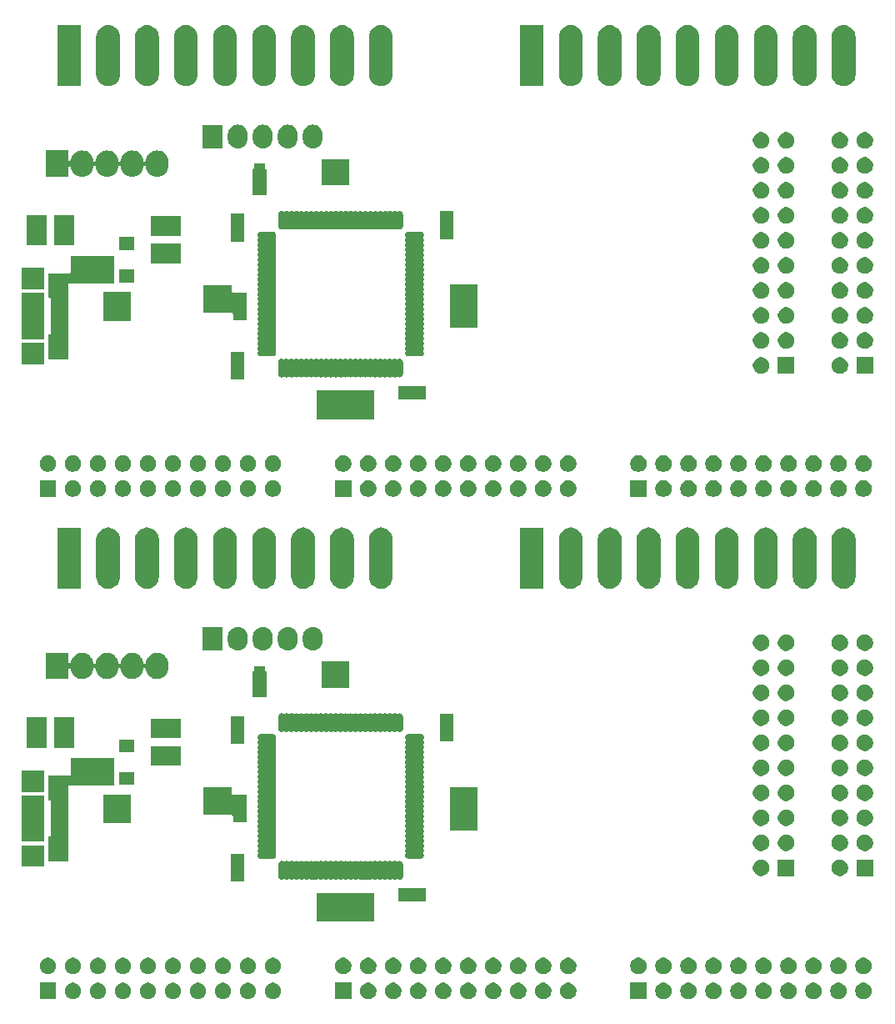
<source format=gts>
G04 #@! TF.GenerationSoftware,KiCad,Pcbnew,(5.0.2)-1*
G04 #@! TF.CreationDate,2019-04-13T07:43:00-04:00*
G04 #@! TF.ProjectId,Console-Panel,436f6e73-6f6c-4652-9d50-616e656c2e6b,rev?*
G04 #@! TF.SameCoordinates,Original*
G04 #@! TF.FileFunction,Soldermask,Top*
G04 #@! TF.FilePolarity,Negative*
%FSLAX46Y46*%
G04 Gerber Fmt 4.6, Leading zero omitted, Abs format (unit mm)*
G04 Created by KiCad (PCBNEW (5.0.2)-1) date 4/13/2019 7:43:00 AM*
%MOMM*%
%LPD*%
G01*
G04 APERTURE LIST*
%ADD10C,0.100000*%
G04 APERTURE END LIST*
D10*
G36*
X136103558Y-147197088D02*
X136255522Y-147260033D01*
X136392284Y-147351415D01*
X136508585Y-147467716D01*
X136599967Y-147604478D01*
X136662912Y-147756442D01*
X136695000Y-147917758D01*
X136695000Y-148082242D01*
X136662912Y-148243558D01*
X136599967Y-148395522D01*
X136508585Y-148532284D01*
X136392284Y-148648585D01*
X136255522Y-148739967D01*
X136103558Y-148802912D01*
X135942242Y-148835000D01*
X135777758Y-148835000D01*
X135616442Y-148802912D01*
X135464478Y-148739967D01*
X135327716Y-148648585D01*
X135211415Y-148532284D01*
X135120033Y-148395522D01*
X135057088Y-148243558D01*
X135025000Y-148082242D01*
X135025000Y-147917758D01*
X135057088Y-147756442D01*
X135120033Y-147604478D01*
X135211415Y-147467716D01*
X135327716Y-147351415D01*
X135464478Y-147260033D01*
X135616442Y-147197088D01*
X135777758Y-147165000D01*
X135942242Y-147165000D01*
X136103558Y-147197088D01*
X136103558Y-147197088D01*
G37*
G36*
X65943558Y-147197088D02*
X66095522Y-147260033D01*
X66232284Y-147351415D01*
X66348585Y-147467716D01*
X66439967Y-147604478D01*
X66502912Y-147756442D01*
X66535000Y-147917758D01*
X66535000Y-148082242D01*
X66502912Y-148243558D01*
X66439967Y-148395522D01*
X66348585Y-148532284D01*
X66232284Y-148648585D01*
X66095522Y-148739967D01*
X65943558Y-148802912D01*
X65782242Y-148835000D01*
X65617758Y-148835000D01*
X65456442Y-148802912D01*
X65304478Y-148739967D01*
X65167716Y-148648585D01*
X65051415Y-148532284D01*
X64960033Y-148395522D01*
X64897088Y-148243558D01*
X64865000Y-148082242D01*
X64865000Y-147917758D01*
X64897088Y-147756442D01*
X64960033Y-147604478D01*
X65051415Y-147467716D01*
X65167716Y-147351415D01*
X65304478Y-147260033D01*
X65456442Y-147197088D01*
X65617758Y-147165000D01*
X65782242Y-147165000D01*
X65943558Y-147197088D01*
X65943558Y-147197088D01*
G37*
G36*
X83835000Y-148835000D02*
X82165000Y-148835000D01*
X82165000Y-147165000D01*
X83835000Y-147165000D01*
X83835000Y-148835000D01*
X83835000Y-148835000D01*
G37*
G36*
X85783558Y-147197088D02*
X85935522Y-147260033D01*
X86072284Y-147351415D01*
X86188585Y-147467716D01*
X86279967Y-147604478D01*
X86342912Y-147756442D01*
X86375000Y-147917758D01*
X86375000Y-148082242D01*
X86342912Y-148243558D01*
X86279967Y-148395522D01*
X86188585Y-148532284D01*
X86072284Y-148648585D01*
X85935522Y-148739967D01*
X85783558Y-148802912D01*
X85622242Y-148835000D01*
X85457758Y-148835000D01*
X85296442Y-148802912D01*
X85144478Y-148739967D01*
X85007716Y-148648585D01*
X84891415Y-148532284D01*
X84800033Y-148395522D01*
X84737088Y-148243558D01*
X84705000Y-148082242D01*
X84705000Y-147917758D01*
X84737088Y-147756442D01*
X84800033Y-147604478D01*
X84891415Y-147467716D01*
X85007716Y-147351415D01*
X85144478Y-147260033D01*
X85296442Y-147197088D01*
X85457758Y-147165000D01*
X85622242Y-147165000D01*
X85783558Y-147197088D01*
X85783558Y-147197088D01*
G37*
G36*
X88323558Y-147197088D02*
X88475522Y-147260033D01*
X88612284Y-147351415D01*
X88728585Y-147467716D01*
X88819967Y-147604478D01*
X88882912Y-147756442D01*
X88915000Y-147917758D01*
X88915000Y-148082242D01*
X88882912Y-148243558D01*
X88819967Y-148395522D01*
X88728585Y-148532284D01*
X88612284Y-148648585D01*
X88475522Y-148739967D01*
X88323558Y-148802912D01*
X88162242Y-148835000D01*
X87997758Y-148835000D01*
X87836442Y-148802912D01*
X87684478Y-148739967D01*
X87547716Y-148648585D01*
X87431415Y-148532284D01*
X87340033Y-148395522D01*
X87277088Y-148243558D01*
X87245000Y-148082242D01*
X87245000Y-147917758D01*
X87277088Y-147756442D01*
X87340033Y-147604478D01*
X87431415Y-147467716D01*
X87547716Y-147351415D01*
X87684478Y-147260033D01*
X87836442Y-147197088D01*
X87997758Y-147165000D01*
X88162242Y-147165000D01*
X88323558Y-147197088D01*
X88323558Y-147197088D01*
G37*
G36*
X90863558Y-147197088D02*
X91015522Y-147260033D01*
X91152284Y-147351415D01*
X91268585Y-147467716D01*
X91359967Y-147604478D01*
X91422912Y-147756442D01*
X91455000Y-147917758D01*
X91455000Y-148082242D01*
X91422912Y-148243558D01*
X91359967Y-148395522D01*
X91268585Y-148532284D01*
X91152284Y-148648585D01*
X91015522Y-148739967D01*
X90863558Y-148802912D01*
X90702242Y-148835000D01*
X90537758Y-148835000D01*
X90376442Y-148802912D01*
X90224478Y-148739967D01*
X90087716Y-148648585D01*
X89971415Y-148532284D01*
X89880033Y-148395522D01*
X89817088Y-148243558D01*
X89785000Y-148082242D01*
X89785000Y-147917758D01*
X89817088Y-147756442D01*
X89880033Y-147604478D01*
X89971415Y-147467716D01*
X90087716Y-147351415D01*
X90224478Y-147260033D01*
X90376442Y-147197088D01*
X90537758Y-147165000D01*
X90702242Y-147165000D01*
X90863558Y-147197088D01*
X90863558Y-147197088D01*
G37*
G36*
X93403558Y-147197088D02*
X93555522Y-147260033D01*
X93692284Y-147351415D01*
X93808585Y-147467716D01*
X93899967Y-147604478D01*
X93962912Y-147756442D01*
X93995000Y-147917758D01*
X93995000Y-148082242D01*
X93962912Y-148243558D01*
X93899967Y-148395522D01*
X93808585Y-148532284D01*
X93692284Y-148648585D01*
X93555522Y-148739967D01*
X93403558Y-148802912D01*
X93242242Y-148835000D01*
X93077758Y-148835000D01*
X92916442Y-148802912D01*
X92764478Y-148739967D01*
X92627716Y-148648585D01*
X92511415Y-148532284D01*
X92420033Y-148395522D01*
X92357088Y-148243558D01*
X92325000Y-148082242D01*
X92325000Y-147917758D01*
X92357088Y-147756442D01*
X92420033Y-147604478D01*
X92511415Y-147467716D01*
X92627716Y-147351415D01*
X92764478Y-147260033D01*
X92916442Y-147197088D01*
X93077758Y-147165000D01*
X93242242Y-147165000D01*
X93403558Y-147197088D01*
X93403558Y-147197088D01*
G37*
G36*
X95943558Y-147197088D02*
X96095522Y-147260033D01*
X96232284Y-147351415D01*
X96348585Y-147467716D01*
X96439967Y-147604478D01*
X96502912Y-147756442D01*
X96535000Y-147917758D01*
X96535000Y-148082242D01*
X96502912Y-148243558D01*
X96439967Y-148395522D01*
X96348585Y-148532284D01*
X96232284Y-148648585D01*
X96095522Y-148739967D01*
X95943558Y-148802912D01*
X95782242Y-148835000D01*
X95617758Y-148835000D01*
X95456442Y-148802912D01*
X95304478Y-148739967D01*
X95167716Y-148648585D01*
X95051415Y-148532284D01*
X94960033Y-148395522D01*
X94897088Y-148243558D01*
X94865000Y-148082242D01*
X94865000Y-147917758D01*
X94897088Y-147756442D01*
X94960033Y-147604478D01*
X95051415Y-147467716D01*
X95167716Y-147351415D01*
X95304478Y-147260033D01*
X95456442Y-147197088D01*
X95617758Y-147165000D01*
X95782242Y-147165000D01*
X95943558Y-147197088D01*
X95943558Y-147197088D01*
G37*
G36*
X98483558Y-147197088D02*
X98635522Y-147260033D01*
X98772284Y-147351415D01*
X98888585Y-147467716D01*
X98979967Y-147604478D01*
X99042912Y-147756442D01*
X99075000Y-147917758D01*
X99075000Y-148082242D01*
X99042912Y-148243558D01*
X98979967Y-148395522D01*
X98888585Y-148532284D01*
X98772284Y-148648585D01*
X98635522Y-148739967D01*
X98483558Y-148802912D01*
X98322242Y-148835000D01*
X98157758Y-148835000D01*
X97996442Y-148802912D01*
X97844478Y-148739967D01*
X97707716Y-148648585D01*
X97591415Y-148532284D01*
X97500033Y-148395522D01*
X97437088Y-148243558D01*
X97405000Y-148082242D01*
X97405000Y-147917758D01*
X97437088Y-147756442D01*
X97500033Y-147604478D01*
X97591415Y-147467716D01*
X97707716Y-147351415D01*
X97844478Y-147260033D01*
X97996442Y-147197088D01*
X98157758Y-147165000D01*
X98322242Y-147165000D01*
X98483558Y-147197088D01*
X98483558Y-147197088D01*
G37*
G36*
X101023558Y-147197088D02*
X101175522Y-147260033D01*
X101312284Y-147351415D01*
X101428585Y-147467716D01*
X101519967Y-147604478D01*
X101582912Y-147756442D01*
X101615000Y-147917758D01*
X101615000Y-148082242D01*
X101582912Y-148243558D01*
X101519967Y-148395522D01*
X101428585Y-148532284D01*
X101312284Y-148648585D01*
X101175522Y-148739967D01*
X101023558Y-148802912D01*
X100862242Y-148835000D01*
X100697758Y-148835000D01*
X100536442Y-148802912D01*
X100384478Y-148739967D01*
X100247716Y-148648585D01*
X100131415Y-148532284D01*
X100040033Y-148395522D01*
X99977088Y-148243558D01*
X99945000Y-148082242D01*
X99945000Y-147917758D01*
X99977088Y-147756442D01*
X100040033Y-147604478D01*
X100131415Y-147467716D01*
X100247716Y-147351415D01*
X100384478Y-147260033D01*
X100536442Y-147197088D01*
X100697758Y-147165000D01*
X100862242Y-147165000D01*
X101023558Y-147197088D01*
X101023558Y-147197088D01*
G37*
G36*
X103563558Y-147197088D02*
X103715522Y-147260033D01*
X103852284Y-147351415D01*
X103968585Y-147467716D01*
X104059967Y-147604478D01*
X104122912Y-147756442D01*
X104155000Y-147917758D01*
X104155000Y-148082242D01*
X104122912Y-148243558D01*
X104059967Y-148395522D01*
X103968585Y-148532284D01*
X103852284Y-148648585D01*
X103715522Y-148739967D01*
X103563558Y-148802912D01*
X103402242Y-148835000D01*
X103237758Y-148835000D01*
X103076442Y-148802912D01*
X102924478Y-148739967D01*
X102787716Y-148648585D01*
X102671415Y-148532284D01*
X102580033Y-148395522D01*
X102517088Y-148243558D01*
X102485000Y-148082242D01*
X102485000Y-147917758D01*
X102517088Y-147756442D01*
X102580033Y-147604478D01*
X102671415Y-147467716D01*
X102787716Y-147351415D01*
X102924478Y-147260033D01*
X103076442Y-147197088D01*
X103237758Y-147165000D01*
X103402242Y-147165000D01*
X103563558Y-147197088D01*
X103563558Y-147197088D01*
G37*
G36*
X106103558Y-147197088D02*
X106255522Y-147260033D01*
X106392284Y-147351415D01*
X106508585Y-147467716D01*
X106599967Y-147604478D01*
X106662912Y-147756442D01*
X106695000Y-147917758D01*
X106695000Y-148082242D01*
X106662912Y-148243558D01*
X106599967Y-148395522D01*
X106508585Y-148532284D01*
X106392284Y-148648585D01*
X106255522Y-148739967D01*
X106103558Y-148802912D01*
X105942242Y-148835000D01*
X105777758Y-148835000D01*
X105616442Y-148802912D01*
X105464478Y-148739967D01*
X105327716Y-148648585D01*
X105211415Y-148532284D01*
X105120033Y-148395522D01*
X105057088Y-148243558D01*
X105025000Y-148082242D01*
X105025000Y-147917758D01*
X105057088Y-147756442D01*
X105120033Y-147604478D01*
X105211415Y-147467716D01*
X105327716Y-147351415D01*
X105464478Y-147260033D01*
X105616442Y-147197088D01*
X105777758Y-147165000D01*
X105942242Y-147165000D01*
X106103558Y-147197088D01*
X106103558Y-147197088D01*
G37*
G36*
X53835000Y-148835000D02*
X52165000Y-148835000D01*
X52165000Y-147165000D01*
X53835000Y-147165000D01*
X53835000Y-148835000D01*
X53835000Y-148835000D01*
G37*
G36*
X55783558Y-147197088D02*
X55935522Y-147260033D01*
X56072284Y-147351415D01*
X56188585Y-147467716D01*
X56279967Y-147604478D01*
X56342912Y-147756442D01*
X56375000Y-147917758D01*
X56375000Y-148082242D01*
X56342912Y-148243558D01*
X56279967Y-148395522D01*
X56188585Y-148532284D01*
X56072284Y-148648585D01*
X55935522Y-148739967D01*
X55783558Y-148802912D01*
X55622242Y-148835000D01*
X55457758Y-148835000D01*
X55296442Y-148802912D01*
X55144478Y-148739967D01*
X55007716Y-148648585D01*
X54891415Y-148532284D01*
X54800033Y-148395522D01*
X54737088Y-148243558D01*
X54705000Y-148082242D01*
X54705000Y-147917758D01*
X54737088Y-147756442D01*
X54800033Y-147604478D01*
X54891415Y-147467716D01*
X55007716Y-147351415D01*
X55144478Y-147260033D01*
X55296442Y-147197088D01*
X55457758Y-147165000D01*
X55622242Y-147165000D01*
X55783558Y-147197088D01*
X55783558Y-147197088D01*
G37*
G36*
X58323558Y-147197088D02*
X58475522Y-147260033D01*
X58612284Y-147351415D01*
X58728585Y-147467716D01*
X58819967Y-147604478D01*
X58882912Y-147756442D01*
X58915000Y-147917758D01*
X58915000Y-148082242D01*
X58882912Y-148243558D01*
X58819967Y-148395522D01*
X58728585Y-148532284D01*
X58612284Y-148648585D01*
X58475522Y-148739967D01*
X58323558Y-148802912D01*
X58162242Y-148835000D01*
X57997758Y-148835000D01*
X57836442Y-148802912D01*
X57684478Y-148739967D01*
X57547716Y-148648585D01*
X57431415Y-148532284D01*
X57340033Y-148395522D01*
X57277088Y-148243558D01*
X57245000Y-148082242D01*
X57245000Y-147917758D01*
X57277088Y-147756442D01*
X57340033Y-147604478D01*
X57431415Y-147467716D01*
X57547716Y-147351415D01*
X57684478Y-147260033D01*
X57836442Y-147197088D01*
X57997758Y-147165000D01*
X58162242Y-147165000D01*
X58323558Y-147197088D01*
X58323558Y-147197088D01*
G37*
G36*
X60863558Y-147197088D02*
X61015522Y-147260033D01*
X61152284Y-147351415D01*
X61268585Y-147467716D01*
X61359967Y-147604478D01*
X61422912Y-147756442D01*
X61455000Y-147917758D01*
X61455000Y-148082242D01*
X61422912Y-148243558D01*
X61359967Y-148395522D01*
X61268585Y-148532284D01*
X61152284Y-148648585D01*
X61015522Y-148739967D01*
X60863558Y-148802912D01*
X60702242Y-148835000D01*
X60537758Y-148835000D01*
X60376442Y-148802912D01*
X60224478Y-148739967D01*
X60087716Y-148648585D01*
X59971415Y-148532284D01*
X59880033Y-148395522D01*
X59817088Y-148243558D01*
X59785000Y-148082242D01*
X59785000Y-147917758D01*
X59817088Y-147756442D01*
X59880033Y-147604478D01*
X59971415Y-147467716D01*
X60087716Y-147351415D01*
X60224478Y-147260033D01*
X60376442Y-147197088D01*
X60537758Y-147165000D01*
X60702242Y-147165000D01*
X60863558Y-147197088D01*
X60863558Y-147197088D01*
G37*
G36*
X68483558Y-147197088D02*
X68635522Y-147260033D01*
X68772284Y-147351415D01*
X68888585Y-147467716D01*
X68979967Y-147604478D01*
X69042912Y-147756442D01*
X69075000Y-147917758D01*
X69075000Y-148082242D01*
X69042912Y-148243558D01*
X68979967Y-148395522D01*
X68888585Y-148532284D01*
X68772284Y-148648585D01*
X68635522Y-148739967D01*
X68483558Y-148802912D01*
X68322242Y-148835000D01*
X68157758Y-148835000D01*
X67996442Y-148802912D01*
X67844478Y-148739967D01*
X67707716Y-148648585D01*
X67591415Y-148532284D01*
X67500033Y-148395522D01*
X67437088Y-148243558D01*
X67405000Y-148082242D01*
X67405000Y-147917758D01*
X67437088Y-147756442D01*
X67500033Y-147604478D01*
X67591415Y-147467716D01*
X67707716Y-147351415D01*
X67844478Y-147260033D01*
X67996442Y-147197088D01*
X68157758Y-147165000D01*
X68322242Y-147165000D01*
X68483558Y-147197088D01*
X68483558Y-147197088D01*
G37*
G36*
X63403558Y-147197088D02*
X63555522Y-147260033D01*
X63692284Y-147351415D01*
X63808585Y-147467716D01*
X63899967Y-147604478D01*
X63962912Y-147756442D01*
X63995000Y-147917758D01*
X63995000Y-148082242D01*
X63962912Y-148243558D01*
X63899967Y-148395522D01*
X63808585Y-148532284D01*
X63692284Y-148648585D01*
X63555522Y-148739967D01*
X63403558Y-148802912D01*
X63242242Y-148835000D01*
X63077758Y-148835000D01*
X62916442Y-148802912D01*
X62764478Y-148739967D01*
X62627716Y-148648585D01*
X62511415Y-148532284D01*
X62420033Y-148395522D01*
X62357088Y-148243558D01*
X62325000Y-148082242D01*
X62325000Y-147917758D01*
X62357088Y-147756442D01*
X62420033Y-147604478D01*
X62511415Y-147467716D01*
X62627716Y-147351415D01*
X62764478Y-147260033D01*
X62916442Y-147197088D01*
X63077758Y-147165000D01*
X63242242Y-147165000D01*
X63403558Y-147197088D01*
X63403558Y-147197088D01*
G37*
G36*
X133563558Y-147197088D02*
X133715522Y-147260033D01*
X133852284Y-147351415D01*
X133968585Y-147467716D01*
X134059967Y-147604478D01*
X134122912Y-147756442D01*
X134155000Y-147917758D01*
X134155000Y-148082242D01*
X134122912Y-148243558D01*
X134059967Y-148395522D01*
X133968585Y-148532284D01*
X133852284Y-148648585D01*
X133715522Y-148739967D01*
X133563558Y-148802912D01*
X133402242Y-148835000D01*
X133237758Y-148835000D01*
X133076442Y-148802912D01*
X132924478Y-148739967D01*
X132787716Y-148648585D01*
X132671415Y-148532284D01*
X132580033Y-148395522D01*
X132517088Y-148243558D01*
X132485000Y-148082242D01*
X132485000Y-147917758D01*
X132517088Y-147756442D01*
X132580033Y-147604478D01*
X132671415Y-147467716D01*
X132787716Y-147351415D01*
X132924478Y-147260033D01*
X133076442Y-147197088D01*
X133237758Y-147165000D01*
X133402242Y-147165000D01*
X133563558Y-147197088D01*
X133563558Y-147197088D01*
G37*
G36*
X131023558Y-147197088D02*
X131175522Y-147260033D01*
X131312284Y-147351415D01*
X131428585Y-147467716D01*
X131519967Y-147604478D01*
X131582912Y-147756442D01*
X131615000Y-147917758D01*
X131615000Y-148082242D01*
X131582912Y-148243558D01*
X131519967Y-148395522D01*
X131428585Y-148532284D01*
X131312284Y-148648585D01*
X131175522Y-148739967D01*
X131023558Y-148802912D01*
X130862242Y-148835000D01*
X130697758Y-148835000D01*
X130536442Y-148802912D01*
X130384478Y-148739967D01*
X130247716Y-148648585D01*
X130131415Y-148532284D01*
X130040033Y-148395522D01*
X129977088Y-148243558D01*
X129945000Y-148082242D01*
X129945000Y-147917758D01*
X129977088Y-147756442D01*
X130040033Y-147604478D01*
X130131415Y-147467716D01*
X130247716Y-147351415D01*
X130384478Y-147260033D01*
X130536442Y-147197088D01*
X130697758Y-147165000D01*
X130862242Y-147165000D01*
X131023558Y-147197088D01*
X131023558Y-147197088D01*
G37*
G36*
X128483558Y-147197088D02*
X128635522Y-147260033D01*
X128772284Y-147351415D01*
X128888585Y-147467716D01*
X128979967Y-147604478D01*
X129042912Y-147756442D01*
X129075000Y-147917758D01*
X129075000Y-148082242D01*
X129042912Y-148243558D01*
X128979967Y-148395522D01*
X128888585Y-148532284D01*
X128772284Y-148648585D01*
X128635522Y-148739967D01*
X128483558Y-148802912D01*
X128322242Y-148835000D01*
X128157758Y-148835000D01*
X127996442Y-148802912D01*
X127844478Y-148739967D01*
X127707716Y-148648585D01*
X127591415Y-148532284D01*
X127500033Y-148395522D01*
X127437088Y-148243558D01*
X127405000Y-148082242D01*
X127405000Y-147917758D01*
X127437088Y-147756442D01*
X127500033Y-147604478D01*
X127591415Y-147467716D01*
X127707716Y-147351415D01*
X127844478Y-147260033D01*
X127996442Y-147197088D01*
X128157758Y-147165000D01*
X128322242Y-147165000D01*
X128483558Y-147197088D01*
X128483558Y-147197088D01*
G37*
G36*
X125943558Y-147197088D02*
X126095522Y-147260033D01*
X126232284Y-147351415D01*
X126348585Y-147467716D01*
X126439967Y-147604478D01*
X126502912Y-147756442D01*
X126535000Y-147917758D01*
X126535000Y-148082242D01*
X126502912Y-148243558D01*
X126439967Y-148395522D01*
X126348585Y-148532284D01*
X126232284Y-148648585D01*
X126095522Y-148739967D01*
X125943558Y-148802912D01*
X125782242Y-148835000D01*
X125617758Y-148835000D01*
X125456442Y-148802912D01*
X125304478Y-148739967D01*
X125167716Y-148648585D01*
X125051415Y-148532284D01*
X124960033Y-148395522D01*
X124897088Y-148243558D01*
X124865000Y-148082242D01*
X124865000Y-147917758D01*
X124897088Y-147756442D01*
X124960033Y-147604478D01*
X125051415Y-147467716D01*
X125167716Y-147351415D01*
X125304478Y-147260033D01*
X125456442Y-147197088D01*
X125617758Y-147165000D01*
X125782242Y-147165000D01*
X125943558Y-147197088D01*
X125943558Y-147197088D01*
G37*
G36*
X123403558Y-147197088D02*
X123555522Y-147260033D01*
X123692284Y-147351415D01*
X123808585Y-147467716D01*
X123899967Y-147604478D01*
X123962912Y-147756442D01*
X123995000Y-147917758D01*
X123995000Y-148082242D01*
X123962912Y-148243558D01*
X123899967Y-148395522D01*
X123808585Y-148532284D01*
X123692284Y-148648585D01*
X123555522Y-148739967D01*
X123403558Y-148802912D01*
X123242242Y-148835000D01*
X123077758Y-148835000D01*
X122916442Y-148802912D01*
X122764478Y-148739967D01*
X122627716Y-148648585D01*
X122511415Y-148532284D01*
X122420033Y-148395522D01*
X122357088Y-148243558D01*
X122325000Y-148082242D01*
X122325000Y-147917758D01*
X122357088Y-147756442D01*
X122420033Y-147604478D01*
X122511415Y-147467716D01*
X122627716Y-147351415D01*
X122764478Y-147260033D01*
X122916442Y-147197088D01*
X123077758Y-147165000D01*
X123242242Y-147165000D01*
X123403558Y-147197088D01*
X123403558Y-147197088D01*
G37*
G36*
X120863558Y-147197088D02*
X121015522Y-147260033D01*
X121152284Y-147351415D01*
X121268585Y-147467716D01*
X121359967Y-147604478D01*
X121422912Y-147756442D01*
X121455000Y-147917758D01*
X121455000Y-148082242D01*
X121422912Y-148243558D01*
X121359967Y-148395522D01*
X121268585Y-148532284D01*
X121152284Y-148648585D01*
X121015522Y-148739967D01*
X120863558Y-148802912D01*
X120702242Y-148835000D01*
X120537758Y-148835000D01*
X120376442Y-148802912D01*
X120224478Y-148739967D01*
X120087716Y-148648585D01*
X119971415Y-148532284D01*
X119880033Y-148395522D01*
X119817088Y-148243558D01*
X119785000Y-148082242D01*
X119785000Y-147917758D01*
X119817088Y-147756442D01*
X119880033Y-147604478D01*
X119971415Y-147467716D01*
X120087716Y-147351415D01*
X120224478Y-147260033D01*
X120376442Y-147197088D01*
X120537758Y-147165000D01*
X120702242Y-147165000D01*
X120863558Y-147197088D01*
X120863558Y-147197088D01*
G37*
G36*
X118323558Y-147197088D02*
X118475522Y-147260033D01*
X118612284Y-147351415D01*
X118728585Y-147467716D01*
X118819967Y-147604478D01*
X118882912Y-147756442D01*
X118915000Y-147917758D01*
X118915000Y-148082242D01*
X118882912Y-148243558D01*
X118819967Y-148395522D01*
X118728585Y-148532284D01*
X118612284Y-148648585D01*
X118475522Y-148739967D01*
X118323558Y-148802912D01*
X118162242Y-148835000D01*
X117997758Y-148835000D01*
X117836442Y-148802912D01*
X117684478Y-148739967D01*
X117547716Y-148648585D01*
X117431415Y-148532284D01*
X117340033Y-148395522D01*
X117277088Y-148243558D01*
X117245000Y-148082242D01*
X117245000Y-147917758D01*
X117277088Y-147756442D01*
X117340033Y-147604478D01*
X117431415Y-147467716D01*
X117547716Y-147351415D01*
X117684478Y-147260033D01*
X117836442Y-147197088D01*
X117997758Y-147165000D01*
X118162242Y-147165000D01*
X118323558Y-147197088D01*
X118323558Y-147197088D01*
G37*
G36*
X115783558Y-147197088D02*
X115935522Y-147260033D01*
X116072284Y-147351415D01*
X116188585Y-147467716D01*
X116279967Y-147604478D01*
X116342912Y-147756442D01*
X116375000Y-147917758D01*
X116375000Y-148082242D01*
X116342912Y-148243558D01*
X116279967Y-148395522D01*
X116188585Y-148532284D01*
X116072284Y-148648585D01*
X115935522Y-148739967D01*
X115783558Y-148802912D01*
X115622242Y-148835000D01*
X115457758Y-148835000D01*
X115296442Y-148802912D01*
X115144478Y-148739967D01*
X115007716Y-148648585D01*
X114891415Y-148532284D01*
X114800033Y-148395522D01*
X114737088Y-148243558D01*
X114705000Y-148082242D01*
X114705000Y-147917758D01*
X114737088Y-147756442D01*
X114800033Y-147604478D01*
X114891415Y-147467716D01*
X115007716Y-147351415D01*
X115144478Y-147260033D01*
X115296442Y-147197088D01*
X115457758Y-147165000D01*
X115622242Y-147165000D01*
X115783558Y-147197088D01*
X115783558Y-147197088D01*
G37*
G36*
X113835000Y-148835000D02*
X112165000Y-148835000D01*
X112165000Y-147165000D01*
X113835000Y-147165000D01*
X113835000Y-148835000D01*
X113835000Y-148835000D01*
G37*
G36*
X76103558Y-147197088D02*
X76255522Y-147260033D01*
X76392284Y-147351415D01*
X76508585Y-147467716D01*
X76599967Y-147604478D01*
X76662912Y-147756442D01*
X76695000Y-147917758D01*
X76695000Y-148082242D01*
X76662912Y-148243558D01*
X76599967Y-148395522D01*
X76508585Y-148532284D01*
X76392284Y-148648585D01*
X76255522Y-148739967D01*
X76103558Y-148802912D01*
X75942242Y-148835000D01*
X75777758Y-148835000D01*
X75616442Y-148802912D01*
X75464478Y-148739967D01*
X75327716Y-148648585D01*
X75211415Y-148532284D01*
X75120033Y-148395522D01*
X75057088Y-148243558D01*
X75025000Y-148082242D01*
X75025000Y-147917758D01*
X75057088Y-147756442D01*
X75120033Y-147604478D01*
X75211415Y-147467716D01*
X75327716Y-147351415D01*
X75464478Y-147260033D01*
X75616442Y-147197088D01*
X75777758Y-147165000D01*
X75942242Y-147165000D01*
X76103558Y-147197088D01*
X76103558Y-147197088D01*
G37*
G36*
X73563558Y-147197088D02*
X73715522Y-147260033D01*
X73852284Y-147351415D01*
X73968585Y-147467716D01*
X74059967Y-147604478D01*
X74122912Y-147756442D01*
X74155000Y-147917758D01*
X74155000Y-148082242D01*
X74122912Y-148243558D01*
X74059967Y-148395522D01*
X73968585Y-148532284D01*
X73852284Y-148648585D01*
X73715522Y-148739967D01*
X73563558Y-148802912D01*
X73402242Y-148835000D01*
X73237758Y-148835000D01*
X73076442Y-148802912D01*
X72924478Y-148739967D01*
X72787716Y-148648585D01*
X72671415Y-148532284D01*
X72580033Y-148395522D01*
X72517088Y-148243558D01*
X72485000Y-148082242D01*
X72485000Y-147917758D01*
X72517088Y-147756442D01*
X72580033Y-147604478D01*
X72671415Y-147467716D01*
X72787716Y-147351415D01*
X72924478Y-147260033D01*
X73076442Y-147197088D01*
X73237758Y-147165000D01*
X73402242Y-147165000D01*
X73563558Y-147197088D01*
X73563558Y-147197088D01*
G37*
G36*
X71023558Y-147197088D02*
X71175522Y-147260033D01*
X71312284Y-147351415D01*
X71428585Y-147467716D01*
X71519967Y-147604478D01*
X71582912Y-147756442D01*
X71615000Y-147917758D01*
X71615000Y-148082242D01*
X71582912Y-148243558D01*
X71519967Y-148395522D01*
X71428585Y-148532284D01*
X71312284Y-148648585D01*
X71175522Y-148739967D01*
X71023558Y-148802912D01*
X70862242Y-148835000D01*
X70697758Y-148835000D01*
X70536442Y-148802912D01*
X70384478Y-148739967D01*
X70247716Y-148648585D01*
X70131415Y-148532284D01*
X70040033Y-148395522D01*
X69977088Y-148243558D01*
X69945000Y-148082242D01*
X69945000Y-147917758D01*
X69977088Y-147756442D01*
X70040033Y-147604478D01*
X70131415Y-147467716D01*
X70247716Y-147351415D01*
X70384478Y-147260033D01*
X70536442Y-147197088D01*
X70697758Y-147165000D01*
X70862242Y-147165000D01*
X71023558Y-147197088D01*
X71023558Y-147197088D01*
G37*
G36*
X95943558Y-144657088D02*
X96095522Y-144720033D01*
X96232284Y-144811415D01*
X96348585Y-144927716D01*
X96439967Y-145064478D01*
X96502912Y-145216442D01*
X96535000Y-145377758D01*
X96535000Y-145542242D01*
X96502912Y-145703558D01*
X96439967Y-145855522D01*
X96348585Y-145992284D01*
X96232284Y-146108585D01*
X96095522Y-146199967D01*
X95943558Y-146262912D01*
X95782242Y-146295000D01*
X95617758Y-146295000D01*
X95456442Y-146262912D01*
X95304478Y-146199967D01*
X95167716Y-146108585D01*
X95051415Y-145992284D01*
X94960033Y-145855522D01*
X94897088Y-145703558D01*
X94865000Y-145542242D01*
X94865000Y-145377758D01*
X94897088Y-145216442D01*
X94960033Y-145064478D01*
X95051415Y-144927716D01*
X95167716Y-144811415D01*
X95304478Y-144720033D01*
X95456442Y-144657088D01*
X95617758Y-144625000D01*
X95782242Y-144625000D01*
X95943558Y-144657088D01*
X95943558Y-144657088D01*
G37*
G36*
X98483558Y-144657088D02*
X98635522Y-144720033D01*
X98772284Y-144811415D01*
X98888585Y-144927716D01*
X98979967Y-145064478D01*
X99042912Y-145216442D01*
X99075000Y-145377758D01*
X99075000Y-145542242D01*
X99042912Y-145703558D01*
X98979967Y-145855522D01*
X98888585Y-145992284D01*
X98772284Y-146108585D01*
X98635522Y-146199967D01*
X98483558Y-146262912D01*
X98322242Y-146295000D01*
X98157758Y-146295000D01*
X97996442Y-146262912D01*
X97844478Y-146199967D01*
X97707716Y-146108585D01*
X97591415Y-145992284D01*
X97500033Y-145855522D01*
X97437088Y-145703558D01*
X97405000Y-145542242D01*
X97405000Y-145377758D01*
X97437088Y-145216442D01*
X97500033Y-145064478D01*
X97591415Y-144927716D01*
X97707716Y-144811415D01*
X97844478Y-144720033D01*
X97996442Y-144657088D01*
X98157758Y-144625000D01*
X98322242Y-144625000D01*
X98483558Y-144657088D01*
X98483558Y-144657088D01*
G37*
G36*
X101023558Y-144657088D02*
X101175522Y-144720033D01*
X101312284Y-144811415D01*
X101428585Y-144927716D01*
X101519967Y-145064478D01*
X101582912Y-145216442D01*
X101615000Y-145377758D01*
X101615000Y-145542242D01*
X101582912Y-145703558D01*
X101519967Y-145855522D01*
X101428585Y-145992284D01*
X101312284Y-146108585D01*
X101175522Y-146199967D01*
X101023558Y-146262912D01*
X100862242Y-146295000D01*
X100697758Y-146295000D01*
X100536442Y-146262912D01*
X100384478Y-146199967D01*
X100247716Y-146108585D01*
X100131415Y-145992284D01*
X100040033Y-145855522D01*
X99977088Y-145703558D01*
X99945000Y-145542242D01*
X99945000Y-145377758D01*
X99977088Y-145216442D01*
X100040033Y-145064478D01*
X100131415Y-144927716D01*
X100247716Y-144811415D01*
X100384478Y-144720033D01*
X100536442Y-144657088D01*
X100697758Y-144625000D01*
X100862242Y-144625000D01*
X101023558Y-144657088D01*
X101023558Y-144657088D01*
G37*
G36*
X103563558Y-144657088D02*
X103715522Y-144720033D01*
X103852284Y-144811415D01*
X103968585Y-144927716D01*
X104059967Y-145064478D01*
X104122912Y-145216442D01*
X104155000Y-145377758D01*
X104155000Y-145542242D01*
X104122912Y-145703558D01*
X104059967Y-145855522D01*
X103968585Y-145992284D01*
X103852284Y-146108585D01*
X103715522Y-146199967D01*
X103563558Y-146262912D01*
X103402242Y-146295000D01*
X103237758Y-146295000D01*
X103076442Y-146262912D01*
X102924478Y-146199967D01*
X102787716Y-146108585D01*
X102671415Y-145992284D01*
X102580033Y-145855522D01*
X102517088Y-145703558D01*
X102485000Y-145542242D01*
X102485000Y-145377758D01*
X102517088Y-145216442D01*
X102580033Y-145064478D01*
X102671415Y-144927716D01*
X102787716Y-144811415D01*
X102924478Y-144720033D01*
X103076442Y-144657088D01*
X103237758Y-144625000D01*
X103402242Y-144625000D01*
X103563558Y-144657088D01*
X103563558Y-144657088D01*
G37*
G36*
X76103558Y-144657088D02*
X76255522Y-144720033D01*
X76392284Y-144811415D01*
X76508585Y-144927716D01*
X76599967Y-145064478D01*
X76662912Y-145216442D01*
X76695000Y-145377758D01*
X76695000Y-145542242D01*
X76662912Y-145703558D01*
X76599967Y-145855522D01*
X76508585Y-145992284D01*
X76392284Y-146108585D01*
X76255522Y-146199967D01*
X76103558Y-146262912D01*
X75942242Y-146295000D01*
X75777758Y-146295000D01*
X75616442Y-146262912D01*
X75464478Y-146199967D01*
X75327716Y-146108585D01*
X75211415Y-145992284D01*
X75120033Y-145855522D01*
X75057088Y-145703558D01*
X75025000Y-145542242D01*
X75025000Y-145377758D01*
X75057088Y-145216442D01*
X75120033Y-145064478D01*
X75211415Y-144927716D01*
X75327716Y-144811415D01*
X75464478Y-144720033D01*
X75616442Y-144657088D01*
X75777758Y-144625000D01*
X75942242Y-144625000D01*
X76103558Y-144657088D01*
X76103558Y-144657088D01*
G37*
G36*
X53243558Y-144657088D02*
X53395522Y-144720033D01*
X53532284Y-144811415D01*
X53648585Y-144927716D01*
X53739967Y-145064478D01*
X53802912Y-145216442D01*
X53835000Y-145377758D01*
X53835000Y-145542242D01*
X53802912Y-145703558D01*
X53739967Y-145855522D01*
X53648585Y-145992284D01*
X53532284Y-146108585D01*
X53395522Y-146199967D01*
X53243558Y-146262912D01*
X53082242Y-146295000D01*
X52917758Y-146295000D01*
X52756442Y-146262912D01*
X52604478Y-146199967D01*
X52467716Y-146108585D01*
X52351415Y-145992284D01*
X52260033Y-145855522D01*
X52197088Y-145703558D01*
X52165000Y-145542242D01*
X52165000Y-145377758D01*
X52197088Y-145216442D01*
X52260033Y-145064478D01*
X52351415Y-144927716D01*
X52467716Y-144811415D01*
X52604478Y-144720033D01*
X52756442Y-144657088D01*
X52917758Y-144625000D01*
X53082242Y-144625000D01*
X53243558Y-144657088D01*
X53243558Y-144657088D01*
G37*
G36*
X55783558Y-144657088D02*
X55935522Y-144720033D01*
X56072284Y-144811415D01*
X56188585Y-144927716D01*
X56279967Y-145064478D01*
X56342912Y-145216442D01*
X56375000Y-145377758D01*
X56375000Y-145542242D01*
X56342912Y-145703558D01*
X56279967Y-145855522D01*
X56188585Y-145992284D01*
X56072284Y-146108585D01*
X55935522Y-146199967D01*
X55783558Y-146262912D01*
X55622242Y-146295000D01*
X55457758Y-146295000D01*
X55296442Y-146262912D01*
X55144478Y-146199967D01*
X55007716Y-146108585D01*
X54891415Y-145992284D01*
X54800033Y-145855522D01*
X54737088Y-145703558D01*
X54705000Y-145542242D01*
X54705000Y-145377758D01*
X54737088Y-145216442D01*
X54800033Y-145064478D01*
X54891415Y-144927716D01*
X55007716Y-144811415D01*
X55144478Y-144720033D01*
X55296442Y-144657088D01*
X55457758Y-144625000D01*
X55622242Y-144625000D01*
X55783558Y-144657088D01*
X55783558Y-144657088D01*
G37*
G36*
X58323558Y-144657088D02*
X58475522Y-144720033D01*
X58612284Y-144811415D01*
X58728585Y-144927716D01*
X58819967Y-145064478D01*
X58882912Y-145216442D01*
X58915000Y-145377758D01*
X58915000Y-145542242D01*
X58882912Y-145703558D01*
X58819967Y-145855522D01*
X58728585Y-145992284D01*
X58612284Y-146108585D01*
X58475522Y-146199967D01*
X58323558Y-146262912D01*
X58162242Y-146295000D01*
X57997758Y-146295000D01*
X57836442Y-146262912D01*
X57684478Y-146199967D01*
X57547716Y-146108585D01*
X57431415Y-145992284D01*
X57340033Y-145855522D01*
X57277088Y-145703558D01*
X57245000Y-145542242D01*
X57245000Y-145377758D01*
X57277088Y-145216442D01*
X57340033Y-145064478D01*
X57431415Y-144927716D01*
X57547716Y-144811415D01*
X57684478Y-144720033D01*
X57836442Y-144657088D01*
X57997758Y-144625000D01*
X58162242Y-144625000D01*
X58323558Y-144657088D01*
X58323558Y-144657088D01*
G37*
G36*
X60863558Y-144657088D02*
X61015522Y-144720033D01*
X61152284Y-144811415D01*
X61268585Y-144927716D01*
X61359967Y-145064478D01*
X61422912Y-145216442D01*
X61455000Y-145377758D01*
X61455000Y-145542242D01*
X61422912Y-145703558D01*
X61359967Y-145855522D01*
X61268585Y-145992284D01*
X61152284Y-146108585D01*
X61015522Y-146199967D01*
X60863558Y-146262912D01*
X60702242Y-146295000D01*
X60537758Y-146295000D01*
X60376442Y-146262912D01*
X60224478Y-146199967D01*
X60087716Y-146108585D01*
X59971415Y-145992284D01*
X59880033Y-145855522D01*
X59817088Y-145703558D01*
X59785000Y-145542242D01*
X59785000Y-145377758D01*
X59817088Y-145216442D01*
X59880033Y-145064478D01*
X59971415Y-144927716D01*
X60087716Y-144811415D01*
X60224478Y-144720033D01*
X60376442Y-144657088D01*
X60537758Y-144625000D01*
X60702242Y-144625000D01*
X60863558Y-144657088D01*
X60863558Y-144657088D01*
G37*
G36*
X63403558Y-144657088D02*
X63555522Y-144720033D01*
X63692284Y-144811415D01*
X63808585Y-144927716D01*
X63899967Y-145064478D01*
X63962912Y-145216442D01*
X63995000Y-145377758D01*
X63995000Y-145542242D01*
X63962912Y-145703558D01*
X63899967Y-145855522D01*
X63808585Y-145992284D01*
X63692284Y-146108585D01*
X63555522Y-146199967D01*
X63403558Y-146262912D01*
X63242242Y-146295000D01*
X63077758Y-146295000D01*
X62916442Y-146262912D01*
X62764478Y-146199967D01*
X62627716Y-146108585D01*
X62511415Y-145992284D01*
X62420033Y-145855522D01*
X62357088Y-145703558D01*
X62325000Y-145542242D01*
X62325000Y-145377758D01*
X62357088Y-145216442D01*
X62420033Y-145064478D01*
X62511415Y-144927716D01*
X62627716Y-144811415D01*
X62764478Y-144720033D01*
X62916442Y-144657088D01*
X63077758Y-144625000D01*
X63242242Y-144625000D01*
X63403558Y-144657088D01*
X63403558Y-144657088D01*
G37*
G36*
X65943558Y-144657088D02*
X66095522Y-144720033D01*
X66232284Y-144811415D01*
X66348585Y-144927716D01*
X66439967Y-145064478D01*
X66502912Y-145216442D01*
X66535000Y-145377758D01*
X66535000Y-145542242D01*
X66502912Y-145703558D01*
X66439967Y-145855522D01*
X66348585Y-145992284D01*
X66232284Y-146108585D01*
X66095522Y-146199967D01*
X65943558Y-146262912D01*
X65782242Y-146295000D01*
X65617758Y-146295000D01*
X65456442Y-146262912D01*
X65304478Y-146199967D01*
X65167716Y-146108585D01*
X65051415Y-145992284D01*
X64960033Y-145855522D01*
X64897088Y-145703558D01*
X64865000Y-145542242D01*
X64865000Y-145377758D01*
X64897088Y-145216442D01*
X64960033Y-145064478D01*
X65051415Y-144927716D01*
X65167716Y-144811415D01*
X65304478Y-144720033D01*
X65456442Y-144657088D01*
X65617758Y-144625000D01*
X65782242Y-144625000D01*
X65943558Y-144657088D01*
X65943558Y-144657088D01*
G37*
G36*
X68483558Y-144657088D02*
X68635522Y-144720033D01*
X68772284Y-144811415D01*
X68888585Y-144927716D01*
X68979967Y-145064478D01*
X69042912Y-145216442D01*
X69075000Y-145377758D01*
X69075000Y-145542242D01*
X69042912Y-145703558D01*
X68979967Y-145855522D01*
X68888585Y-145992284D01*
X68772284Y-146108585D01*
X68635522Y-146199967D01*
X68483558Y-146262912D01*
X68322242Y-146295000D01*
X68157758Y-146295000D01*
X67996442Y-146262912D01*
X67844478Y-146199967D01*
X67707716Y-146108585D01*
X67591415Y-145992284D01*
X67500033Y-145855522D01*
X67437088Y-145703558D01*
X67405000Y-145542242D01*
X67405000Y-145377758D01*
X67437088Y-145216442D01*
X67500033Y-145064478D01*
X67591415Y-144927716D01*
X67707716Y-144811415D01*
X67844478Y-144720033D01*
X67996442Y-144657088D01*
X68157758Y-144625000D01*
X68322242Y-144625000D01*
X68483558Y-144657088D01*
X68483558Y-144657088D01*
G37*
G36*
X71023558Y-144657088D02*
X71175522Y-144720033D01*
X71312284Y-144811415D01*
X71428585Y-144927716D01*
X71519967Y-145064478D01*
X71582912Y-145216442D01*
X71615000Y-145377758D01*
X71615000Y-145542242D01*
X71582912Y-145703558D01*
X71519967Y-145855522D01*
X71428585Y-145992284D01*
X71312284Y-146108585D01*
X71175522Y-146199967D01*
X71023558Y-146262912D01*
X70862242Y-146295000D01*
X70697758Y-146295000D01*
X70536442Y-146262912D01*
X70384478Y-146199967D01*
X70247716Y-146108585D01*
X70131415Y-145992284D01*
X70040033Y-145855522D01*
X69977088Y-145703558D01*
X69945000Y-145542242D01*
X69945000Y-145377758D01*
X69977088Y-145216442D01*
X70040033Y-145064478D01*
X70131415Y-144927716D01*
X70247716Y-144811415D01*
X70384478Y-144720033D01*
X70536442Y-144657088D01*
X70697758Y-144625000D01*
X70862242Y-144625000D01*
X71023558Y-144657088D01*
X71023558Y-144657088D01*
G37*
G36*
X73563558Y-144657088D02*
X73715522Y-144720033D01*
X73852284Y-144811415D01*
X73968585Y-144927716D01*
X74059967Y-145064478D01*
X74122912Y-145216442D01*
X74155000Y-145377758D01*
X74155000Y-145542242D01*
X74122912Y-145703558D01*
X74059967Y-145855522D01*
X73968585Y-145992284D01*
X73852284Y-146108585D01*
X73715522Y-146199967D01*
X73563558Y-146262912D01*
X73402242Y-146295000D01*
X73237758Y-146295000D01*
X73076442Y-146262912D01*
X72924478Y-146199967D01*
X72787716Y-146108585D01*
X72671415Y-145992284D01*
X72580033Y-145855522D01*
X72517088Y-145703558D01*
X72485000Y-145542242D01*
X72485000Y-145377758D01*
X72517088Y-145216442D01*
X72580033Y-145064478D01*
X72671415Y-144927716D01*
X72787716Y-144811415D01*
X72924478Y-144720033D01*
X73076442Y-144657088D01*
X73237758Y-144625000D01*
X73402242Y-144625000D01*
X73563558Y-144657088D01*
X73563558Y-144657088D01*
G37*
G36*
X125943558Y-144657088D02*
X126095522Y-144720033D01*
X126232284Y-144811415D01*
X126348585Y-144927716D01*
X126439967Y-145064478D01*
X126502912Y-145216442D01*
X126535000Y-145377758D01*
X126535000Y-145542242D01*
X126502912Y-145703558D01*
X126439967Y-145855522D01*
X126348585Y-145992284D01*
X126232284Y-146108585D01*
X126095522Y-146199967D01*
X125943558Y-146262912D01*
X125782242Y-146295000D01*
X125617758Y-146295000D01*
X125456442Y-146262912D01*
X125304478Y-146199967D01*
X125167716Y-146108585D01*
X125051415Y-145992284D01*
X124960033Y-145855522D01*
X124897088Y-145703558D01*
X124865000Y-145542242D01*
X124865000Y-145377758D01*
X124897088Y-145216442D01*
X124960033Y-145064478D01*
X125051415Y-144927716D01*
X125167716Y-144811415D01*
X125304478Y-144720033D01*
X125456442Y-144657088D01*
X125617758Y-144625000D01*
X125782242Y-144625000D01*
X125943558Y-144657088D01*
X125943558Y-144657088D01*
G37*
G36*
X90863558Y-144657088D02*
X91015522Y-144720033D01*
X91152284Y-144811415D01*
X91268585Y-144927716D01*
X91359967Y-145064478D01*
X91422912Y-145216442D01*
X91455000Y-145377758D01*
X91455000Y-145542242D01*
X91422912Y-145703558D01*
X91359967Y-145855522D01*
X91268585Y-145992284D01*
X91152284Y-146108585D01*
X91015522Y-146199967D01*
X90863558Y-146262912D01*
X90702242Y-146295000D01*
X90537758Y-146295000D01*
X90376442Y-146262912D01*
X90224478Y-146199967D01*
X90087716Y-146108585D01*
X89971415Y-145992284D01*
X89880033Y-145855522D01*
X89817088Y-145703558D01*
X89785000Y-145542242D01*
X89785000Y-145377758D01*
X89817088Y-145216442D01*
X89880033Y-145064478D01*
X89971415Y-144927716D01*
X90087716Y-144811415D01*
X90224478Y-144720033D01*
X90376442Y-144657088D01*
X90537758Y-144625000D01*
X90702242Y-144625000D01*
X90863558Y-144657088D01*
X90863558Y-144657088D01*
G37*
G36*
X88323558Y-144657088D02*
X88475522Y-144720033D01*
X88612284Y-144811415D01*
X88728585Y-144927716D01*
X88819967Y-145064478D01*
X88882912Y-145216442D01*
X88915000Y-145377758D01*
X88915000Y-145542242D01*
X88882912Y-145703558D01*
X88819967Y-145855522D01*
X88728585Y-145992284D01*
X88612284Y-146108585D01*
X88475522Y-146199967D01*
X88323558Y-146262912D01*
X88162242Y-146295000D01*
X87997758Y-146295000D01*
X87836442Y-146262912D01*
X87684478Y-146199967D01*
X87547716Y-146108585D01*
X87431415Y-145992284D01*
X87340033Y-145855522D01*
X87277088Y-145703558D01*
X87245000Y-145542242D01*
X87245000Y-145377758D01*
X87277088Y-145216442D01*
X87340033Y-145064478D01*
X87431415Y-144927716D01*
X87547716Y-144811415D01*
X87684478Y-144720033D01*
X87836442Y-144657088D01*
X87997758Y-144625000D01*
X88162242Y-144625000D01*
X88323558Y-144657088D01*
X88323558Y-144657088D01*
G37*
G36*
X85783558Y-144657088D02*
X85935522Y-144720033D01*
X86072284Y-144811415D01*
X86188585Y-144927716D01*
X86279967Y-145064478D01*
X86342912Y-145216442D01*
X86375000Y-145377758D01*
X86375000Y-145542242D01*
X86342912Y-145703558D01*
X86279967Y-145855522D01*
X86188585Y-145992284D01*
X86072284Y-146108585D01*
X85935522Y-146199967D01*
X85783558Y-146262912D01*
X85622242Y-146295000D01*
X85457758Y-146295000D01*
X85296442Y-146262912D01*
X85144478Y-146199967D01*
X85007716Y-146108585D01*
X84891415Y-145992284D01*
X84800033Y-145855522D01*
X84737088Y-145703558D01*
X84705000Y-145542242D01*
X84705000Y-145377758D01*
X84737088Y-145216442D01*
X84800033Y-145064478D01*
X84891415Y-144927716D01*
X85007716Y-144811415D01*
X85144478Y-144720033D01*
X85296442Y-144657088D01*
X85457758Y-144625000D01*
X85622242Y-144625000D01*
X85783558Y-144657088D01*
X85783558Y-144657088D01*
G37*
G36*
X83243558Y-144657088D02*
X83395522Y-144720033D01*
X83532284Y-144811415D01*
X83648585Y-144927716D01*
X83739967Y-145064478D01*
X83802912Y-145216442D01*
X83835000Y-145377758D01*
X83835000Y-145542242D01*
X83802912Y-145703558D01*
X83739967Y-145855522D01*
X83648585Y-145992284D01*
X83532284Y-146108585D01*
X83395522Y-146199967D01*
X83243558Y-146262912D01*
X83082242Y-146295000D01*
X82917758Y-146295000D01*
X82756442Y-146262912D01*
X82604478Y-146199967D01*
X82467716Y-146108585D01*
X82351415Y-145992284D01*
X82260033Y-145855522D01*
X82197088Y-145703558D01*
X82165000Y-145542242D01*
X82165000Y-145377758D01*
X82197088Y-145216442D01*
X82260033Y-145064478D01*
X82351415Y-144927716D01*
X82467716Y-144811415D01*
X82604478Y-144720033D01*
X82756442Y-144657088D01*
X82917758Y-144625000D01*
X83082242Y-144625000D01*
X83243558Y-144657088D01*
X83243558Y-144657088D01*
G37*
G36*
X106103558Y-144657088D02*
X106255522Y-144720033D01*
X106392284Y-144811415D01*
X106508585Y-144927716D01*
X106599967Y-145064478D01*
X106662912Y-145216442D01*
X106695000Y-145377758D01*
X106695000Y-145542242D01*
X106662912Y-145703558D01*
X106599967Y-145855522D01*
X106508585Y-145992284D01*
X106392284Y-146108585D01*
X106255522Y-146199967D01*
X106103558Y-146262912D01*
X105942242Y-146295000D01*
X105777758Y-146295000D01*
X105616442Y-146262912D01*
X105464478Y-146199967D01*
X105327716Y-146108585D01*
X105211415Y-145992284D01*
X105120033Y-145855522D01*
X105057088Y-145703558D01*
X105025000Y-145542242D01*
X105025000Y-145377758D01*
X105057088Y-145216442D01*
X105120033Y-145064478D01*
X105211415Y-144927716D01*
X105327716Y-144811415D01*
X105464478Y-144720033D01*
X105616442Y-144657088D01*
X105777758Y-144625000D01*
X105942242Y-144625000D01*
X106103558Y-144657088D01*
X106103558Y-144657088D01*
G37*
G36*
X113243558Y-144657088D02*
X113395522Y-144720033D01*
X113532284Y-144811415D01*
X113648585Y-144927716D01*
X113739967Y-145064478D01*
X113802912Y-145216442D01*
X113835000Y-145377758D01*
X113835000Y-145542242D01*
X113802912Y-145703558D01*
X113739967Y-145855522D01*
X113648585Y-145992284D01*
X113532284Y-146108585D01*
X113395522Y-146199967D01*
X113243558Y-146262912D01*
X113082242Y-146295000D01*
X112917758Y-146295000D01*
X112756442Y-146262912D01*
X112604478Y-146199967D01*
X112467716Y-146108585D01*
X112351415Y-145992284D01*
X112260033Y-145855522D01*
X112197088Y-145703558D01*
X112165000Y-145542242D01*
X112165000Y-145377758D01*
X112197088Y-145216442D01*
X112260033Y-145064478D01*
X112351415Y-144927716D01*
X112467716Y-144811415D01*
X112604478Y-144720033D01*
X112756442Y-144657088D01*
X112917758Y-144625000D01*
X113082242Y-144625000D01*
X113243558Y-144657088D01*
X113243558Y-144657088D01*
G37*
G36*
X131023558Y-144657088D02*
X131175522Y-144720033D01*
X131312284Y-144811415D01*
X131428585Y-144927716D01*
X131519967Y-145064478D01*
X131582912Y-145216442D01*
X131615000Y-145377758D01*
X131615000Y-145542242D01*
X131582912Y-145703558D01*
X131519967Y-145855522D01*
X131428585Y-145992284D01*
X131312284Y-146108585D01*
X131175522Y-146199967D01*
X131023558Y-146262912D01*
X130862242Y-146295000D01*
X130697758Y-146295000D01*
X130536442Y-146262912D01*
X130384478Y-146199967D01*
X130247716Y-146108585D01*
X130131415Y-145992284D01*
X130040033Y-145855522D01*
X129977088Y-145703558D01*
X129945000Y-145542242D01*
X129945000Y-145377758D01*
X129977088Y-145216442D01*
X130040033Y-145064478D01*
X130131415Y-144927716D01*
X130247716Y-144811415D01*
X130384478Y-144720033D01*
X130536442Y-144657088D01*
X130697758Y-144625000D01*
X130862242Y-144625000D01*
X131023558Y-144657088D01*
X131023558Y-144657088D01*
G37*
G36*
X115783558Y-144657088D02*
X115935522Y-144720033D01*
X116072284Y-144811415D01*
X116188585Y-144927716D01*
X116279967Y-145064478D01*
X116342912Y-145216442D01*
X116375000Y-145377758D01*
X116375000Y-145542242D01*
X116342912Y-145703558D01*
X116279967Y-145855522D01*
X116188585Y-145992284D01*
X116072284Y-146108585D01*
X115935522Y-146199967D01*
X115783558Y-146262912D01*
X115622242Y-146295000D01*
X115457758Y-146295000D01*
X115296442Y-146262912D01*
X115144478Y-146199967D01*
X115007716Y-146108585D01*
X114891415Y-145992284D01*
X114800033Y-145855522D01*
X114737088Y-145703558D01*
X114705000Y-145542242D01*
X114705000Y-145377758D01*
X114737088Y-145216442D01*
X114800033Y-145064478D01*
X114891415Y-144927716D01*
X115007716Y-144811415D01*
X115144478Y-144720033D01*
X115296442Y-144657088D01*
X115457758Y-144625000D01*
X115622242Y-144625000D01*
X115783558Y-144657088D01*
X115783558Y-144657088D01*
G37*
G36*
X136103558Y-144657088D02*
X136255522Y-144720033D01*
X136392284Y-144811415D01*
X136508585Y-144927716D01*
X136599967Y-145064478D01*
X136662912Y-145216442D01*
X136695000Y-145377758D01*
X136695000Y-145542242D01*
X136662912Y-145703558D01*
X136599967Y-145855522D01*
X136508585Y-145992284D01*
X136392284Y-146108585D01*
X136255522Y-146199967D01*
X136103558Y-146262912D01*
X135942242Y-146295000D01*
X135777758Y-146295000D01*
X135616442Y-146262912D01*
X135464478Y-146199967D01*
X135327716Y-146108585D01*
X135211415Y-145992284D01*
X135120033Y-145855522D01*
X135057088Y-145703558D01*
X135025000Y-145542242D01*
X135025000Y-145377758D01*
X135057088Y-145216442D01*
X135120033Y-145064478D01*
X135211415Y-144927716D01*
X135327716Y-144811415D01*
X135464478Y-144720033D01*
X135616442Y-144657088D01*
X135777758Y-144625000D01*
X135942242Y-144625000D01*
X136103558Y-144657088D01*
X136103558Y-144657088D01*
G37*
G36*
X133563558Y-144657088D02*
X133715522Y-144720033D01*
X133852284Y-144811415D01*
X133968585Y-144927716D01*
X134059967Y-145064478D01*
X134122912Y-145216442D01*
X134155000Y-145377758D01*
X134155000Y-145542242D01*
X134122912Y-145703558D01*
X134059967Y-145855522D01*
X133968585Y-145992284D01*
X133852284Y-146108585D01*
X133715522Y-146199967D01*
X133563558Y-146262912D01*
X133402242Y-146295000D01*
X133237758Y-146295000D01*
X133076442Y-146262912D01*
X132924478Y-146199967D01*
X132787716Y-146108585D01*
X132671415Y-145992284D01*
X132580033Y-145855522D01*
X132517088Y-145703558D01*
X132485000Y-145542242D01*
X132485000Y-145377758D01*
X132517088Y-145216442D01*
X132580033Y-145064478D01*
X132671415Y-144927716D01*
X132787716Y-144811415D01*
X132924478Y-144720033D01*
X133076442Y-144657088D01*
X133237758Y-144625000D01*
X133402242Y-144625000D01*
X133563558Y-144657088D01*
X133563558Y-144657088D01*
G37*
G36*
X118323558Y-144657088D02*
X118475522Y-144720033D01*
X118612284Y-144811415D01*
X118728585Y-144927716D01*
X118819967Y-145064478D01*
X118882912Y-145216442D01*
X118915000Y-145377758D01*
X118915000Y-145542242D01*
X118882912Y-145703558D01*
X118819967Y-145855522D01*
X118728585Y-145992284D01*
X118612284Y-146108585D01*
X118475522Y-146199967D01*
X118323558Y-146262912D01*
X118162242Y-146295000D01*
X117997758Y-146295000D01*
X117836442Y-146262912D01*
X117684478Y-146199967D01*
X117547716Y-146108585D01*
X117431415Y-145992284D01*
X117340033Y-145855522D01*
X117277088Y-145703558D01*
X117245000Y-145542242D01*
X117245000Y-145377758D01*
X117277088Y-145216442D01*
X117340033Y-145064478D01*
X117431415Y-144927716D01*
X117547716Y-144811415D01*
X117684478Y-144720033D01*
X117836442Y-144657088D01*
X117997758Y-144625000D01*
X118162242Y-144625000D01*
X118323558Y-144657088D01*
X118323558Y-144657088D01*
G37*
G36*
X128483558Y-144657088D02*
X128635522Y-144720033D01*
X128772284Y-144811415D01*
X128888585Y-144927716D01*
X128979967Y-145064478D01*
X129042912Y-145216442D01*
X129075000Y-145377758D01*
X129075000Y-145542242D01*
X129042912Y-145703558D01*
X128979967Y-145855522D01*
X128888585Y-145992284D01*
X128772284Y-146108585D01*
X128635522Y-146199967D01*
X128483558Y-146262912D01*
X128322242Y-146295000D01*
X128157758Y-146295000D01*
X127996442Y-146262912D01*
X127844478Y-146199967D01*
X127707716Y-146108585D01*
X127591415Y-145992284D01*
X127500033Y-145855522D01*
X127437088Y-145703558D01*
X127405000Y-145542242D01*
X127405000Y-145377758D01*
X127437088Y-145216442D01*
X127500033Y-145064478D01*
X127591415Y-144927716D01*
X127707716Y-144811415D01*
X127844478Y-144720033D01*
X127996442Y-144657088D01*
X128157758Y-144625000D01*
X128322242Y-144625000D01*
X128483558Y-144657088D01*
X128483558Y-144657088D01*
G37*
G36*
X123403558Y-144657088D02*
X123555522Y-144720033D01*
X123692284Y-144811415D01*
X123808585Y-144927716D01*
X123899967Y-145064478D01*
X123962912Y-145216442D01*
X123995000Y-145377758D01*
X123995000Y-145542242D01*
X123962912Y-145703558D01*
X123899967Y-145855522D01*
X123808585Y-145992284D01*
X123692284Y-146108585D01*
X123555522Y-146199967D01*
X123403558Y-146262912D01*
X123242242Y-146295000D01*
X123077758Y-146295000D01*
X122916442Y-146262912D01*
X122764478Y-146199967D01*
X122627716Y-146108585D01*
X122511415Y-145992284D01*
X122420033Y-145855522D01*
X122357088Y-145703558D01*
X122325000Y-145542242D01*
X122325000Y-145377758D01*
X122357088Y-145216442D01*
X122420033Y-145064478D01*
X122511415Y-144927716D01*
X122627716Y-144811415D01*
X122764478Y-144720033D01*
X122916442Y-144657088D01*
X123077758Y-144625000D01*
X123242242Y-144625000D01*
X123403558Y-144657088D01*
X123403558Y-144657088D01*
G37*
G36*
X120863558Y-144657088D02*
X121015522Y-144720033D01*
X121152284Y-144811415D01*
X121268585Y-144927716D01*
X121359967Y-145064478D01*
X121422912Y-145216442D01*
X121455000Y-145377758D01*
X121455000Y-145542242D01*
X121422912Y-145703558D01*
X121359967Y-145855522D01*
X121268585Y-145992284D01*
X121152284Y-146108585D01*
X121015522Y-146199967D01*
X120863558Y-146262912D01*
X120702242Y-146295000D01*
X120537758Y-146295000D01*
X120376442Y-146262912D01*
X120224478Y-146199967D01*
X120087716Y-146108585D01*
X119971415Y-145992284D01*
X119880033Y-145855522D01*
X119817088Y-145703558D01*
X119785000Y-145542242D01*
X119785000Y-145377758D01*
X119817088Y-145216442D01*
X119880033Y-145064478D01*
X119971415Y-144927716D01*
X120087716Y-144811415D01*
X120224478Y-144720033D01*
X120376442Y-144657088D01*
X120537758Y-144625000D01*
X120702242Y-144625000D01*
X120863558Y-144657088D01*
X120863558Y-144657088D01*
G37*
G36*
X93403558Y-144657088D02*
X93555522Y-144720033D01*
X93692284Y-144811415D01*
X93808585Y-144927716D01*
X93899967Y-145064478D01*
X93962912Y-145216442D01*
X93995000Y-145377758D01*
X93995000Y-145542242D01*
X93962912Y-145703558D01*
X93899967Y-145855522D01*
X93808585Y-145992284D01*
X93692284Y-146108585D01*
X93555522Y-146199967D01*
X93403558Y-146262912D01*
X93242242Y-146295000D01*
X93077758Y-146295000D01*
X92916442Y-146262912D01*
X92764478Y-146199967D01*
X92627716Y-146108585D01*
X92511415Y-145992284D01*
X92420033Y-145855522D01*
X92357088Y-145703558D01*
X92325000Y-145542242D01*
X92325000Y-145377758D01*
X92357088Y-145216442D01*
X92420033Y-145064478D01*
X92511415Y-144927716D01*
X92627716Y-144811415D01*
X92764478Y-144720033D01*
X92916442Y-144657088D01*
X93077758Y-144625000D01*
X93242242Y-144625000D01*
X93403558Y-144657088D01*
X93403558Y-144657088D01*
G37*
G36*
X86151400Y-140950400D02*
X80348600Y-140950400D01*
X80348600Y-138049600D01*
X86151400Y-138049600D01*
X86151400Y-140950400D01*
X86151400Y-140950400D01*
G37*
G36*
X91401400Y-138950400D02*
X88598600Y-138950400D01*
X88598600Y-137549600D01*
X91401400Y-137549600D01*
X91401400Y-138950400D01*
X91401400Y-138950400D01*
G37*
G36*
X72950400Y-136901400D02*
X71549600Y-136901400D01*
X71549600Y-134098600D01*
X72950400Y-134098600D01*
X72950400Y-136901400D01*
X72950400Y-136901400D01*
G37*
G36*
X88813711Y-134804702D02*
X88874971Y-134823285D01*
X88901253Y-134837334D01*
X88931433Y-134853465D01*
X88980921Y-134894079D01*
X88980922Y-134894081D01*
X88980924Y-134894082D01*
X89011382Y-134931194D01*
X89021535Y-134943566D01*
X89031594Y-134962386D01*
X89051715Y-135000028D01*
X89070298Y-135061288D01*
X89075000Y-135109035D01*
X89075000Y-136390965D01*
X89070298Y-136438712D01*
X89051715Y-136499972D01*
X89031594Y-136537614D01*
X89021535Y-136556434D01*
X88980921Y-136605921D01*
X88931434Y-136646535D01*
X88912614Y-136656594D01*
X88874972Y-136676715D01*
X88813712Y-136695298D01*
X88750000Y-136701572D01*
X88686289Y-136695298D01*
X88625029Y-136676715D01*
X88590731Y-136658381D01*
X88568567Y-136646535D01*
X88568565Y-136646533D01*
X88558926Y-136641381D01*
X88536287Y-136632004D01*
X88512254Y-136627223D01*
X88487750Y-136627223D01*
X88463716Y-136632003D01*
X88441076Y-136641381D01*
X88431435Y-136646534D01*
X88431434Y-136646535D01*
X88374974Y-136676713D01*
X88374972Y-136676714D01*
X88313712Y-136695298D01*
X88250000Y-136701572D01*
X88186289Y-136695298D01*
X88125029Y-136676715D01*
X88090731Y-136658381D01*
X88068567Y-136646535D01*
X88068565Y-136646533D01*
X88058926Y-136641381D01*
X88036287Y-136632004D01*
X88012254Y-136627223D01*
X87987750Y-136627223D01*
X87963716Y-136632003D01*
X87941076Y-136641381D01*
X87931435Y-136646534D01*
X87931434Y-136646535D01*
X87874974Y-136676713D01*
X87874972Y-136676714D01*
X87813712Y-136695298D01*
X87750000Y-136701572D01*
X87686289Y-136695298D01*
X87625029Y-136676715D01*
X87590731Y-136658381D01*
X87568567Y-136646535D01*
X87568565Y-136646533D01*
X87558926Y-136641381D01*
X87536287Y-136632004D01*
X87512254Y-136627223D01*
X87487750Y-136627223D01*
X87463716Y-136632003D01*
X87441076Y-136641381D01*
X87431435Y-136646534D01*
X87431434Y-136646535D01*
X87374974Y-136676713D01*
X87374972Y-136676714D01*
X87313712Y-136695298D01*
X87250000Y-136701572D01*
X87186289Y-136695298D01*
X87125029Y-136676715D01*
X87090731Y-136658381D01*
X87068567Y-136646535D01*
X87068565Y-136646533D01*
X87058926Y-136641381D01*
X87036287Y-136632004D01*
X87012254Y-136627223D01*
X86987750Y-136627223D01*
X86963716Y-136632003D01*
X86941076Y-136641381D01*
X86931435Y-136646534D01*
X86931434Y-136646535D01*
X86874974Y-136676713D01*
X86874972Y-136676714D01*
X86813712Y-136695298D01*
X86750000Y-136701572D01*
X86686289Y-136695298D01*
X86625029Y-136676715D01*
X86590731Y-136658381D01*
X86568567Y-136646535D01*
X86568565Y-136646533D01*
X86558926Y-136641381D01*
X86536287Y-136632004D01*
X86512254Y-136627223D01*
X86487750Y-136627223D01*
X86463716Y-136632003D01*
X86441076Y-136641381D01*
X86431435Y-136646534D01*
X86431434Y-136646535D01*
X86374974Y-136676713D01*
X86374972Y-136676714D01*
X86313712Y-136695298D01*
X86250000Y-136701572D01*
X86186289Y-136695298D01*
X86125029Y-136676715D01*
X86090731Y-136658381D01*
X86068567Y-136646535D01*
X86068565Y-136646533D01*
X86058926Y-136641381D01*
X86036287Y-136632004D01*
X86012254Y-136627223D01*
X85987750Y-136627223D01*
X85963716Y-136632003D01*
X85941076Y-136641381D01*
X85931435Y-136646534D01*
X85931434Y-136646535D01*
X85874974Y-136676713D01*
X85874972Y-136676714D01*
X85813712Y-136695298D01*
X85750000Y-136701572D01*
X85686289Y-136695298D01*
X85625029Y-136676715D01*
X85590731Y-136658381D01*
X85568567Y-136646535D01*
X85568565Y-136646533D01*
X85558926Y-136641381D01*
X85536287Y-136632004D01*
X85512254Y-136627223D01*
X85487750Y-136627223D01*
X85463716Y-136632003D01*
X85441076Y-136641381D01*
X85431435Y-136646534D01*
X85431434Y-136646535D01*
X85374974Y-136676713D01*
X85374972Y-136676714D01*
X85313712Y-136695298D01*
X85250000Y-136701572D01*
X85186289Y-136695298D01*
X85125029Y-136676715D01*
X85090731Y-136658381D01*
X85068567Y-136646535D01*
X85068565Y-136646533D01*
X85058926Y-136641381D01*
X85036287Y-136632004D01*
X85012254Y-136627223D01*
X84987750Y-136627223D01*
X84963716Y-136632003D01*
X84941076Y-136641381D01*
X84931435Y-136646534D01*
X84931434Y-136646535D01*
X84874974Y-136676713D01*
X84874972Y-136676714D01*
X84813712Y-136695298D01*
X84750000Y-136701572D01*
X84686289Y-136695298D01*
X84625029Y-136676715D01*
X84590731Y-136658381D01*
X84568567Y-136646535D01*
X84568565Y-136646533D01*
X84558926Y-136641381D01*
X84536287Y-136632004D01*
X84512254Y-136627223D01*
X84487750Y-136627223D01*
X84463716Y-136632003D01*
X84441076Y-136641381D01*
X84431435Y-136646534D01*
X84431434Y-136646535D01*
X84374974Y-136676713D01*
X84374972Y-136676714D01*
X84313712Y-136695298D01*
X84250000Y-136701572D01*
X84186289Y-136695298D01*
X84125029Y-136676715D01*
X84090731Y-136658381D01*
X84068567Y-136646535D01*
X84068565Y-136646533D01*
X84058926Y-136641381D01*
X84036287Y-136632004D01*
X84012254Y-136627223D01*
X83987750Y-136627223D01*
X83963716Y-136632003D01*
X83941076Y-136641381D01*
X83931435Y-136646534D01*
X83931434Y-136646535D01*
X83874974Y-136676713D01*
X83874972Y-136676714D01*
X83813712Y-136695298D01*
X83750000Y-136701572D01*
X83686289Y-136695298D01*
X83625029Y-136676715D01*
X83590731Y-136658381D01*
X83568567Y-136646535D01*
X83568565Y-136646533D01*
X83558926Y-136641381D01*
X83536287Y-136632004D01*
X83512254Y-136627223D01*
X83487750Y-136627223D01*
X83463716Y-136632003D01*
X83441076Y-136641381D01*
X83431435Y-136646534D01*
X83431434Y-136646535D01*
X83374974Y-136676713D01*
X83374972Y-136676714D01*
X83313712Y-136695298D01*
X83250000Y-136701572D01*
X83186289Y-136695298D01*
X83125029Y-136676715D01*
X83090731Y-136658381D01*
X83068567Y-136646535D01*
X83068565Y-136646533D01*
X83058926Y-136641381D01*
X83036287Y-136632004D01*
X83012254Y-136627223D01*
X82987750Y-136627223D01*
X82963716Y-136632003D01*
X82941076Y-136641381D01*
X82931435Y-136646534D01*
X82931434Y-136646535D01*
X82874974Y-136676713D01*
X82874972Y-136676714D01*
X82813712Y-136695298D01*
X82750000Y-136701572D01*
X82686289Y-136695298D01*
X82625029Y-136676715D01*
X82590731Y-136658381D01*
X82568567Y-136646535D01*
X82568565Y-136646533D01*
X82558926Y-136641381D01*
X82536287Y-136632004D01*
X82512254Y-136627223D01*
X82487750Y-136627223D01*
X82463716Y-136632003D01*
X82441076Y-136641381D01*
X82431435Y-136646534D01*
X82431434Y-136646535D01*
X82374974Y-136676713D01*
X82374972Y-136676714D01*
X82313712Y-136695298D01*
X82250000Y-136701572D01*
X82186289Y-136695298D01*
X82125029Y-136676715D01*
X82090731Y-136658381D01*
X82068567Y-136646535D01*
X82068565Y-136646533D01*
X82058926Y-136641381D01*
X82036287Y-136632004D01*
X82012254Y-136627223D01*
X81987750Y-136627223D01*
X81963716Y-136632003D01*
X81941076Y-136641381D01*
X81931435Y-136646534D01*
X81931434Y-136646535D01*
X81874974Y-136676713D01*
X81874972Y-136676714D01*
X81813712Y-136695298D01*
X81750000Y-136701572D01*
X81686289Y-136695298D01*
X81625029Y-136676715D01*
X81590731Y-136658381D01*
X81568567Y-136646535D01*
X81568565Y-136646533D01*
X81558926Y-136641381D01*
X81536287Y-136632004D01*
X81512254Y-136627223D01*
X81487750Y-136627223D01*
X81463716Y-136632003D01*
X81441076Y-136641381D01*
X81431435Y-136646534D01*
X81431434Y-136646535D01*
X81374974Y-136676713D01*
X81374972Y-136676714D01*
X81313712Y-136695298D01*
X81250000Y-136701572D01*
X81186289Y-136695298D01*
X81125029Y-136676715D01*
X81090731Y-136658381D01*
X81068567Y-136646535D01*
X81068565Y-136646533D01*
X81058926Y-136641381D01*
X81036287Y-136632004D01*
X81012254Y-136627223D01*
X80987750Y-136627223D01*
X80963716Y-136632003D01*
X80941076Y-136641381D01*
X80931435Y-136646534D01*
X80931434Y-136646535D01*
X80874974Y-136676713D01*
X80874972Y-136676714D01*
X80813712Y-136695298D01*
X80750000Y-136701572D01*
X80686289Y-136695298D01*
X80625029Y-136676715D01*
X80590731Y-136658381D01*
X80568567Y-136646535D01*
X80568565Y-136646533D01*
X80558926Y-136641381D01*
X80536287Y-136632004D01*
X80512254Y-136627223D01*
X80487750Y-136627223D01*
X80463716Y-136632003D01*
X80441076Y-136641381D01*
X80431435Y-136646534D01*
X80431434Y-136646535D01*
X80374974Y-136676713D01*
X80374972Y-136676714D01*
X80313712Y-136695298D01*
X80250000Y-136701572D01*
X80186289Y-136695298D01*
X80125029Y-136676715D01*
X80090731Y-136658381D01*
X80068567Y-136646535D01*
X80068565Y-136646533D01*
X80058926Y-136641381D01*
X80036287Y-136632004D01*
X80012254Y-136627223D01*
X79987750Y-136627223D01*
X79963716Y-136632003D01*
X79941076Y-136641381D01*
X79931435Y-136646534D01*
X79931434Y-136646535D01*
X79874974Y-136676713D01*
X79874972Y-136676714D01*
X79813712Y-136695298D01*
X79750000Y-136701572D01*
X79686289Y-136695298D01*
X79625029Y-136676715D01*
X79590731Y-136658381D01*
X79568567Y-136646535D01*
X79568565Y-136646533D01*
X79558926Y-136641381D01*
X79536287Y-136632004D01*
X79512254Y-136627223D01*
X79487750Y-136627223D01*
X79463716Y-136632003D01*
X79441076Y-136641381D01*
X79431435Y-136646534D01*
X79431434Y-136646535D01*
X79374974Y-136676713D01*
X79374972Y-136676714D01*
X79313712Y-136695298D01*
X79250000Y-136701572D01*
X79186289Y-136695298D01*
X79125029Y-136676715D01*
X79090731Y-136658381D01*
X79068567Y-136646535D01*
X79068565Y-136646533D01*
X79058926Y-136641381D01*
X79036287Y-136632004D01*
X79012254Y-136627223D01*
X78987750Y-136627223D01*
X78963716Y-136632003D01*
X78941076Y-136641381D01*
X78931435Y-136646534D01*
X78931434Y-136646535D01*
X78874974Y-136676713D01*
X78874972Y-136676714D01*
X78813712Y-136695298D01*
X78750000Y-136701572D01*
X78686289Y-136695298D01*
X78625029Y-136676715D01*
X78590731Y-136658381D01*
X78568567Y-136646535D01*
X78568565Y-136646533D01*
X78558926Y-136641381D01*
X78536287Y-136632004D01*
X78512254Y-136627223D01*
X78487750Y-136627223D01*
X78463716Y-136632003D01*
X78441076Y-136641381D01*
X78431435Y-136646534D01*
X78431434Y-136646535D01*
X78374974Y-136676713D01*
X78374972Y-136676714D01*
X78313712Y-136695298D01*
X78250000Y-136701572D01*
X78186289Y-136695298D01*
X78125029Y-136676715D01*
X78090731Y-136658381D01*
X78068567Y-136646535D01*
X78068565Y-136646533D01*
X78058926Y-136641381D01*
X78036287Y-136632004D01*
X78012254Y-136627223D01*
X77987750Y-136627223D01*
X77963716Y-136632003D01*
X77941076Y-136641381D01*
X77931435Y-136646534D01*
X77931434Y-136646535D01*
X77874974Y-136676713D01*
X77874972Y-136676714D01*
X77813712Y-136695298D01*
X77750000Y-136701572D01*
X77686289Y-136695298D01*
X77625029Y-136676715D01*
X77590731Y-136658381D01*
X77568567Y-136646535D01*
X77568565Y-136646533D01*
X77558926Y-136641381D01*
X77536287Y-136632004D01*
X77512254Y-136627223D01*
X77487750Y-136627223D01*
X77463716Y-136632003D01*
X77441076Y-136641381D01*
X77431435Y-136646534D01*
X77431434Y-136646535D01*
X77374974Y-136676713D01*
X77374972Y-136676714D01*
X77313712Y-136695298D01*
X77250000Y-136701572D01*
X77186289Y-136695298D01*
X77125029Y-136676715D01*
X77090731Y-136658381D01*
X77068567Y-136646535D01*
X77068565Y-136646533D01*
X77058926Y-136641381D01*
X77036287Y-136632004D01*
X77012254Y-136627223D01*
X76987750Y-136627223D01*
X76963716Y-136632003D01*
X76941076Y-136641381D01*
X76931435Y-136646534D01*
X76931434Y-136646535D01*
X76874974Y-136676713D01*
X76874972Y-136676714D01*
X76813712Y-136695298D01*
X76750000Y-136701572D01*
X76686289Y-136695298D01*
X76625029Y-136676715D01*
X76587387Y-136656594D01*
X76568567Y-136646535D01*
X76519080Y-136605921D01*
X76478466Y-136556434D01*
X76468407Y-136537614D01*
X76448286Y-136499972D01*
X76429703Y-136438712D01*
X76425001Y-136390965D01*
X76425000Y-135109035D01*
X76429702Y-135061289D01*
X76448285Y-135000029D01*
X76465556Y-134967719D01*
X76478465Y-134943567D01*
X76519079Y-134894079D01*
X76519081Y-134894078D01*
X76519082Y-134894076D01*
X76568565Y-134853466D01*
X76568564Y-134853466D01*
X76568566Y-134853465D01*
X76587386Y-134843406D01*
X76625028Y-134823285D01*
X76686288Y-134804702D01*
X76750000Y-134798428D01*
X76813711Y-134804702D01*
X76874971Y-134823286D01*
X76874973Y-134823287D01*
X76931433Y-134853465D01*
X76931434Y-134853466D01*
X76941075Y-134858619D01*
X76963714Y-134867997D01*
X76987748Y-134872777D01*
X77012252Y-134872777D01*
X77036286Y-134867997D01*
X77058925Y-134858619D01*
X77068565Y-134853466D01*
X77068566Y-134853465D01*
X77090730Y-134841619D01*
X77125028Y-134823285D01*
X77186288Y-134804702D01*
X77250000Y-134798428D01*
X77313711Y-134804702D01*
X77374971Y-134823286D01*
X77374973Y-134823287D01*
X77431433Y-134853465D01*
X77431434Y-134853466D01*
X77441075Y-134858619D01*
X77463714Y-134867997D01*
X77487748Y-134872777D01*
X77512252Y-134872777D01*
X77536286Y-134867997D01*
X77558925Y-134858619D01*
X77568565Y-134853466D01*
X77568566Y-134853465D01*
X77590730Y-134841619D01*
X77625028Y-134823285D01*
X77686288Y-134804702D01*
X77750000Y-134798428D01*
X77813711Y-134804702D01*
X77874971Y-134823286D01*
X77874973Y-134823287D01*
X77931433Y-134853465D01*
X77931434Y-134853466D01*
X77941075Y-134858619D01*
X77963714Y-134867997D01*
X77987748Y-134872777D01*
X78012252Y-134872777D01*
X78036286Y-134867997D01*
X78058925Y-134858619D01*
X78068565Y-134853466D01*
X78068566Y-134853465D01*
X78090730Y-134841619D01*
X78125028Y-134823285D01*
X78186288Y-134804702D01*
X78250000Y-134798428D01*
X78313711Y-134804702D01*
X78374971Y-134823286D01*
X78374973Y-134823287D01*
X78431433Y-134853465D01*
X78431434Y-134853466D01*
X78441075Y-134858619D01*
X78463714Y-134867997D01*
X78487748Y-134872777D01*
X78512252Y-134872777D01*
X78536286Y-134867997D01*
X78558925Y-134858619D01*
X78568565Y-134853466D01*
X78568566Y-134853465D01*
X78590730Y-134841619D01*
X78625028Y-134823285D01*
X78686288Y-134804702D01*
X78750000Y-134798428D01*
X78813711Y-134804702D01*
X78874971Y-134823286D01*
X78874973Y-134823287D01*
X78931433Y-134853465D01*
X78931434Y-134853466D01*
X78941075Y-134858619D01*
X78963714Y-134867997D01*
X78987748Y-134872777D01*
X79012252Y-134872777D01*
X79036286Y-134867997D01*
X79058925Y-134858619D01*
X79068565Y-134853466D01*
X79068566Y-134853465D01*
X79090730Y-134841619D01*
X79125028Y-134823285D01*
X79186288Y-134804702D01*
X79250000Y-134798428D01*
X79313711Y-134804702D01*
X79374971Y-134823286D01*
X79374973Y-134823287D01*
X79431433Y-134853465D01*
X79431434Y-134853466D01*
X79441075Y-134858619D01*
X79463714Y-134867997D01*
X79487748Y-134872777D01*
X79512252Y-134872777D01*
X79536286Y-134867997D01*
X79558925Y-134858619D01*
X79568565Y-134853466D01*
X79568566Y-134853465D01*
X79590730Y-134841619D01*
X79625028Y-134823285D01*
X79686288Y-134804702D01*
X79750000Y-134798428D01*
X79813711Y-134804702D01*
X79874971Y-134823286D01*
X79874973Y-134823287D01*
X79931433Y-134853465D01*
X79931434Y-134853466D01*
X79941075Y-134858619D01*
X79963714Y-134867997D01*
X79987748Y-134872777D01*
X80012252Y-134872777D01*
X80036286Y-134867997D01*
X80058925Y-134858619D01*
X80068565Y-134853466D01*
X80068566Y-134853465D01*
X80090730Y-134841619D01*
X80125028Y-134823285D01*
X80186288Y-134804702D01*
X80250000Y-134798428D01*
X80313711Y-134804702D01*
X80374971Y-134823286D01*
X80374973Y-134823287D01*
X80431433Y-134853465D01*
X80431434Y-134853466D01*
X80441075Y-134858619D01*
X80463714Y-134867997D01*
X80487748Y-134872777D01*
X80512252Y-134872777D01*
X80536286Y-134867997D01*
X80558925Y-134858619D01*
X80568565Y-134853466D01*
X80568566Y-134853465D01*
X80590730Y-134841619D01*
X80625028Y-134823285D01*
X80686288Y-134804702D01*
X80750000Y-134798428D01*
X80813711Y-134804702D01*
X80874971Y-134823286D01*
X80874973Y-134823287D01*
X80931433Y-134853465D01*
X80931434Y-134853466D01*
X80941075Y-134858619D01*
X80963714Y-134867997D01*
X80987748Y-134872777D01*
X81012252Y-134872777D01*
X81036286Y-134867997D01*
X81058925Y-134858619D01*
X81068565Y-134853466D01*
X81068566Y-134853465D01*
X81090730Y-134841619D01*
X81125028Y-134823285D01*
X81186288Y-134804702D01*
X81250000Y-134798428D01*
X81313711Y-134804702D01*
X81374971Y-134823286D01*
X81374973Y-134823287D01*
X81431433Y-134853465D01*
X81431434Y-134853466D01*
X81441075Y-134858619D01*
X81463714Y-134867997D01*
X81487748Y-134872777D01*
X81512252Y-134872777D01*
X81536286Y-134867997D01*
X81558925Y-134858619D01*
X81568565Y-134853466D01*
X81568566Y-134853465D01*
X81590730Y-134841619D01*
X81625028Y-134823285D01*
X81686288Y-134804702D01*
X81750000Y-134798428D01*
X81813711Y-134804702D01*
X81874971Y-134823286D01*
X81874973Y-134823287D01*
X81931433Y-134853465D01*
X81931434Y-134853466D01*
X81941075Y-134858619D01*
X81963714Y-134867997D01*
X81987748Y-134872777D01*
X82012252Y-134872777D01*
X82036286Y-134867997D01*
X82058925Y-134858619D01*
X82068565Y-134853466D01*
X82068566Y-134853465D01*
X82090730Y-134841619D01*
X82125028Y-134823285D01*
X82186288Y-134804702D01*
X82250000Y-134798428D01*
X82313711Y-134804702D01*
X82374971Y-134823286D01*
X82374973Y-134823287D01*
X82431433Y-134853465D01*
X82431434Y-134853466D01*
X82441075Y-134858619D01*
X82463714Y-134867997D01*
X82487748Y-134872777D01*
X82512252Y-134872777D01*
X82536286Y-134867997D01*
X82558925Y-134858619D01*
X82568565Y-134853466D01*
X82568566Y-134853465D01*
X82590730Y-134841619D01*
X82625028Y-134823285D01*
X82686288Y-134804702D01*
X82750000Y-134798428D01*
X82813711Y-134804702D01*
X82874971Y-134823286D01*
X82874973Y-134823287D01*
X82931433Y-134853465D01*
X82931434Y-134853466D01*
X82941075Y-134858619D01*
X82963714Y-134867997D01*
X82987748Y-134872777D01*
X83012252Y-134872777D01*
X83036286Y-134867997D01*
X83058925Y-134858619D01*
X83068565Y-134853466D01*
X83068566Y-134853465D01*
X83090730Y-134841619D01*
X83125028Y-134823285D01*
X83186288Y-134804702D01*
X83250000Y-134798428D01*
X83313711Y-134804702D01*
X83374971Y-134823286D01*
X83374973Y-134823287D01*
X83431433Y-134853465D01*
X83431434Y-134853466D01*
X83441075Y-134858619D01*
X83463714Y-134867997D01*
X83487748Y-134872777D01*
X83512252Y-134872777D01*
X83536286Y-134867997D01*
X83558925Y-134858619D01*
X83568565Y-134853466D01*
X83568566Y-134853465D01*
X83590730Y-134841619D01*
X83625028Y-134823285D01*
X83686288Y-134804702D01*
X83750000Y-134798428D01*
X83813711Y-134804702D01*
X83874971Y-134823286D01*
X83874973Y-134823287D01*
X83931433Y-134853465D01*
X83931434Y-134853466D01*
X83941075Y-134858619D01*
X83963714Y-134867997D01*
X83987748Y-134872777D01*
X84012252Y-134872777D01*
X84036286Y-134867997D01*
X84058925Y-134858619D01*
X84068565Y-134853466D01*
X84068566Y-134853465D01*
X84090730Y-134841619D01*
X84125028Y-134823285D01*
X84186288Y-134804702D01*
X84250000Y-134798428D01*
X84313711Y-134804702D01*
X84374971Y-134823286D01*
X84374973Y-134823287D01*
X84431433Y-134853465D01*
X84431434Y-134853466D01*
X84441075Y-134858619D01*
X84463714Y-134867997D01*
X84487748Y-134872777D01*
X84512252Y-134872777D01*
X84536286Y-134867997D01*
X84558925Y-134858619D01*
X84568565Y-134853466D01*
X84568566Y-134853465D01*
X84590730Y-134841619D01*
X84625028Y-134823285D01*
X84686288Y-134804702D01*
X84750000Y-134798428D01*
X84813711Y-134804702D01*
X84874971Y-134823286D01*
X84874973Y-134823287D01*
X84931433Y-134853465D01*
X84931434Y-134853466D01*
X84941075Y-134858619D01*
X84963714Y-134867997D01*
X84987748Y-134872777D01*
X85012252Y-134872777D01*
X85036286Y-134867997D01*
X85058925Y-134858619D01*
X85068565Y-134853466D01*
X85068566Y-134853465D01*
X85090730Y-134841619D01*
X85125028Y-134823285D01*
X85186288Y-134804702D01*
X85250000Y-134798428D01*
X85313711Y-134804702D01*
X85374971Y-134823286D01*
X85374973Y-134823287D01*
X85431433Y-134853465D01*
X85431434Y-134853466D01*
X85441075Y-134858619D01*
X85463714Y-134867997D01*
X85487748Y-134872777D01*
X85512252Y-134872777D01*
X85536286Y-134867997D01*
X85558925Y-134858619D01*
X85568565Y-134853466D01*
X85568566Y-134853465D01*
X85590730Y-134841619D01*
X85625028Y-134823285D01*
X85686288Y-134804702D01*
X85750000Y-134798428D01*
X85813711Y-134804702D01*
X85874971Y-134823286D01*
X85874973Y-134823287D01*
X85931433Y-134853465D01*
X85931434Y-134853466D01*
X85941075Y-134858619D01*
X85963714Y-134867997D01*
X85987748Y-134872777D01*
X86012252Y-134872777D01*
X86036286Y-134867997D01*
X86058925Y-134858619D01*
X86068565Y-134853466D01*
X86068566Y-134853465D01*
X86090730Y-134841619D01*
X86125028Y-134823285D01*
X86186288Y-134804702D01*
X86250000Y-134798428D01*
X86313711Y-134804702D01*
X86374971Y-134823286D01*
X86374973Y-134823287D01*
X86431433Y-134853465D01*
X86431434Y-134853466D01*
X86441075Y-134858619D01*
X86463714Y-134867997D01*
X86487748Y-134872777D01*
X86512252Y-134872777D01*
X86536286Y-134867997D01*
X86558925Y-134858619D01*
X86568565Y-134853466D01*
X86568566Y-134853465D01*
X86590730Y-134841619D01*
X86625028Y-134823285D01*
X86686288Y-134804702D01*
X86750000Y-134798428D01*
X86813711Y-134804702D01*
X86874971Y-134823286D01*
X86874973Y-134823287D01*
X86931433Y-134853465D01*
X86931434Y-134853466D01*
X86941075Y-134858619D01*
X86963714Y-134867997D01*
X86987748Y-134872777D01*
X87012252Y-134872777D01*
X87036286Y-134867997D01*
X87058925Y-134858619D01*
X87068565Y-134853466D01*
X87068566Y-134853465D01*
X87090730Y-134841619D01*
X87125028Y-134823285D01*
X87186288Y-134804702D01*
X87250000Y-134798428D01*
X87313711Y-134804702D01*
X87374971Y-134823286D01*
X87374973Y-134823287D01*
X87431433Y-134853465D01*
X87431434Y-134853466D01*
X87441075Y-134858619D01*
X87463714Y-134867997D01*
X87487748Y-134872777D01*
X87512252Y-134872777D01*
X87536286Y-134867997D01*
X87558925Y-134858619D01*
X87568565Y-134853466D01*
X87568566Y-134853465D01*
X87590730Y-134841619D01*
X87625028Y-134823285D01*
X87686288Y-134804702D01*
X87750000Y-134798428D01*
X87813711Y-134804702D01*
X87874971Y-134823286D01*
X87874973Y-134823287D01*
X87931433Y-134853465D01*
X87931434Y-134853466D01*
X87941075Y-134858619D01*
X87963714Y-134867997D01*
X87987748Y-134872777D01*
X88012252Y-134872777D01*
X88036286Y-134867997D01*
X88058925Y-134858619D01*
X88068565Y-134853466D01*
X88068566Y-134853465D01*
X88090730Y-134841619D01*
X88125028Y-134823285D01*
X88186288Y-134804702D01*
X88250000Y-134798428D01*
X88313711Y-134804702D01*
X88374971Y-134823286D01*
X88374973Y-134823287D01*
X88431433Y-134853465D01*
X88431434Y-134853466D01*
X88441075Y-134858619D01*
X88463714Y-134867997D01*
X88487748Y-134872777D01*
X88512252Y-134872777D01*
X88536286Y-134867997D01*
X88558925Y-134858619D01*
X88568565Y-134853466D01*
X88568566Y-134853465D01*
X88590730Y-134841619D01*
X88625028Y-134823285D01*
X88686288Y-134804702D01*
X88750000Y-134798428D01*
X88813711Y-134804702D01*
X88813711Y-134804702D01*
G37*
G36*
X128835000Y-136335000D02*
X127165000Y-136335000D01*
X127165000Y-134665000D01*
X128835000Y-134665000D01*
X128835000Y-136335000D01*
X128835000Y-136335000D01*
G37*
G36*
X136835000Y-136335000D02*
X135165000Y-136335000D01*
X135165000Y-134665000D01*
X136835000Y-134665000D01*
X136835000Y-136335000D01*
X136835000Y-136335000D01*
G37*
G36*
X133703558Y-134697088D02*
X133855522Y-134760033D01*
X133992284Y-134851415D01*
X134108585Y-134967716D01*
X134199967Y-135104478D01*
X134262912Y-135256442D01*
X134295000Y-135417758D01*
X134295000Y-135582242D01*
X134262912Y-135743558D01*
X134199967Y-135895522D01*
X134108585Y-136032284D01*
X133992284Y-136148585D01*
X133855522Y-136239967D01*
X133703558Y-136302912D01*
X133542242Y-136335000D01*
X133377758Y-136335000D01*
X133216442Y-136302912D01*
X133064478Y-136239967D01*
X132927716Y-136148585D01*
X132811415Y-136032284D01*
X132720033Y-135895522D01*
X132657088Y-135743558D01*
X132625000Y-135582242D01*
X132625000Y-135417758D01*
X132657088Y-135256442D01*
X132720033Y-135104478D01*
X132811415Y-134967716D01*
X132927716Y-134851415D01*
X133064478Y-134760033D01*
X133216442Y-134697088D01*
X133377758Y-134665000D01*
X133542242Y-134665000D01*
X133703558Y-134697088D01*
X133703558Y-134697088D01*
G37*
G36*
X125703558Y-134697088D02*
X125855522Y-134760033D01*
X125992284Y-134851415D01*
X126108585Y-134967716D01*
X126199967Y-135104478D01*
X126262912Y-135256442D01*
X126295000Y-135417758D01*
X126295000Y-135582242D01*
X126262912Y-135743558D01*
X126199967Y-135895522D01*
X126108585Y-136032284D01*
X125992284Y-136148585D01*
X125855522Y-136239967D01*
X125703558Y-136302912D01*
X125542242Y-136335000D01*
X125377758Y-136335000D01*
X125216442Y-136302912D01*
X125064478Y-136239967D01*
X124927716Y-136148585D01*
X124811415Y-136032284D01*
X124720033Y-135895522D01*
X124657088Y-135743558D01*
X124625000Y-135582242D01*
X124625000Y-135417758D01*
X124657088Y-135256442D01*
X124720033Y-135104478D01*
X124811415Y-134967716D01*
X124927716Y-134851415D01*
X125064478Y-134760033D01*
X125216442Y-134697088D01*
X125377758Y-134665000D01*
X125542242Y-134665000D01*
X125703558Y-134697088D01*
X125703558Y-134697088D01*
G37*
G36*
X52650000Y-135400000D02*
X50350000Y-135400000D01*
X50350000Y-133200000D01*
X52650000Y-133200000D01*
X52650000Y-135400000D01*
X52650000Y-135400000D01*
G37*
G36*
X59700400Y-127151400D02*
X55175000Y-127151400D01*
X55150614Y-127153802D01*
X55127165Y-127160915D01*
X55105554Y-127172466D01*
X55086612Y-127188012D01*
X55071066Y-127206954D01*
X55059515Y-127228565D01*
X55052402Y-127252014D01*
X55050000Y-127276400D01*
X55050000Y-134850000D01*
X53050000Y-134850000D01*
X53050000Y-132350000D01*
X53175000Y-132350000D01*
X53199386Y-132347598D01*
X53222835Y-132340485D01*
X53244446Y-132328934D01*
X53263388Y-132313388D01*
X53278934Y-132294446D01*
X53290485Y-132272835D01*
X53297598Y-132249386D01*
X53300000Y-132225000D01*
X53300000Y-128775000D01*
X53297598Y-128750614D01*
X53290485Y-128727165D01*
X53278934Y-128705554D01*
X53263388Y-128686612D01*
X53244446Y-128671066D01*
X53222835Y-128659515D01*
X53199386Y-128652402D01*
X53175000Y-128650000D01*
X53050000Y-128650000D01*
X53050000Y-126150000D01*
X55174600Y-126150000D01*
X55198986Y-126147598D01*
X55222435Y-126140485D01*
X55244046Y-126128934D01*
X55262988Y-126113388D01*
X55278534Y-126094446D01*
X55290085Y-126072835D01*
X55297198Y-126049386D01*
X55299600Y-126025000D01*
X55299600Y-124348600D01*
X59700400Y-124348600D01*
X59700400Y-127151400D01*
X59700400Y-127151400D01*
G37*
G36*
X90938712Y-121929702D02*
X90999972Y-121948285D01*
X91037614Y-121968406D01*
X91056434Y-121978465D01*
X91079127Y-121997089D01*
X91105921Y-122019079D01*
X91146534Y-122068565D01*
X91176715Y-122125028D01*
X91195298Y-122186288D01*
X91201572Y-122250000D01*
X91195298Y-122313712D01*
X91176715Y-122374972D01*
X91160943Y-122404478D01*
X91146535Y-122431434D01*
X91146533Y-122431436D01*
X91141381Y-122441075D01*
X91132004Y-122463714D01*
X91127223Y-122487747D01*
X91127223Y-122512251D01*
X91132003Y-122536285D01*
X91141381Y-122558925D01*
X91146533Y-122568564D01*
X91146535Y-122568566D01*
X91147460Y-122570297D01*
X91176715Y-122625028D01*
X91195298Y-122686288D01*
X91201572Y-122750000D01*
X91195298Y-122813712D01*
X91176715Y-122874972D01*
X91162588Y-122901400D01*
X91146535Y-122931434D01*
X91146533Y-122931436D01*
X91141381Y-122941075D01*
X91132004Y-122963714D01*
X91127223Y-122987747D01*
X91127223Y-123012251D01*
X91132003Y-123036285D01*
X91141381Y-123058925D01*
X91146533Y-123068564D01*
X91146535Y-123068566D01*
X91147460Y-123070297D01*
X91176715Y-123125028D01*
X91195298Y-123186288D01*
X91201572Y-123250000D01*
X91195298Y-123313712D01*
X91176715Y-123374972D01*
X91158381Y-123409270D01*
X91146535Y-123431434D01*
X91146533Y-123431436D01*
X91141381Y-123441075D01*
X91132004Y-123463714D01*
X91127223Y-123487747D01*
X91127223Y-123512251D01*
X91132003Y-123536285D01*
X91141381Y-123558925D01*
X91146533Y-123568564D01*
X91146535Y-123568566D01*
X91147460Y-123570297D01*
X91176715Y-123625028D01*
X91195298Y-123686288D01*
X91201572Y-123750000D01*
X91195298Y-123813712D01*
X91176715Y-123874972D01*
X91158381Y-123909270D01*
X91146535Y-123931434D01*
X91146533Y-123931436D01*
X91141381Y-123941075D01*
X91132004Y-123963714D01*
X91127223Y-123987747D01*
X91127223Y-124012251D01*
X91132003Y-124036285D01*
X91141381Y-124058925D01*
X91146533Y-124068564D01*
X91146535Y-124068566D01*
X91147460Y-124070297D01*
X91176715Y-124125028D01*
X91195298Y-124186288D01*
X91201572Y-124250000D01*
X91195298Y-124313712D01*
X91176715Y-124374972D01*
X91158381Y-124409270D01*
X91146535Y-124431434D01*
X91146533Y-124431436D01*
X91141381Y-124441075D01*
X91132004Y-124463714D01*
X91127223Y-124487747D01*
X91127223Y-124512251D01*
X91132003Y-124536285D01*
X91141381Y-124558925D01*
X91146533Y-124568564D01*
X91146535Y-124568566D01*
X91147460Y-124570297D01*
X91176715Y-124625028D01*
X91195298Y-124686288D01*
X91201572Y-124750000D01*
X91195298Y-124813712D01*
X91176715Y-124874972D01*
X91158381Y-124909270D01*
X91146535Y-124931434D01*
X91146533Y-124931436D01*
X91141381Y-124941075D01*
X91132004Y-124963714D01*
X91127223Y-124987747D01*
X91127223Y-125012251D01*
X91132003Y-125036285D01*
X91141381Y-125058925D01*
X91146533Y-125068564D01*
X91146535Y-125068566D01*
X91147460Y-125070297D01*
X91176715Y-125125028D01*
X91195298Y-125186288D01*
X91201572Y-125250000D01*
X91195298Y-125313712D01*
X91176715Y-125374972D01*
X91158381Y-125409270D01*
X91146535Y-125431434D01*
X91146533Y-125431436D01*
X91141381Y-125441075D01*
X91132004Y-125463714D01*
X91127223Y-125487747D01*
X91127223Y-125512251D01*
X91132003Y-125536285D01*
X91141381Y-125558925D01*
X91146533Y-125568564D01*
X91146535Y-125568566D01*
X91147460Y-125570297D01*
X91176715Y-125625028D01*
X91195298Y-125686288D01*
X91201572Y-125750000D01*
X91195298Y-125813712D01*
X91176715Y-125874972D01*
X91158381Y-125909270D01*
X91146535Y-125931434D01*
X91146533Y-125931436D01*
X91141381Y-125941075D01*
X91132004Y-125963714D01*
X91127223Y-125987747D01*
X91127223Y-126012251D01*
X91132003Y-126036285D01*
X91141381Y-126058925D01*
X91146533Y-126068564D01*
X91146535Y-126068566D01*
X91149974Y-126075000D01*
X91176715Y-126125028D01*
X91195298Y-126186288D01*
X91201572Y-126250000D01*
X91195298Y-126313712D01*
X91176715Y-126374972D01*
X91158381Y-126409270D01*
X91146535Y-126431434D01*
X91146533Y-126431436D01*
X91141381Y-126441075D01*
X91132004Y-126463714D01*
X91127223Y-126487747D01*
X91127223Y-126512251D01*
X91132003Y-126536285D01*
X91141381Y-126558925D01*
X91146533Y-126568564D01*
X91146535Y-126568566D01*
X91147460Y-126570297D01*
X91176715Y-126625028D01*
X91195298Y-126686288D01*
X91201572Y-126750000D01*
X91195298Y-126813712D01*
X91176715Y-126874972D01*
X91158381Y-126909270D01*
X91146535Y-126931434D01*
X91146533Y-126931436D01*
X91141381Y-126941075D01*
X91132004Y-126963714D01*
X91127223Y-126987747D01*
X91127223Y-127012251D01*
X91132003Y-127036285D01*
X91141381Y-127058925D01*
X91146533Y-127068564D01*
X91146535Y-127068566D01*
X91158381Y-127090730D01*
X91176715Y-127125028D01*
X91195298Y-127186288D01*
X91201572Y-127250000D01*
X91195298Y-127313712D01*
X91176715Y-127374972D01*
X91158381Y-127409270D01*
X91146535Y-127431434D01*
X91146533Y-127431436D01*
X91141381Y-127441075D01*
X91132004Y-127463714D01*
X91127223Y-127487747D01*
X91127223Y-127512251D01*
X91132003Y-127536285D01*
X91141381Y-127558925D01*
X91146533Y-127568564D01*
X91146535Y-127568566D01*
X91147460Y-127570297D01*
X91176715Y-127625028D01*
X91195298Y-127686288D01*
X91201572Y-127750000D01*
X91195298Y-127813712D01*
X91176715Y-127874972D01*
X91158381Y-127909270D01*
X91146535Y-127931434D01*
X91146533Y-127931436D01*
X91141381Y-127941075D01*
X91132004Y-127963714D01*
X91127223Y-127987747D01*
X91127223Y-128012251D01*
X91132003Y-128036285D01*
X91141381Y-128058925D01*
X91146533Y-128068564D01*
X91146535Y-128068566D01*
X91147460Y-128070297D01*
X91176715Y-128125028D01*
X91195298Y-128186288D01*
X91201572Y-128250000D01*
X91195298Y-128313712D01*
X91176715Y-128374972D01*
X91158381Y-128409270D01*
X91146535Y-128431434D01*
X91146533Y-128431436D01*
X91141381Y-128441075D01*
X91132004Y-128463714D01*
X91127223Y-128487747D01*
X91127223Y-128512251D01*
X91132003Y-128536285D01*
X91141381Y-128558925D01*
X91146533Y-128568564D01*
X91146535Y-128568566D01*
X91147460Y-128570297D01*
X91176715Y-128625028D01*
X91195298Y-128686288D01*
X91201572Y-128750000D01*
X91195298Y-128813712D01*
X91176715Y-128874972D01*
X91158381Y-128909270D01*
X91146535Y-128931434D01*
X91146533Y-128931436D01*
X91141381Y-128941075D01*
X91132004Y-128963714D01*
X91127223Y-128987747D01*
X91127223Y-129012251D01*
X91132003Y-129036285D01*
X91141381Y-129058925D01*
X91146533Y-129068564D01*
X91146535Y-129068566D01*
X91147460Y-129070297D01*
X91176715Y-129125028D01*
X91195298Y-129186288D01*
X91201572Y-129250000D01*
X91195298Y-129313712D01*
X91176715Y-129374972D01*
X91158381Y-129409270D01*
X91146535Y-129431434D01*
X91146533Y-129431436D01*
X91141381Y-129441075D01*
X91132004Y-129463714D01*
X91127223Y-129487747D01*
X91127223Y-129512251D01*
X91132003Y-129536285D01*
X91141381Y-129558925D01*
X91146533Y-129568564D01*
X91146535Y-129568566D01*
X91147460Y-129570297D01*
X91176715Y-129625028D01*
X91195298Y-129686288D01*
X91201572Y-129750000D01*
X91195298Y-129813712D01*
X91176715Y-129874972D01*
X91169901Y-129887719D01*
X91146535Y-129931434D01*
X91146533Y-129931436D01*
X91141381Y-129941075D01*
X91132004Y-129963714D01*
X91127223Y-129987747D01*
X91127223Y-130012251D01*
X91132003Y-130036285D01*
X91141381Y-130058925D01*
X91146533Y-130068564D01*
X91146535Y-130068566D01*
X91147460Y-130070297D01*
X91176715Y-130125028D01*
X91195298Y-130186288D01*
X91201572Y-130250000D01*
X91195298Y-130313712D01*
X91176715Y-130374972D01*
X91158381Y-130409270D01*
X91146535Y-130431434D01*
X91146533Y-130431436D01*
X91141381Y-130441075D01*
X91132004Y-130463714D01*
X91127223Y-130487747D01*
X91127223Y-130512251D01*
X91132003Y-130536285D01*
X91141381Y-130558925D01*
X91146533Y-130568564D01*
X91146535Y-130568566D01*
X91147460Y-130570297D01*
X91176715Y-130625028D01*
X91195298Y-130686288D01*
X91201572Y-130750000D01*
X91195298Y-130813712D01*
X91176715Y-130874972D01*
X91163337Y-130900000D01*
X91146535Y-130931434D01*
X91146533Y-130931436D01*
X91141381Y-130941075D01*
X91132004Y-130963714D01*
X91127223Y-130987747D01*
X91127223Y-131012251D01*
X91132003Y-131036285D01*
X91141381Y-131058925D01*
X91146533Y-131068564D01*
X91146535Y-131068566D01*
X91146545Y-131068585D01*
X91176715Y-131125028D01*
X91195298Y-131186288D01*
X91201572Y-131250000D01*
X91195298Y-131313712D01*
X91176715Y-131374972D01*
X91163337Y-131400000D01*
X91146535Y-131431434D01*
X91146533Y-131431436D01*
X91141381Y-131441075D01*
X91132004Y-131463714D01*
X91127223Y-131487747D01*
X91127223Y-131512251D01*
X91132003Y-131536285D01*
X91141381Y-131558925D01*
X91146533Y-131568564D01*
X91146535Y-131568566D01*
X91147460Y-131570297D01*
X91176715Y-131625028D01*
X91195298Y-131686288D01*
X91201572Y-131750000D01*
X91195298Y-131813712D01*
X91176715Y-131874972D01*
X91158381Y-131909270D01*
X91146535Y-131931434D01*
X91146533Y-131931436D01*
X91141381Y-131941075D01*
X91132004Y-131963714D01*
X91127223Y-131987747D01*
X91127223Y-132012251D01*
X91132003Y-132036285D01*
X91141381Y-132058925D01*
X91146533Y-132068564D01*
X91146535Y-132068566D01*
X91147460Y-132070297D01*
X91176715Y-132125028D01*
X91195298Y-132186288D01*
X91201572Y-132250000D01*
X91195298Y-132313712D01*
X91176715Y-132374972D01*
X91158381Y-132409270D01*
X91146535Y-132431434D01*
X91146533Y-132431436D01*
X91141381Y-132441075D01*
X91132004Y-132463714D01*
X91127223Y-132487747D01*
X91127223Y-132512251D01*
X91132003Y-132536285D01*
X91141381Y-132558925D01*
X91146533Y-132568564D01*
X91146535Y-132568566D01*
X91147460Y-132570297D01*
X91176715Y-132625028D01*
X91195298Y-132686288D01*
X91201572Y-132750000D01*
X91195298Y-132813712D01*
X91176715Y-132874972D01*
X91158381Y-132909270D01*
X91146535Y-132931434D01*
X91146533Y-132931436D01*
X91141381Y-132941075D01*
X91132004Y-132963714D01*
X91127223Y-132987747D01*
X91127223Y-133012251D01*
X91132003Y-133036285D01*
X91141381Y-133058925D01*
X91146533Y-133068564D01*
X91146535Y-133068566D01*
X91147460Y-133070297D01*
X91176715Y-133125028D01*
X91195298Y-133186288D01*
X91201572Y-133250000D01*
X91195298Y-133313712D01*
X91176715Y-133374972D01*
X91158381Y-133409270D01*
X91146535Y-133431434D01*
X91146533Y-133431436D01*
X91141381Y-133441075D01*
X91132004Y-133463714D01*
X91127223Y-133487747D01*
X91127223Y-133512251D01*
X91132003Y-133536285D01*
X91141381Y-133558925D01*
X91146533Y-133568564D01*
X91146535Y-133568566D01*
X91147460Y-133570297D01*
X91176715Y-133625028D01*
X91195298Y-133686288D01*
X91201572Y-133750000D01*
X91195298Y-133813712D01*
X91176715Y-133874972D01*
X91158381Y-133909270D01*
X91146535Y-133931434D01*
X91146533Y-133931436D01*
X91141381Y-133941075D01*
X91132004Y-133963714D01*
X91127223Y-133987747D01*
X91127223Y-134012251D01*
X91132003Y-134036285D01*
X91141381Y-134058925D01*
X91146533Y-134068564D01*
X91146535Y-134068566D01*
X91147460Y-134070297D01*
X91176715Y-134125028D01*
X91195298Y-134186288D01*
X91201572Y-134250000D01*
X91195298Y-134313712D01*
X91176715Y-134374972D01*
X91156594Y-134412614D01*
X91146535Y-134431434D01*
X91105921Y-134480921D01*
X91056434Y-134521535D01*
X91037614Y-134531594D01*
X90999972Y-134551715D01*
X90938712Y-134570298D01*
X90890965Y-134575000D01*
X89609035Y-134575000D01*
X89561288Y-134570298D01*
X89500028Y-134551715D01*
X89462386Y-134531594D01*
X89443566Y-134521535D01*
X89394079Y-134480921D01*
X89353465Y-134431434D01*
X89343406Y-134412614D01*
X89323285Y-134374972D01*
X89304702Y-134313712D01*
X89298428Y-134250000D01*
X89304702Y-134186288D01*
X89323285Y-134125028D01*
X89352540Y-134070297D01*
X89353465Y-134068566D01*
X89353467Y-134068564D01*
X89358619Y-134058925D01*
X89367996Y-134036286D01*
X89372777Y-134012253D01*
X89372777Y-133987749D01*
X89367997Y-133963715D01*
X89358619Y-133941075D01*
X89353467Y-133931436D01*
X89353465Y-133931434D01*
X89341619Y-133909270D01*
X89323285Y-133874972D01*
X89304702Y-133813712D01*
X89298428Y-133750000D01*
X89304702Y-133686288D01*
X89323285Y-133625028D01*
X89352540Y-133570297D01*
X89353465Y-133568566D01*
X89353467Y-133568564D01*
X89358619Y-133558925D01*
X89367996Y-133536286D01*
X89372777Y-133512253D01*
X89372777Y-133487749D01*
X89367997Y-133463715D01*
X89358619Y-133441075D01*
X89353467Y-133431436D01*
X89353465Y-133431434D01*
X89341619Y-133409270D01*
X89323285Y-133374972D01*
X89304702Y-133313712D01*
X89298428Y-133250000D01*
X89304702Y-133186288D01*
X89323285Y-133125028D01*
X89352540Y-133070297D01*
X89353465Y-133068566D01*
X89353467Y-133068564D01*
X89358619Y-133058925D01*
X89367996Y-133036286D01*
X89372777Y-133012253D01*
X89372777Y-132987749D01*
X89367997Y-132963715D01*
X89358619Y-132941075D01*
X89353467Y-132931436D01*
X89353465Y-132931434D01*
X89341619Y-132909270D01*
X89323285Y-132874972D01*
X89304702Y-132813712D01*
X89298428Y-132750000D01*
X89304702Y-132686288D01*
X89323285Y-132625028D01*
X89352540Y-132570297D01*
X89353465Y-132568566D01*
X89353467Y-132568564D01*
X89358619Y-132558925D01*
X89367996Y-132536286D01*
X89372777Y-132512253D01*
X89372777Y-132487749D01*
X89367997Y-132463715D01*
X89358619Y-132441075D01*
X89353467Y-132431436D01*
X89353465Y-132431434D01*
X89341619Y-132409270D01*
X89323285Y-132374972D01*
X89304702Y-132313712D01*
X89298428Y-132250000D01*
X89304702Y-132186288D01*
X89323285Y-132125028D01*
X89352540Y-132070297D01*
X89353465Y-132068566D01*
X89353467Y-132068564D01*
X89358619Y-132058925D01*
X89367996Y-132036286D01*
X89372777Y-132012253D01*
X89372777Y-131987749D01*
X89367997Y-131963715D01*
X89358619Y-131941075D01*
X89353467Y-131931436D01*
X89353465Y-131931434D01*
X89341619Y-131909270D01*
X89323285Y-131874972D01*
X89304702Y-131813712D01*
X89298428Y-131750000D01*
X89304702Y-131686288D01*
X89323285Y-131625028D01*
X89352540Y-131570297D01*
X89353465Y-131568566D01*
X89353467Y-131568564D01*
X89358619Y-131558925D01*
X89367996Y-131536286D01*
X89372777Y-131512253D01*
X89372777Y-131487749D01*
X89367997Y-131463715D01*
X89358619Y-131441075D01*
X89353467Y-131431436D01*
X89353465Y-131431434D01*
X89336663Y-131400000D01*
X89323285Y-131374972D01*
X89304702Y-131313712D01*
X89298428Y-131250000D01*
X89304702Y-131186288D01*
X89323285Y-131125028D01*
X89353455Y-131068585D01*
X89353465Y-131068566D01*
X89353467Y-131068564D01*
X89358619Y-131058925D01*
X89367996Y-131036286D01*
X89372777Y-131012253D01*
X89372777Y-130987749D01*
X89367997Y-130963715D01*
X89358619Y-130941075D01*
X89353467Y-130931436D01*
X89353465Y-130931434D01*
X89336663Y-130900000D01*
X89323285Y-130874972D01*
X89304702Y-130813712D01*
X89298428Y-130750000D01*
X89304702Y-130686288D01*
X89323285Y-130625028D01*
X89352540Y-130570297D01*
X89353465Y-130568566D01*
X89353467Y-130568564D01*
X89358619Y-130558925D01*
X89367996Y-130536286D01*
X89372777Y-130512253D01*
X89372777Y-130487749D01*
X89367997Y-130463715D01*
X89358619Y-130441075D01*
X89353467Y-130431436D01*
X89353465Y-130431434D01*
X89341619Y-130409270D01*
X89323285Y-130374972D01*
X89304702Y-130313712D01*
X89298428Y-130250000D01*
X89304702Y-130186288D01*
X89323285Y-130125028D01*
X89352540Y-130070297D01*
X89353465Y-130068566D01*
X89353467Y-130068564D01*
X89358619Y-130058925D01*
X89367996Y-130036286D01*
X89372777Y-130012253D01*
X89372777Y-129987749D01*
X89367997Y-129963715D01*
X89358619Y-129941075D01*
X89353467Y-129931436D01*
X89353465Y-129931434D01*
X89330099Y-129887719D01*
X89323285Y-129874972D01*
X89304702Y-129813712D01*
X89298428Y-129750000D01*
X89304702Y-129686288D01*
X89323285Y-129625028D01*
X89352540Y-129570297D01*
X89353465Y-129568566D01*
X89353467Y-129568564D01*
X89358619Y-129558925D01*
X89367996Y-129536286D01*
X89372777Y-129512253D01*
X89372777Y-129487749D01*
X89367997Y-129463715D01*
X89358619Y-129441075D01*
X89353467Y-129431436D01*
X89353465Y-129431434D01*
X89341619Y-129409270D01*
X89323285Y-129374972D01*
X89304702Y-129313712D01*
X89298428Y-129250000D01*
X89304702Y-129186288D01*
X89323285Y-129125028D01*
X89352540Y-129070297D01*
X89353465Y-129068566D01*
X89353467Y-129068564D01*
X89358619Y-129058925D01*
X89367996Y-129036286D01*
X89372777Y-129012253D01*
X89372777Y-128987749D01*
X89367997Y-128963715D01*
X89358619Y-128941075D01*
X89353467Y-128931436D01*
X89353465Y-128931434D01*
X89341619Y-128909270D01*
X89323285Y-128874972D01*
X89304702Y-128813712D01*
X89298428Y-128750000D01*
X89304702Y-128686288D01*
X89323285Y-128625028D01*
X89352540Y-128570297D01*
X89353465Y-128568566D01*
X89353467Y-128568564D01*
X89358619Y-128558925D01*
X89367996Y-128536286D01*
X89372777Y-128512253D01*
X89372777Y-128487749D01*
X89367997Y-128463715D01*
X89358619Y-128441075D01*
X89353467Y-128431436D01*
X89353465Y-128431434D01*
X89341619Y-128409270D01*
X89323285Y-128374972D01*
X89304702Y-128313712D01*
X89298428Y-128250000D01*
X89304702Y-128186288D01*
X89323285Y-128125028D01*
X89352540Y-128070297D01*
X89353465Y-128068566D01*
X89353467Y-128068564D01*
X89358619Y-128058925D01*
X89367996Y-128036286D01*
X89372777Y-128012253D01*
X89372777Y-127987749D01*
X89367997Y-127963715D01*
X89358619Y-127941075D01*
X89353467Y-127931436D01*
X89353465Y-127931434D01*
X89341619Y-127909270D01*
X89323285Y-127874972D01*
X89304702Y-127813712D01*
X89298428Y-127750000D01*
X89304702Y-127686288D01*
X89323285Y-127625028D01*
X89352540Y-127570297D01*
X89353465Y-127568566D01*
X89353467Y-127568564D01*
X89358619Y-127558925D01*
X89367996Y-127536286D01*
X89372777Y-127512253D01*
X89372777Y-127487749D01*
X89367997Y-127463715D01*
X89358619Y-127441075D01*
X89353467Y-127431436D01*
X89353465Y-127431434D01*
X89341619Y-127409270D01*
X89323285Y-127374972D01*
X89304702Y-127313712D01*
X89298428Y-127250000D01*
X89304702Y-127186288D01*
X89323285Y-127125028D01*
X89341619Y-127090730D01*
X89353465Y-127068566D01*
X89353467Y-127068564D01*
X89358619Y-127058925D01*
X89367996Y-127036286D01*
X89372777Y-127012253D01*
X89372777Y-126987749D01*
X89367997Y-126963715D01*
X89358619Y-126941075D01*
X89353467Y-126931436D01*
X89353465Y-126931434D01*
X89341619Y-126909270D01*
X89323285Y-126874972D01*
X89304702Y-126813712D01*
X89298428Y-126750000D01*
X89304702Y-126686288D01*
X89323285Y-126625028D01*
X89352540Y-126570297D01*
X89353465Y-126568566D01*
X89353467Y-126568564D01*
X89358619Y-126558925D01*
X89367996Y-126536286D01*
X89372777Y-126512253D01*
X89372777Y-126487749D01*
X89367997Y-126463715D01*
X89358619Y-126441075D01*
X89353467Y-126431436D01*
X89353465Y-126431434D01*
X89341619Y-126409270D01*
X89323285Y-126374972D01*
X89304702Y-126313712D01*
X89298428Y-126250000D01*
X89304702Y-126186288D01*
X89323285Y-126125028D01*
X89350026Y-126075000D01*
X89353465Y-126068566D01*
X89353467Y-126068564D01*
X89358619Y-126058925D01*
X89367996Y-126036286D01*
X89372777Y-126012253D01*
X89372777Y-125987749D01*
X89367997Y-125963715D01*
X89358619Y-125941075D01*
X89353467Y-125931436D01*
X89353465Y-125931434D01*
X89341619Y-125909270D01*
X89323285Y-125874972D01*
X89304702Y-125813712D01*
X89298428Y-125750000D01*
X89304702Y-125686288D01*
X89323285Y-125625028D01*
X89352540Y-125570297D01*
X89353465Y-125568566D01*
X89353467Y-125568564D01*
X89358619Y-125558925D01*
X89367996Y-125536286D01*
X89372777Y-125512253D01*
X89372777Y-125487749D01*
X89367997Y-125463715D01*
X89358619Y-125441075D01*
X89353467Y-125431436D01*
X89353465Y-125431434D01*
X89341619Y-125409270D01*
X89323285Y-125374972D01*
X89304702Y-125313712D01*
X89298428Y-125250000D01*
X89304702Y-125186288D01*
X89323285Y-125125028D01*
X89352540Y-125070297D01*
X89353465Y-125068566D01*
X89353467Y-125068564D01*
X89358619Y-125058925D01*
X89367996Y-125036286D01*
X89372777Y-125012253D01*
X89372777Y-124987749D01*
X89367997Y-124963715D01*
X89358619Y-124941075D01*
X89353467Y-124931436D01*
X89353465Y-124931434D01*
X89341619Y-124909270D01*
X89323285Y-124874972D01*
X89304702Y-124813712D01*
X89298428Y-124750000D01*
X89304702Y-124686288D01*
X89323285Y-124625028D01*
X89352540Y-124570297D01*
X89353465Y-124568566D01*
X89353467Y-124568564D01*
X89358619Y-124558925D01*
X89367996Y-124536286D01*
X89372777Y-124512253D01*
X89372777Y-124487749D01*
X89367997Y-124463715D01*
X89358619Y-124441075D01*
X89353467Y-124431436D01*
X89353465Y-124431434D01*
X89341619Y-124409270D01*
X89323285Y-124374972D01*
X89304702Y-124313712D01*
X89298428Y-124250000D01*
X89304702Y-124186288D01*
X89323285Y-124125028D01*
X89352540Y-124070297D01*
X89353465Y-124068566D01*
X89353467Y-124068564D01*
X89358619Y-124058925D01*
X89367996Y-124036286D01*
X89372777Y-124012253D01*
X89372777Y-123987749D01*
X89367997Y-123963715D01*
X89358619Y-123941075D01*
X89353467Y-123931436D01*
X89353465Y-123931434D01*
X89341619Y-123909270D01*
X89323285Y-123874972D01*
X89304702Y-123813712D01*
X89298428Y-123750000D01*
X89304702Y-123686288D01*
X89323285Y-123625028D01*
X89352540Y-123570297D01*
X89353465Y-123568566D01*
X89353467Y-123568564D01*
X89358619Y-123558925D01*
X89367996Y-123536286D01*
X89372777Y-123512253D01*
X89372777Y-123487749D01*
X89367997Y-123463715D01*
X89358619Y-123441075D01*
X89353467Y-123431436D01*
X89353465Y-123431434D01*
X89341619Y-123409270D01*
X89323285Y-123374972D01*
X89304702Y-123313712D01*
X89298428Y-123250000D01*
X89304702Y-123186288D01*
X89323285Y-123125028D01*
X89352540Y-123070297D01*
X89353465Y-123068566D01*
X89353467Y-123068564D01*
X89358619Y-123058925D01*
X89367996Y-123036286D01*
X89372777Y-123012253D01*
X89372777Y-122987749D01*
X89367997Y-122963715D01*
X89358619Y-122941075D01*
X89353467Y-122931436D01*
X89353465Y-122931434D01*
X89337412Y-122901400D01*
X89323285Y-122874972D01*
X89304702Y-122813712D01*
X89298428Y-122750000D01*
X89304702Y-122686288D01*
X89323285Y-122625028D01*
X89352540Y-122570297D01*
X89353465Y-122568566D01*
X89353467Y-122568564D01*
X89358619Y-122558925D01*
X89367996Y-122536286D01*
X89372777Y-122512253D01*
X89372777Y-122487749D01*
X89367997Y-122463715D01*
X89358619Y-122441075D01*
X89353467Y-122431436D01*
X89353465Y-122431434D01*
X89339057Y-122404478D01*
X89323285Y-122374972D01*
X89304702Y-122313712D01*
X89298428Y-122250000D01*
X89304702Y-122186288D01*
X89323285Y-122125028D01*
X89353466Y-122068565D01*
X89394079Y-122019079D01*
X89420873Y-121997089D01*
X89443566Y-121978465D01*
X89462386Y-121968406D01*
X89500028Y-121948285D01*
X89561288Y-121929702D01*
X89609035Y-121925000D01*
X90890965Y-121925000D01*
X90938712Y-121929702D01*
X90938712Y-121929702D01*
G37*
G36*
X75938712Y-121929702D02*
X75999972Y-121948285D01*
X76037614Y-121968406D01*
X76056434Y-121978465D01*
X76079127Y-121997089D01*
X76105921Y-122019079D01*
X76146534Y-122068565D01*
X76176715Y-122125028D01*
X76195298Y-122186288D01*
X76201572Y-122250000D01*
X76195298Y-122313712D01*
X76176715Y-122374972D01*
X76160943Y-122404478D01*
X76146535Y-122431434D01*
X76146533Y-122431436D01*
X76141381Y-122441075D01*
X76132004Y-122463714D01*
X76127223Y-122487747D01*
X76127223Y-122512251D01*
X76132003Y-122536285D01*
X76141381Y-122558925D01*
X76146533Y-122568564D01*
X76146535Y-122568566D01*
X76147460Y-122570297D01*
X76176715Y-122625028D01*
X76195298Y-122686288D01*
X76201572Y-122750000D01*
X76195298Y-122813712D01*
X76176715Y-122874972D01*
X76162588Y-122901400D01*
X76146535Y-122931434D01*
X76146533Y-122931436D01*
X76141381Y-122941075D01*
X76132004Y-122963714D01*
X76127223Y-122987747D01*
X76127223Y-123012251D01*
X76132003Y-123036285D01*
X76141381Y-123058925D01*
X76146533Y-123068564D01*
X76146535Y-123068566D01*
X76147460Y-123070297D01*
X76176715Y-123125028D01*
X76195298Y-123186288D01*
X76201572Y-123250000D01*
X76195298Y-123313712D01*
X76176715Y-123374972D01*
X76158381Y-123409270D01*
X76146535Y-123431434D01*
X76146533Y-123431436D01*
X76141381Y-123441075D01*
X76132004Y-123463714D01*
X76127223Y-123487747D01*
X76127223Y-123512251D01*
X76132003Y-123536285D01*
X76141381Y-123558925D01*
X76146533Y-123568564D01*
X76146535Y-123568566D01*
X76147460Y-123570297D01*
X76176715Y-123625028D01*
X76195298Y-123686288D01*
X76201572Y-123750000D01*
X76195298Y-123813712D01*
X76176715Y-123874972D01*
X76158381Y-123909270D01*
X76146535Y-123931434D01*
X76146533Y-123931436D01*
X76141381Y-123941075D01*
X76132004Y-123963714D01*
X76127223Y-123987747D01*
X76127223Y-124012251D01*
X76132003Y-124036285D01*
X76141381Y-124058925D01*
X76146533Y-124068564D01*
X76146535Y-124068566D01*
X76147460Y-124070297D01*
X76176715Y-124125028D01*
X76195298Y-124186288D01*
X76201572Y-124250000D01*
X76195298Y-124313712D01*
X76176715Y-124374972D01*
X76158381Y-124409270D01*
X76146535Y-124431434D01*
X76146533Y-124431436D01*
X76141381Y-124441075D01*
X76132004Y-124463714D01*
X76127223Y-124487747D01*
X76127223Y-124512251D01*
X76132003Y-124536285D01*
X76141381Y-124558925D01*
X76146533Y-124568564D01*
X76146535Y-124568566D01*
X76147460Y-124570297D01*
X76176715Y-124625028D01*
X76195298Y-124686288D01*
X76201572Y-124750000D01*
X76195298Y-124813712D01*
X76176715Y-124874972D01*
X76158381Y-124909270D01*
X76146535Y-124931434D01*
X76146533Y-124931436D01*
X76141381Y-124941075D01*
X76132004Y-124963714D01*
X76127223Y-124987747D01*
X76127223Y-125012251D01*
X76132003Y-125036285D01*
X76141381Y-125058925D01*
X76146533Y-125068564D01*
X76146535Y-125068566D01*
X76147460Y-125070297D01*
X76176715Y-125125028D01*
X76195298Y-125186288D01*
X76201572Y-125250000D01*
X76195298Y-125313712D01*
X76176715Y-125374972D01*
X76158381Y-125409270D01*
X76146535Y-125431434D01*
X76146533Y-125431436D01*
X76141381Y-125441075D01*
X76132004Y-125463714D01*
X76127223Y-125487747D01*
X76127223Y-125512251D01*
X76132003Y-125536285D01*
X76141381Y-125558925D01*
X76146533Y-125568564D01*
X76146535Y-125568566D01*
X76147460Y-125570297D01*
X76176715Y-125625028D01*
X76195298Y-125686288D01*
X76201572Y-125750000D01*
X76195298Y-125813712D01*
X76176715Y-125874972D01*
X76158381Y-125909270D01*
X76146535Y-125931434D01*
X76146533Y-125931436D01*
X76141381Y-125941075D01*
X76132004Y-125963714D01*
X76127223Y-125987747D01*
X76127223Y-126012251D01*
X76132003Y-126036285D01*
X76141381Y-126058925D01*
X76146533Y-126068564D01*
X76146535Y-126068566D01*
X76149974Y-126075000D01*
X76176715Y-126125028D01*
X76195298Y-126186288D01*
X76201572Y-126250000D01*
X76195298Y-126313712D01*
X76176715Y-126374972D01*
X76158381Y-126409270D01*
X76146535Y-126431434D01*
X76146533Y-126431436D01*
X76141381Y-126441075D01*
X76132004Y-126463714D01*
X76127223Y-126487747D01*
X76127223Y-126512251D01*
X76132003Y-126536285D01*
X76141381Y-126558925D01*
X76146533Y-126568564D01*
X76146535Y-126568566D01*
X76147460Y-126570297D01*
X76176715Y-126625028D01*
X76195298Y-126686288D01*
X76201572Y-126750000D01*
X76195298Y-126813712D01*
X76176715Y-126874972D01*
X76158381Y-126909270D01*
X76146535Y-126931434D01*
X76146533Y-126931436D01*
X76141381Y-126941075D01*
X76132004Y-126963714D01*
X76127223Y-126987747D01*
X76127223Y-127012251D01*
X76132003Y-127036285D01*
X76141381Y-127058925D01*
X76146533Y-127068564D01*
X76146535Y-127068566D01*
X76158381Y-127090730D01*
X76176715Y-127125028D01*
X76195298Y-127186288D01*
X76201572Y-127250000D01*
X76195298Y-127313712D01*
X76176715Y-127374972D01*
X76158381Y-127409270D01*
X76146535Y-127431434D01*
X76146533Y-127431436D01*
X76141381Y-127441075D01*
X76132004Y-127463714D01*
X76127223Y-127487747D01*
X76127223Y-127512251D01*
X76132003Y-127536285D01*
X76141381Y-127558925D01*
X76146533Y-127568564D01*
X76146535Y-127568566D01*
X76147460Y-127570297D01*
X76176715Y-127625028D01*
X76195298Y-127686288D01*
X76201572Y-127750000D01*
X76195298Y-127813712D01*
X76176715Y-127874972D01*
X76158381Y-127909270D01*
X76146535Y-127931434D01*
X76146533Y-127931436D01*
X76141381Y-127941075D01*
X76132004Y-127963714D01*
X76127223Y-127987747D01*
X76127223Y-128012251D01*
X76132003Y-128036285D01*
X76141381Y-128058925D01*
X76146533Y-128068564D01*
X76146535Y-128068566D01*
X76147460Y-128070297D01*
X76176715Y-128125028D01*
X76195298Y-128186288D01*
X76201572Y-128250000D01*
X76195298Y-128313712D01*
X76176715Y-128374972D01*
X76158381Y-128409270D01*
X76146535Y-128431434D01*
X76146533Y-128431436D01*
X76141381Y-128441075D01*
X76132004Y-128463714D01*
X76127223Y-128487747D01*
X76127223Y-128512251D01*
X76132003Y-128536285D01*
X76141381Y-128558925D01*
X76146533Y-128568564D01*
X76146535Y-128568566D01*
X76147460Y-128570297D01*
X76176715Y-128625028D01*
X76195298Y-128686288D01*
X76201572Y-128750000D01*
X76195298Y-128813712D01*
X76176715Y-128874972D01*
X76158381Y-128909270D01*
X76146535Y-128931434D01*
X76146533Y-128931436D01*
X76141381Y-128941075D01*
X76132004Y-128963714D01*
X76127223Y-128987747D01*
X76127223Y-129012251D01*
X76132003Y-129036285D01*
X76141381Y-129058925D01*
X76146533Y-129068564D01*
X76146535Y-129068566D01*
X76147460Y-129070297D01*
X76176715Y-129125028D01*
X76195298Y-129186288D01*
X76201572Y-129250000D01*
X76195298Y-129313712D01*
X76176715Y-129374972D01*
X76158381Y-129409270D01*
X76146535Y-129431434D01*
X76146533Y-129431436D01*
X76141381Y-129441075D01*
X76132004Y-129463714D01*
X76127223Y-129487747D01*
X76127223Y-129512251D01*
X76132003Y-129536285D01*
X76141381Y-129558925D01*
X76146533Y-129568564D01*
X76146535Y-129568566D01*
X76147460Y-129570297D01*
X76176715Y-129625028D01*
X76195298Y-129686288D01*
X76201572Y-129750000D01*
X76195298Y-129813712D01*
X76176715Y-129874972D01*
X76169901Y-129887719D01*
X76146535Y-129931434D01*
X76146533Y-129931436D01*
X76141381Y-129941075D01*
X76132004Y-129963714D01*
X76127223Y-129987747D01*
X76127223Y-130012251D01*
X76132003Y-130036285D01*
X76141381Y-130058925D01*
X76146533Y-130068564D01*
X76146535Y-130068566D01*
X76147460Y-130070297D01*
X76176715Y-130125028D01*
X76195298Y-130186288D01*
X76201572Y-130250000D01*
X76195298Y-130313712D01*
X76176715Y-130374972D01*
X76158381Y-130409270D01*
X76146535Y-130431434D01*
X76146533Y-130431436D01*
X76141381Y-130441075D01*
X76132004Y-130463714D01*
X76127223Y-130487747D01*
X76127223Y-130512251D01*
X76132003Y-130536285D01*
X76141381Y-130558925D01*
X76146533Y-130568564D01*
X76146535Y-130568566D01*
X76147460Y-130570297D01*
X76176715Y-130625028D01*
X76195298Y-130686288D01*
X76201572Y-130750000D01*
X76195298Y-130813712D01*
X76176715Y-130874972D01*
X76163337Y-130900000D01*
X76146535Y-130931434D01*
X76146533Y-130931436D01*
X76141381Y-130941075D01*
X76132004Y-130963714D01*
X76127223Y-130987747D01*
X76127223Y-131012251D01*
X76132003Y-131036285D01*
X76141381Y-131058925D01*
X76146533Y-131068564D01*
X76146535Y-131068566D01*
X76146545Y-131068585D01*
X76176715Y-131125028D01*
X76195298Y-131186288D01*
X76201572Y-131250000D01*
X76195298Y-131313712D01*
X76176715Y-131374972D01*
X76163337Y-131400000D01*
X76146535Y-131431434D01*
X76146533Y-131431436D01*
X76141381Y-131441075D01*
X76132004Y-131463714D01*
X76127223Y-131487747D01*
X76127223Y-131512251D01*
X76132003Y-131536285D01*
X76141381Y-131558925D01*
X76146533Y-131568564D01*
X76146535Y-131568566D01*
X76147460Y-131570297D01*
X76176715Y-131625028D01*
X76195298Y-131686288D01*
X76201572Y-131750000D01*
X76195298Y-131813712D01*
X76176715Y-131874972D01*
X76158381Y-131909270D01*
X76146535Y-131931434D01*
X76146533Y-131931436D01*
X76141381Y-131941075D01*
X76132004Y-131963714D01*
X76127223Y-131987747D01*
X76127223Y-132012251D01*
X76132003Y-132036285D01*
X76141381Y-132058925D01*
X76146533Y-132068564D01*
X76146535Y-132068566D01*
X76147460Y-132070297D01*
X76176715Y-132125028D01*
X76195298Y-132186288D01*
X76201572Y-132250000D01*
X76195298Y-132313712D01*
X76176715Y-132374972D01*
X76158381Y-132409270D01*
X76146535Y-132431434D01*
X76146533Y-132431436D01*
X76141381Y-132441075D01*
X76132004Y-132463714D01*
X76127223Y-132487747D01*
X76127223Y-132512251D01*
X76132003Y-132536285D01*
X76141381Y-132558925D01*
X76146533Y-132568564D01*
X76146535Y-132568566D01*
X76147460Y-132570297D01*
X76176715Y-132625028D01*
X76195298Y-132686288D01*
X76201572Y-132750000D01*
X76195298Y-132813712D01*
X76176715Y-132874972D01*
X76158381Y-132909270D01*
X76146535Y-132931434D01*
X76146533Y-132931436D01*
X76141381Y-132941075D01*
X76132004Y-132963714D01*
X76127223Y-132987747D01*
X76127223Y-133012251D01*
X76132003Y-133036285D01*
X76141381Y-133058925D01*
X76146533Y-133068564D01*
X76146535Y-133068566D01*
X76147460Y-133070297D01*
X76176715Y-133125028D01*
X76195298Y-133186288D01*
X76201572Y-133250000D01*
X76195298Y-133313712D01*
X76176715Y-133374972D01*
X76158381Y-133409270D01*
X76146535Y-133431434D01*
X76146533Y-133431436D01*
X76141381Y-133441075D01*
X76132004Y-133463714D01*
X76127223Y-133487747D01*
X76127223Y-133512251D01*
X76132003Y-133536285D01*
X76141381Y-133558925D01*
X76146533Y-133568564D01*
X76146535Y-133568566D01*
X76147460Y-133570297D01*
X76176715Y-133625028D01*
X76195298Y-133686288D01*
X76201572Y-133750000D01*
X76195298Y-133813712D01*
X76176715Y-133874972D01*
X76158381Y-133909270D01*
X76146535Y-133931434D01*
X76146533Y-133931436D01*
X76141381Y-133941075D01*
X76132004Y-133963714D01*
X76127223Y-133987747D01*
X76127223Y-134012251D01*
X76132003Y-134036285D01*
X76141381Y-134058925D01*
X76146533Y-134068564D01*
X76146535Y-134068566D01*
X76147460Y-134070297D01*
X76176715Y-134125028D01*
X76195298Y-134186288D01*
X76201572Y-134250000D01*
X76195298Y-134313712D01*
X76176715Y-134374972D01*
X76156594Y-134412614D01*
X76146535Y-134431434D01*
X76105921Y-134480921D01*
X76056434Y-134521535D01*
X76037614Y-134531594D01*
X75999972Y-134551715D01*
X75938712Y-134570298D01*
X75890965Y-134575000D01*
X74609035Y-134575000D01*
X74561288Y-134570298D01*
X74500028Y-134551715D01*
X74462386Y-134531594D01*
X74443566Y-134521535D01*
X74394079Y-134480921D01*
X74353465Y-134431434D01*
X74343406Y-134412614D01*
X74323285Y-134374972D01*
X74304702Y-134313712D01*
X74298428Y-134250000D01*
X74304702Y-134186288D01*
X74323285Y-134125028D01*
X74352540Y-134070297D01*
X74353465Y-134068566D01*
X74353467Y-134068564D01*
X74358619Y-134058925D01*
X74367996Y-134036286D01*
X74372777Y-134012253D01*
X74372777Y-133987749D01*
X74367997Y-133963715D01*
X74358619Y-133941075D01*
X74353467Y-133931436D01*
X74353465Y-133931434D01*
X74341619Y-133909270D01*
X74323285Y-133874972D01*
X74304702Y-133813712D01*
X74298428Y-133750000D01*
X74304702Y-133686288D01*
X74323285Y-133625028D01*
X74352540Y-133570297D01*
X74353465Y-133568566D01*
X74353467Y-133568564D01*
X74358619Y-133558925D01*
X74367996Y-133536286D01*
X74372777Y-133512253D01*
X74372777Y-133487749D01*
X74367997Y-133463715D01*
X74358619Y-133441075D01*
X74353467Y-133431436D01*
X74353465Y-133431434D01*
X74341619Y-133409270D01*
X74323285Y-133374972D01*
X74304702Y-133313712D01*
X74298428Y-133250000D01*
X74304702Y-133186288D01*
X74323285Y-133125028D01*
X74352540Y-133070297D01*
X74353465Y-133068566D01*
X74353467Y-133068564D01*
X74358619Y-133058925D01*
X74367996Y-133036286D01*
X74372777Y-133012253D01*
X74372777Y-132987749D01*
X74367997Y-132963715D01*
X74358619Y-132941075D01*
X74353467Y-132931436D01*
X74353465Y-132931434D01*
X74341619Y-132909270D01*
X74323285Y-132874972D01*
X74304702Y-132813712D01*
X74298428Y-132750000D01*
X74304702Y-132686288D01*
X74323285Y-132625028D01*
X74352540Y-132570297D01*
X74353465Y-132568566D01*
X74353467Y-132568564D01*
X74358619Y-132558925D01*
X74367996Y-132536286D01*
X74372777Y-132512253D01*
X74372777Y-132487749D01*
X74367997Y-132463715D01*
X74358619Y-132441075D01*
X74353467Y-132431436D01*
X74353465Y-132431434D01*
X74341619Y-132409270D01*
X74323285Y-132374972D01*
X74304702Y-132313712D01*
X74298428Y-132250000D01*
X74304702Y-132186288D01*
X74323285Y-132125028D01*
X74352540Y-132070297D01*
X74353465Y-132068566D01*
X74353467Y-132068564D01*
X74358619Y-132058925D01*
X74367996Y-132036286D01*
X74372777Y-132012253D01*
X74372777Y-131987749D01*
X74367997Y-131963715D01*
X74358619Y-131941075D01*
X74353467Y-131931436D01*
X74353465Y-131931434D01*
X74341619Y-131909270D01*
X74323285Y-131874972D01*
X74304702Y-131813712D01*
X74298428Y-131750000D01*
X74304702Y-131686288D01*
X74323285Y-131625028D01*
X74352540Y-131570297D01*
X74353465Y-131568566D01*
X74353467Y-131568564D01*
X74358619Y-131558925D01*
X74367996Y-131536286D01*
X74372777Y-131512253D01*
X74372777Y-131487749D01*
X74367997Y-131463715D01*
X74358619Y-131441075D01*
X74353467Y-131431436D01*
X74353465Y-131431434D01*
X74336663Y-131400000D01*
X74323285Y-131374972D01*
X74304702Y-131313712D01*
X74298428Y-131250000D01*
X74304702Y-131186288D01*
X74323285Y-131125028D01*
X74353455Y-131068585D01*
X74353465Y-131068566D01*
X74353467Y-131068564D01*
X74358619Y-131058925D01*
X74367996Y-131036286D01*
X74372777Y-131012253D01*
X74372777Y-130987749D01*
X74367997Y-130963715D01*
X74358619Y-130941075D01*
X74353467Y-130931436D01*
X74353465Y-130931434D01*
X74336663Y-130900000D01*
X74323285Y-130874972D01*
X74304702Y-130813712D01*
X74298428Y-130750000D01*
X74304702Y-130686288D01*
X74323285Y-130625028D01*
X74352540Y-130570297D01*
X74353465Y-130568566D01*
X74353467Y-130568564D01*
X74358619Y-130558925D01*
X74367996Y-130536286D01*
X74372777Y-130512253D01*
X74372777Y-130487749D01*
X74367997Y-130463715D01*
X74358619Y-130441075D01*
X74353467Y-130431436D01*
X74353465Y-130431434D01*
X74341619Y-130409270D01*
X74323285Y-130374972D01*
X74304702Y-130313712D01*
X74298428Y-130250000D01*
X74304702Y-130186288D01*
X74323285Y-130125028D01*
X74352540Y-130070297D01*
X74353465Y-130068566D01*
X74353467Y-130068564D01*
X74358619Y-130058925D01*
X74367996Y-130036286D01*
X74372777Y-130012253D01*
X74372777Y-129987749D01*
X74367997Y-129963715D01*
X74358619Y-129941075D01*
X74353467Y-129931436D01*
X74353465Y-129931434D01*
X74330099Y-129887719D01*
X74323285Y-129874972D01*
X74304702Y-129813712D01*
X74298428Y-129750000D01*
X74304702Y-129686288D01*
X74323285Y-129625028D01*
X74352540Y-129570297D01*
X74353465Y-129568566D01*
X74353467Y-129568564D01*
X74358619Y-129558925D01*
X74367996Y-129536286D01*
X74372777Y-129512253D01*
X74372777Y-129487749D01*
X74367997Y-129463715D01*
X74358619Y-129441075D01*
X74353467Y-129431436D01*
X74353465Y-129431434D01*
X74341619Y-129409270D01*
X74323285Y-129374972D01*
X74304702Y-129313712D01*
X74298428Y-129250000D01*
X74304702Y-129186288D01*
X74323285Y-129125028D01*
X74352540Y-129070297D01*
X74353465Y-129068566D01*
X74353467Y-129068564D01*
X74358619Y-129058925D01*
X74367996Y-129036286D01*
X74372777Y-129012253D01*
X74372777Y-128987749D01*
X74367997Y-128963715D01*
X74358619Y-128941075D01*
X74353467Y-128931436D01*
X74353465Y-128931434D01*
X74341619Y-128909270D01*
X74323285Y-128874972D01*
X74304702Y-128813712D01*
X74298428Y-128750000D01*
X74304702Y-128686288D01*
X74323285Y-128625028D01*
X74352540Y-128570297D01*
X74353465Y-128568566D01*
X74353467Y-128568564D01*
X74358619Y-128558925D01*
X74367996Y-128536286D01*
X74372777Y-128512253D01*
X74372777Y-128487749D01*
X74367997Y-128463715D01*
X74358619Y-128441075D01*
X74353467Y-128431436D01*
X74353465Y-128431434D01*
X74341619Y-128409270D01*
X74323285Y-128374972D01*
X74304702Y-128313712D01*
X74298428Y-128250000D01*
X74304702Y-128186288D01*
X74323285Y-128125028D01*
X74352540Y-128070297D01*
X74353465Y-128068566D01*
X74353467Y-128068564D01*
X74358619Y-128058925D01*
X74367996Y-128036286D01*
X74372777Y-128012253D01*
X74372777Y-127987749D01*
X74367997Y-127963715D01*
X74358619Y-127941075D01*
X74353467Y-127931436D01*
X74353465Y-127931434D01*
X74341619Y-127909270D01*
X74323285Y-127874972D01*
X74304702Y-127813712D01*
X74298428Y-127750000D01*
X74304702Y-127686288D01*
X74323285Y-127625028D01*
X74352540Y-127570297D01*
X74353465Y-127568566D01*
X74353467Y-127568564D01*
X74358619Y-127558925D01*
X74367996Y-127536286D01*
X74372777Y-127512253D01*
X74372777Y-127487749D01*
X74367997Y-127463715D01*
X74358619Y-127441075D01*
X74353467Y-127431436D01*
X74353465Y-127431434D01*
X74341619Y-127409270D01*
X74323285Y-127374972D01*
X74304702Y-127313712D01*
X74298428Y-127250000D01*
X74304702Y-127186288D01*
X74323285Y-127125028D01*
X74341619Y-127090730D01*
X74353465Y-127068566D01*
X74353467Y-127068564D01*
X74358619Y-127058925D01*
X74367996Y-127036286D01*
X74372777Y-127012253D01*
X74372777Y-126987749D01*
X74367997Y-126963715D01*
X74358619Y-126941075D01*
X74353467Y-126931436D01*
X74353465Y-126931434D01*
X74341619Y-126909270D01*
X74323285Y-126874972D01*
X74304702Y-126813712D01*
X74298428Y-126750000D01*
X74304702Y-126686288D01*
X74323285Y-126625028D01*
X74352540Y-126570297D01*
X74353465Y-126568566D01*
X74353467Y-126568564D01*
X74358619Y-126558925D01*
X74367996Y-126536286D01*
X74372777Y-126512253D01*
X74372777Y-126487749D01*
X74367997Y-126463715D01*
X74358619Y-126441075D01*
X74353467Y-126431436D01*
X74353465Y-126431434D01*
X74341619Y-126409270D01*
X74323285Y-126374972D01*
X74304702Y-126313712D01*
X74298428Y-126250000D01*
X74304702Y-126186288D01*
X74323285Y-126125028D01*
X74350026Y-126075000D01*
X74353465Y-126068566D01*
X74353467Y-126068564D01*
X74358619Y-126058925D01*
X74367996Y-126036286D01*
X74372777Y-126012253D01*
X74372777Y-125987749D01*
X74367997Y-125963715D01*
X74358619Y-125941075D01*
X74353467Y-125931436D01*
X74353465Y-125931434D01*
X74341619Y-125909270D01*
X74323285Y-125874972D01*
X74304702Y-125813712D01*
X74298428Y-125750000D01*
X74304702Y-125686288D01*
X74323285Y-125625028D01*
X74352540Y-125570297D01*
X74353465Y-125568566D01*
X74353467Y-125568564D01*
X74358619Y-125558925D01*
X74367996Y-125536286D01*
X74372777Y-125512253D01*
X74372777Y-125487749D01*
X74367997Y-125463715D01*
X74358619Y-125441075D01*
X74353467Y-125431436D01*
X74353465Y-125431434D01*
X74341619Y-125409270D01*
X74323285Y-125374972D01*
X74304702Y-125313712D01*
X74298428Y-125250000D01*
X74304702Y-125186288D01*
X74323285Y-125125028D01*
X74352540Y-125070297D01*
X74353465Y-125068566D01*
X74353467Y-125068564D01*
X74358619Y-125058925D01*
X74367996Y-125036286D01*
X74372777Y-125012253D01*
X74372777Y-124987749D01*
X74367997Y-124963715D01*
X74358619Y-124941075D01*
X74353467Y-124931436D01*
X74353465Y-124931434D01*
X74341619Y-124909270D01*
X74323285Y-124874972D01*
X74304702Y-124813712D01*
X74298428Y-124750000D01*
X74304702Y-124686288D01*
X74323285Y-124625028D01*
X74352540Y-124570297D01*
X74353465Y-124568566D01*
X74353467Y-124568564D01*
X74358619Y-124558925D01*
X74367996Y-124536286D01*
X74372777Y-124512253D01*
X74372777Y-124487749D01*
X74367997Y-124463715D01*
X74358619Y-124441075D01*
X74353467Y-124431436D01*
X74353465Y-124431434D01*
X74341619Y-124409270D01*
X74323285Y-124374972D01*
X74304702Y-124313712D01*
X74298428Y-124250000D01*
X74304702Y-124186288D01*
X74323285Y-124125028D01*
X74352540Y-124070297D01*
X74353465Y-124068566D01*
X74353467Y-124068564D01*
X74358619Y-124058925D01*
X74367996Y-124036286D01*
X74372777Y-124012253D01*
X74372777Y-123987749D01*
X74367997Y-123963715D01*
X74358619Y-123941075D01*
X74353467Y-123931436D01*
X74353465Y-123931434D01*
X74341619Y-123909270D01*
X74323285Y-123874972D01*
X74304702Y-123813712D01*
X74298428Y-123750000D01*
X74304702Y-123686288D01*
X74323285Y-123625028D01*
X74352540Y-123570297D01*
X74353465Y-123568566D01*
X74353467Y-123568564D01*
X74358619Y-123558925D01*
X74367996Y-123536286D01*
X74372777Y-123512253D01*
X74372777Y-123487749D01*
X74367997Y-123463715D01*
X74358619Y-123441075D01*
X74353467Y-123431436D01*
X74353465Y-123431434D01*
X74341619Y-123409270D01*
X74323285Y-123374972D01*
X74304702Y-123313712D01*
X74298428Y-123250000D01*
X74304702Y-123186288D01*
X74323285Y-123125028D01*
X74352540Y-123070297D01*
X74353465Y-123068566D01*
X74353467Y-123068564D01*
X74358619Y-123058925D01*
X74367996Y-123036286D01*
X74372777Y-123012253D01*
X74372777Y-122987749D01*
X74367997Y-122963715D01*
X74358619Y-122941075D01*
X74353467Y-122931436D01*
X74353465Y-122931434D01*
X74337412Y-122901400D01*
X74323285Y-122874972D01*
X74304702Y-122813712D01*
X74298428Y-122750000D01*
X74304702Y-122686288D01*
X74323285Y-122625028D01*
X74352540Y-122570297D01*
X74353465Y-122568566D01*
X74353467Y-122568564D01*
X74358619Y-122558925D01*
X74367996Y-122536286D01*
X74372777Y-122512253D01*
X74372777Y-122487749D01*
X74367997Y-122463715D01*
X74358619Y-122441075D01*
X74353467Y-122431436D01*
X74353465Y-122431434D01*
X74339057Y-122404478D01*
X74323285Y-122374972D01*
X74304702Y-122313712D01*
X74298428Y-122250000D01*
X74304702Y-122186288D01*
X74323285Y-122125028D01*
X74353466Y-122068565D01*
X74394079Y-122019079D01*
X74420873Y-121997089D01*
X74443566Y-121978465D01*
X74462386Y-121968406D01*
X74500028Y-121948285D01*
X74561288Y-121929702D01*
X74609035Y-121925000D01*
X75890965Y-121925000D01*
X75938712Y-121929702D01*
X75938712Y-121929702D01*
G37*
G36*
X128243558Y-132157088D02*
X128395522Y-132220033D01*
X128532284Y-132311415D01*
X128648585Y-132427716D01*
X128739967Y-132564478D01*
X128802912Y-132716442D01*
X128835000Y-132877758D01*
X128835000Y-133042242D01*
X128802912Y-133203558D01*
X128739967Y-133355522D01*
X128648585Y-133492284D01*
X128532284Y-133608585D01*
X128395522Y-133699967D01*
X128243558Y-133762912D01*
X128082242Y-133795000D01*
X127917758Y-133795000D01*
X127756442Y-133762912D01*
X127604478Y-133699967D01*
X127467716Y-133608585D01*
X127351415Y-133492284D01*
X127260033Y-133355522D01*
X127197088Y-133203558D01*
X127165000Y-133042242D01*
X127165000Y-132877758D01*
X127197088Y-132716442D01*
X127260033Y-132564478D01*
X127351415Y-132427716D01*
X127467716Y-132311415D01*
X127604478Y-132220033D01*
X127756442Y-132157088D01*
X127917758Y-132125000D01*
X128082242Y-132125000D01*
X128243558Y-132157088D01*
X128243558Y-132157088D01*
G37*
G36*
X136243558Y-132157088D02*
X136395522Y-132220033D01*
X136532284Y-132311415D01*
X136648585Y-132427716D01*
X136739967Y-132564478D01*
X136802912Y-132716442D01*
X136835000Y-132877758D01*
X136835000Y-133042242D01*
X136802912Y-133203558D01*
X136739967Y-133355522D01*
X136648585Y-133492284D01*
X136532284Y-133608585D01*
X136395522Y-133699967D01*
X136243558Y-133762912D01*
X136082242Y-133795000D01*
X135917758Y-133795000D01*
X135756442Y-133762912D01*
X135604478Y-133699967D01*
X135467716Y-133608585D01*
X135351415Y-133492284D01*
X135260033Y-133355522D01*
X135197088Y-133203558D01*
X135165000Y-133042242D01*
X135165000Y-132877758D01*
X135197088Y-132716442D01*
X135260033Y-132564478D01*
X135351415Y-132427716D01*
X135467716Y-132311415D01*
X135604478Y-132220033D01*
X135756442Y-132157088D01*
X135917758Y-132125000D01*
X136082242Y-132125000D01*
X136243558Y-132157088D01*
X136243558Y-132157088D01*
G37*
G36*
X133703558Y-132157088D02*
X133855522Y-132220033D01*
X133992284Y-132311415D01*
X134108585Y-132427716D01*
X134199967Y-132564478D01*
X134262912Y-132716442D01*
X134295000Y-132877758D01*
X134295000Y-133042242D01*
X134262912Y-133203558D01*
X134199967Y-133355522D01*
X134108585Y-133492284D01*
X133992284Y-133608585D01*
X133855522Y-133699967D01*
X133703558Y-133762912D01*
X133542242Y-133795000D01*
X133377758Y-133795000D01*
X133216442Y-133762912D01*
X133064478Y-133699967D01*
X132927716Y-133608585D01*
X132811415Y-133492284D01*
X132720033Y-133355522D01*
X132657088Y-133203558D01*
X132625000Y-133042242D01*
X132625000Y-132877758D01*
X132657088Y-132716442D01*
X132720033Y-132564478D01*
X132811415Y-132427716D01*
X132927716Y-132311415D01*
X133064478Y-132220033D01*
X133216442Y-132157088D01*
X133377758Y-132125000D01*
X133542242Y-132125000D01*
X133703558Y-132157088D01*
X133703558Y-132157088D01*
G37*
G36*
X125703558Y-132157088D02*
X125855522Y-132220033D01*
X125992284Y-132311415D01*
X126108585Y-132427716D01*
X126199967Y-132564478D01*
X126262912Y-132716442D01*
X126295000Y-132877758D01*
X126295000Y-133042242D01*
X126262912Y-133203558D01*
X126199967Y-133355522D01*
X126108585Y-133492284D01*
X125992284Y-133608585D01*
X125855522Y-133699967D01*
X125703558Y-133762912D01*
X125542242Y-133795000D01*
X125377758Y-133795000D01*
X125216442Y-133762912D01*
X125064478Y-133699967D01*
X124927716Y-133608585D01*
X124811415Y-133492284D01*
X124720033Y-133355522D01*
X124657088Y-133203558D01*
X124625000Y-133042242D01*
X124625000Y-132877758D01*
X124657088Y-132716442D01*
X124720033Y-132564478D01*
X124811415Y-132427716D01*
X124927716Y-132311415D01*
X125064478Y-132220033D01*
X125216442Y-132157088D01*
X125377758Y-132125000D01*
X125542242Y-132125000D01*
X125703558Y-132157088D01*
X125703558Y-132157088D01*
G37*
G36*
X52650000Y-132850000D02*
X50350000Y-132850000D01*
X50350000Y-128150000D01*
X52650000Y-128150000D01*
X52650000Y-132850000D01*
X52650000Y-132850000D01*
G37*
G36*
X96651400Y-131700400D02*
X93848600Y-131700400D01*
X93848600Y-127299600D01*
X96651400Y-127299600D01*
X96651400Y-131700400D01*
X96651400Y-131700400D01*
G37*
G36*
X136243558Y-129617088D02*
X136395522Y-129680033D01*
X136532284Y-129771415D01*
X136648585Y-129887716D01*
X136739967Y-130024478D01*
X136802912Y-130176442D01*
X136835000Y-130337758D01*
X136835000Y-130502242D01*
X136802912Y-130663558D01*
X136739967Y-130815522D01*
X136648585Y-130952284D01*
X136532284Y-131068585D01*
X136395522Y-131159967D01*
X136243558Y-131222912D01*
X136082242Y-131255000D01*
X135917758Y-131255000D01*
X135756442Y-131222912D01*
X135604478Y-131159967D01*
X135467716Y-131068585D01*
X135351415Y-130952284D01*
X135260033Y-130815522D01*
X135197088Y-130663558D01*
X135165000Y-130502242D01*
X135165000Y-130337758D01*
X135197088Y-130176442D01*
X135260033Y-130024478D01*
X135351415Y-129887716D01*
X135467716Y-129771415D01*
X135604478Y-129680033D01*
X135756442Y-129617088D01*
X135917758Y-129585000D01*
X136082242Y-129585000D01*
X136243558Y-129617088D01*
X136243558Y-129617088D01*
G37*
G36*
X125703558Y-129617088D02*
X125855522Y-129680033D01*
X125992284Y-129771415D01*
X126108585Y-129887716D01*
X126199967Y-130024478D01*
X126262912Y-130176442D01*
X126295000Y-130337758D01*
X126295000Y-130502242D01*
X126262912Y-130663558D01*
X126199967Y-130815522D01*
X126108585Y-130952284D01*
X125992284Y-131068585D01*
X125855522Y-131159967D01*
X125703558Y-131222912D01*
X125542242Y-131255000D01*
X125377758Y-131255000D01*
X125216442Y-131222912D01*
X125064478Y-131159967D01*
X124927716Y-131068585D01*
X124811415Y-130952284D01*
X124720033Y-130815522D01*
X124657088Y-130663558D01*
X124625000Y-130502242D01*
X124625000Y-130337758D01*
X124657088Y-130176442D01*
X124720033Y-130024478D01*
X124811415Y-129887716D01*
X124927716Y-129771415D01*
X125064478Y-129680033D01*
X125216442Y-129617088D01*
X125377758Y-129585000D01*
X125542242Y-129585000D01*
X125703558Y-129617088D01*
X125703558Y-129617088D01*
G37*
G36*
X128243558Y-129617088D02*
X128395522Y-129680033D01*
X128532284Y-129771415D01*
X128648585Y-129887716D01*
X128739967Y-130024478D01*
X128802912Y-130176442D01*
X128835000Y-130337758D01*
X128835000Y-130502242D01*
X128802912Y-130663558D01*
X128739967Y-130815522D01*
X128648585Y-130952284D01*
X128532284Y-131068585D01*
X128395522Y-131159967D01*
X128243558Y-131222912D01*
X128082242Y-131255000D01*
X127917758Y-131255000D01*
X127756442Y-131222912D01*
X127604478Y-131159967D01*
X127467716Y-131068585D01*
X127351415Y-130952284D01*
X127260033Y-130815522D01*
X127197088Y-130663558D01*
X127165000Y-130502242D01*
X127165000Y-130337758D01*
X127197088Y-130176442D01*
X127260033Y-130024478D01*
X127351415Y-129887716D01*
X127467716Y-129771415D01*
X127604478Y-129680033D01*
X127756442Y-129617088D01*
X127917758Y-129585000D01*
X128082242Y-129585000D01*
X128243558Y-129617088D01*
X128243558Y-129617088D01*
G37*
G36*
X133703558Y-129617088D02*
X133855522Y-129680033D01*
X133992284Y-129771415D01*
X134108585Y-129887716D01*
X134199967Y-130024478D01*
X134262912Y-130176442D01*
X134295000Y-130337758D01*
X134295000Y-130502242D01*
X134262912Y-130663558D01*
X134199967Y-130815522D01*
X134108585Y-130952284D01*
X133992284Y-131068585D01*
X133855522Y-131159967D01*
X133703558Y-131222912D01*
X133542242Y-131255000D01*
X133377758Y-131255000D01*
X133216442Y-131222912D01*
X133064478Y-131159967D01*
X132927716Y-131068585D01*
X132811415Y-130952284D01*
X132720033Y-130815522D01*
X132657088Y-130663558D01*
X132625000Y-130502242D01*
X132625000Y-130337758D01*
X132657088Y-130176442D01*
X132720033Y-130024478D01*
X132811415Y-129887716D01*
X132927716Y-129771415D01*
X133064478Y-129680033D01*
X133216442Y-129617088D01*
X133377758Y-129585000D01*
X133542242Y-129585000D01*
X133703558Y-129617088D01*
X133703558Y-129617088D01*
G37*
G36*
X61401400Y-130950400D02*
X58598600Y-130950400D01*
X58598600Y-128049600D01*
X61401400Y-128049600D01*
X61401400Y-130950400D01*
X61401400Y-130950400D01*
G37*
G36*
X71700400Y-127973600D02*
X71702802Y-127997986D01*
X71709915Y-128021435D01*
X71721466Y-128043046D01*
X71737012Y-128061988D01*
X71755954Y-128077534D01*
X71777565Y-128089085D01*
X71801014Y-128096198D01*
X71825400Y-128098600D01*
X73200400Y-128098600D01*
X73200400Y-130901400D01*
X71799600Y-130901400D01*
X71799600Y-130276400D01*
X71797198Y-130252014D01*
X71790085Y-130228565D01*
X71778534Y-130206954D01*
X71762988Y-130188012D01*
X71744046Y-130172466D01*
X71722435Y-130160915D01*
X71698986Y-130153802D01*
X71674600Y-130151400D01*
X68799600Y-130151400D01*
X68799600Y-127348600D01*
X71700400Y-127348600D01*
X71700400Y-127973600D01*
X71700400Y-127973600D01*
G37*
G36*
X125703558Y-127077088D02*
X125855522Y-127140033D01*
X125992284Y-127231415D01*
X126108585Y-127347716D01*
X126199967Y-127484478D01*
X126262912Y-127636442D01*
X126295000Y-127797758D01*
X126295000Y-127962242D01*
X126262912Y-128123558D01*
X126199967Y-128275522D01*
X126108585Y-128412284D01*
X125992284Y-128528585D01*
X125855522Y-128619967D01*
X125703558Y-128682912D01*
X125542242Y-128715000D01*
X125377758Y-128715000D01*
X125216442Y-128682912D01*
X125064478Y-128619967D01*
X124927716Y-128528585D01*
X124811415Y-128412284D01*
X124720033Y-128275522D01*
X124657088Y-128123558D01*
X124625000Y-127962242D01*
X124625000Y-127797758D01*
X124657088Y-127636442D01*
X124720033Y-127484478D01*
X124811415Y-127347716D01*
X124927716Y-127231415D01*
X125064478Y-127140033D01*
X125216442Y-127077088D01*
X125377758Y-127045000D01*
X125542242Y-127045000D01*
X125703558Y-127077088D01*
X125703558Y-127077088D01*
G37*
G36*
X136243558Y-127077088D02*
X136395522Y-127140033D01*
X136532284Y-127231415D01*
X136648585Y-127347716D01*
X136739967Y-127484478D01*
X136802912Y-127636442D01*
X136835000Y-127797758D01*
X136835000Y-127962242D01*
X136802912Y-128123558D01*
X136739967Y-128275522D01*
X136648585Y-128412284D01*
X136532284Y-128528585D01*
X136395522Y-128619967D01*
X136243558Y-128682912D01*
X136082242Y-128715000D01*
X135917758Y-128715000D01*
X135756442Y-128682912D01*
X135604478Y-128619967D01*
X135467716Y-128528585D01*
X135351415Y-128412284D01*
X135260033Y-128275522D01*
X135197088Y-128123558D01*
X135165000Y-127962242D01*
X135165000Y-127797758D01*
X135197088Y-127636442D01*
X135260033Y-127484478D01*
X135351415Y-127347716D01*
X135467716Y-127231415D01*
X135604478Y-127140033D01*
X135756442Y-127077088D01*
X135917758Y-127045000D01*
X136082242Y-127045000D01*
X136243558Y-127077088D01*
X136243558Y-127077088D01*
G37*
G36*
X133703558Y-127077088D02*
X133855522Y-127140033D01*
X133992284Y-127231415D01*
X134108585Y-127347716D01*
X134199967Y-127484478D01*
X134262912Y-127636442D01*
X134295000Y-127797758D01*
X134295000Y-127962242D01*
X134262912Y-128123558D01*
X134199967Y-128275522D01*
X134108585Y-128412284D01*
X133992284Y-128528585D01*
X133855522Y-128619967D01*
X133703558Y-128682912D01*
X133542242Y-128715000D01*
X133377758Y-128715000D01*
X133216442Y-128682912D01*
X133064478Y-128619967D01*
X132927716Y-128528585D01*
X132811415Y-128412284D01*
X132720033Y-128275522D01*
X132657088Y-128123558D01*
X132625000Y-127962242D01*
X132625000Y-127797758D01*
X132657088Y-127636442D01*
X132720033Y-127484478D01*
X132811415Y-127347716D01*
X132927716Y-127231415D01*
X133064478Y-127140033D01*
X133216442Y-127077088D01*
X133377758Y-127045000D01*
X133542242Y-127045000D01*
X133703558Y-127077088D01*
X133703558Y-127077088D01*
G37*
G36*
X128243558Y-127077088D02*
X128395522Y-127140033D01*
X128532284Y-127231415D01*
X128648585Y-127347716D01*
X128739967Y-127484478D01*
X128802912Y-127636442D01*
X128835000Y-127797758D01*
X128835000Y-127962242D01*
X128802912Y-128123558D01*
X128739967Y-128275522D01*
X128648585Y-128412284D01*
X128532284Y-128528585D01*
X128395522Y-128619967D01*
X128243558Y-128682912D01*
X128082242Y-128715000D01*
X127917758Y-128715000D01*
X127756442Y-128682912D01*
X127604478Y-128619967D01*
X127467716Y-128528585D01*
X127351415Y-128412284D01*
X127260033Y-128275522D01*
X127197088Y-128123558D01*
X127165000Y-127962242D01*
X127165000Y-127797758D01*
X127197088Y-127636442D01*
X127260033Y-127484478D01*
X127351415Y-127347716D01*
X127467716Y-127231415D01*
X127604478Y-127140033D01*
X127756442Y-127077088D01*
X127917758Y-127045000D01*
X128082242Y-127045000D01*
X128243558Y-127077088D01*
X128243558Y-127077088D01*
G37*
G36*
X52650000Y-127800000D02*
X50350000Y-127800000D01*
X50350000Y-125600000D01*
X52650000Y-125600000D01*
X52650000Y-127800000D01*
X52650000Y-127800000D01*
G37*
G36*
X61800000Y-127050000D02*
X60200000Y-127050000D01*
X60200000Y-125750000D01*
X61800000Y-125750000D01*
X61800000Y-127050000D01*
X61800000Y-127050000D01*
G37*
G36*
X133703558Y-124537088D02*
X133855522Y-124600033D01*
X133992284Y-124691415D01*
X134108585Y-124807716D01*
X134199967Y-124944478D01*
X134262912Y-125096442D01*
X134295000Y-125257758D01*
X134295000Y-125422242D01*
X134262912Y-125583558D01*
X134199967Y-125735522D01*
X134108585Y-125872284D01*
X133992284Y-125988585D01*
X133855522Y-126079967D01*
X133703558Y-126142912D01*
X133542242Y-126175000D01*
X133377758Y-126175000D01*
X133216442Y-126142912D01*
X133064478Y-126079967D01*
X132927716Y-125988585D01*
X132811415Y-125872284D01*
X132720033Y-125735522D01*
X132657088Y-125583558D01*
X132625000Y-125422242D01*
X132625000Y-125257758D01*
X132657088Y-125096442D01*
X132720033Y-124944478D01*
X132811415Y-124807716D01*
X132927716Y-124691415D01*
X133064478Y-124600033D01*
X133216442Y-124537088D01*
X133377758Y-124505000D01*
X133542242Y-124505000D01*
X133703558Y-124537088D01*
X133703558Y-124537088D01*
G37*
G36*
X128243558Y-124537088D02*
X128395522Y-124600033D01*
X128532284Y-124691415D01*
X128648585Y-124807716D01*
X128739967Y-124944478D01*
X128802912Y-125096442D01*
X128835000Y-125257758D01*
X128835000Y-125422242D01*
X128802912Y-125583558D01*
X128739967Y-125735522D01*
X128648585Y-125872284D01*
X128532284Y-125988585D01*
X128395522Y-126079967D01*
X128243558Y-126142912D01*
X128082242Y-126175000D01*
X127917758Y-126175000D01*
X127756442Y-126142912D01*
X127604478Y-126079967D01*
X127467716Y-125988585D01*
X127351415Y-125872284D01*
X127260033Y-125735522D01*
X127197088Y-125583558D01*
X127165000Y-125422242D01*
X127165000Y-125257758D01*
X127197088Y-125096442D01*
X127260033Y-124944478D01*
X127351415Y-124807716D01*
X127467716Y-124691415D01*
X127604478Y-124600033D01*
X127756442Y-124537088D01*
X127917758Y-124505000D01*
X128082242Y-124505000D01*
X128243558Y-124537088D01*
X128243558Y-124537088D01*
G37*
G36*
X125703558Y-124537088D02*
X125855522Y-124600033D01*
X125992284Y-124691415D01*
X126108585Y-124807716D01*
X126199967Y-124944478D01*
X126262912Y-125096442D01*
X126295000Y-125257758D01*
X126295000Y-125422242D01*
X126262912Y-125583558D01*
X126199967Y-125735522D01*
X126108585Y-125872284D01*
X125992284Y-125988585D01*
X125855522Y-126079967D01*
X125703558Y-126142912D01*
X125542242Y-126175000D01*
X125377758Y-126175000D01*
X125216442Y-126142912D01*
X125064478Y-126079967D01*
X124927716Y-125988585D01*
X124811415Y-125872284D01*
X124720033Y-125735522D01*
X124657088Y-125583558D01*
X124625000Y-125422242D01*
X124625000Y-125257758D01*
X124657088Y-125096442D01*
X124720033Y-124944478D01*
X124811415Y-124807716D01*
X124927716Y-124691415D01*
X125064478Y-124600033D01*
X125216442Y-124537088D01*
X125377758Y-124505000D01*
X125542242Y-124505000D01*
X125703558Y-124537088D01*
X125703558Y-124537088D01*
G37*
G36*
X136243558Y-124537088D02*
X136395522Y-124600033D01*
X136532284Y-124691415D01*
X136648585Y-124807716D01*
X136739967Y-124944478D01*
X136802912Y-125096442D01*
X136835000Y-125257758D01*
X136835000Y-125422242D01*
X136802912Y-125583558D01*
X136739967Y-125735522D01*
X136648585Y-125872284D01*
X136532284Y-125988585D01*
X136395522Y-126079967D01*
X136243558Y-126142912D01*
X136082242Y-126175000D01*
X135917758Y-126175000D01*
X135756442Y-126142912D01*
X135604478Y-126079967D01*
X135467716Y-125988585D01*
X135351415Y-125872284D01*
X135260033Y-125735522D01*
X135197088Y-125583558D01*
X135165000Y-125422242D01*
X135165000Y-125257758D01*
X135197088Y-125096442D01*
X135260033Y-124944478D01*
X135351415Y-124807716D01*
X135467716Y-124691415D01*
X135604478Y-124600033D01*
X135756442Y-124537088D01*
X135917758Y-124505000D01*
X136082242Y-124505000D01*
X136243558Y-124537088D01*
X136243558Y-124537088D01*
G37*
G36*
X66546200Y-125147100D02*
X63453800Y-125147100D01*
X63453800Y-123146900D01*
X66546200Y-123146900D01*
X66546200Y-125147100D01*
X66546200Y-125147100D01*
G37*
G36*
X61800000Y-123750000D02*
X60200000Y-123750000D01*
X60200000Y-122450000D01*
X61800000Y-122450000D01*
X61800000Y-123750000D01*
X61800000Y-123750000D01*
G37*
G36*
X133703558Y-121997088D02*
X133855522Y-122060033D01*
X133992284Y-122151415D01*
X134108585Y-122267716D01*
X134199967Y-122404478D01*
X134262912Y-122556442D01*
X134295000Y-122717758D01*
X134295000Y-122882242D01*
X134262912Y-123043558D01*
X134199967Y-123195522D01*
X134108585Y-123332284D01*
X133992284Y-123448585D01*
X133855522Y-123539967D01*
X133703558Y-123602912D01*
X133542242Y-123635000D01*
X133377758Y-123635000D01*
X133216442Y-123602912D01*
X133064478Y-123539967D01*
X132927716Y-123448585D01*
X132811415Y-123332284D01*
X132720033Y-123195522D01*
X132657088Y-123043558D01*
X132625000Y-122882242D01*
X132625000Y-122717758D01*
X132657088Y-122556442D01*
X132720033Y-122404478D01*
X132811415Y-122267716D01*
X132927716Y-122151415D01*
X133064478Y-122060033D01*
X133216442Y-121997088D01*
X133377758Y-121965000D01*
X133542242Y-121965000D01*
X133703558Y-121997088D01*
X133703558Y-121997088D01*
G37*
G36*
X128243558Y-121997088D02*
X128395522Y-122060033D01*
X128532284Y-122151415D01*
X128648585Y-122267716D01*
X128739967Y-122404478D01*
X128802912Y-122556442D01*
X128835000Y-122717758D01*
X128835000Y-122882242D01*
X128802912Y-123043558D01*
X128739967Y-123195522D01*
X128648585Y-123332284D01*
X128532284Y-123448585D01*
X128395522Y-123539967D01*
X128243558Y-123602912D01*
X128082242Y-123635000D01*
X127917758Y-123635000D01*
X127756442Y-123602912D01*
X127604478Y-123539967D01*
X127467716Y-123448585D01*
X127351415Y-123332284D01*
X127260033Y-123195522D01*
X127197088Y-123043558D01*
X127165000Y-122882242D01*
X127165000Y-122717758D01*
X127197088Y-122556442D01*
X127260033Y-122404478D01*
X127351415Y-122267716D01*
X127467716Y-122151415D01*
X127604478Y-122060033D01*
X127756442Y-121997088D01*
X127917758Y-121965000D01*
X128082242Y-121965000D01*
X128243558Y-121997088D01*
X128243558Y-121997088D01*
G37*
G36*
X125703558Y-121997088D02*
X125855522Y-122060033D01*
X125992284Y-122151415D01*
X126108585Y-122267716D01*
X126199967Y-122404478D01*
X126262912Y-122556442D01*
X126295000Y-122717758D01*
X126295000Y-122882242D01*
X126262912Y-123043558D01*
X126199967Y-123195522D01*
X126108585Y-123332284D01*
X125992284Y-123448585D01*
X125855522Y-123539967D01*
X125703558Y-123602912D01*
X125542242Y-123635000D01*
X125377758Y-123635000D01*
X125216442Y-123602912D01*
X125064478Y-123539967D01*
X124927716Y-123448585D01*
X124811415Y-123332284D01*
X124720033Y-123195522D01*
X124657088Y-123043558D01*
X124625000Y-122882242D01*
X124625000Y-122717758D01*
X124657088Y-122556442D01*
X124720033Y-122404478D01*
X124811415Y-122267716D01*
X124927716Y-122151415D01*
X125064478Y-122060033D01*
X125216442Y-121997088D01*
X125377758Y-121965000D01*
X125542242Y-121965000D01*
X125703558Y-121997088D01*
X125703558Y-121997088D01*
G37*
G36*
X136243558Y-121997088D02*
X136395522Y-122060033D01*
X136532284Y-122151415D01*
X136648585Y-122267716D01*
X136739967Y-122404478D01*
X136802912Y-122556442D01*
X136835000Y-122717758D01*
X136835000Y-122882242D01*
X136802912Y-123043558D01*
X136739967Y-123195522D01*
X136648585Y-123332284D01*
X136532284Y-123448585D01*
X136395522Y-123539967D01*
X136243558Y-123602912D01*
X136082242Y-123635000D01*
X135917758Y-123635000D01*
X135756442Y-123602912D01*
X135604478Y-123539967D01*
X135467716Y-123448585D01*
X135351415Y-123332284D01*
X135260033Y-123195522D01*
X135197088Y-123043558D01*
X135165000Y-122882242D01*
X135165000Y-122717758D01*
X135197088Y-122556442D01*
X135260033Y-122404478D01*
X135351415Y-122267716D01*
X135467716Y-122151415D01*
X135604478Y-122060033D01*
X135756442Y-121997088D01*
X135917758Y-121965000D01*
X136082242Y-121965000D01*
X136243558Y-121997088D01*
X136243558Y-121997088D01*
G37*
G36*
X55647100Y-123296200D02*
X53646900Y-123296200D01*
X53646900Y-120203800D01*
X55647100Y-120203800D01*
X55647100Y-123296200D01*
X55647100Y-123296200D01*
G37*
G36*
X52853100Y-123296200D02*
X50852900Y-123296200D01*
X50852900Y-120203800D01*
X52853100Y-120203800D01*
X52853100Y-123296200D01*
X52853100Y-123296200D01*
G37*
G36*
X72950400Y-122901400D02*
X71549600Y-122901400D01*
X71549600Y-120098600D01*
X72950400Y-120098600D01*
X72950400Y-122901400D01*
X72950400Y-122901400D01*
G37*
G36*
X94200400Y-122651400D02*
X92799600Y-122651400D01*
X92799600Y-119848600D01*
X94200400Y-119848600D01*
X94200400Y-122651400D01*
X94200400Y-122651400D01*
G37*
G36*
X66546200Y-122353100D02*
X63453800Y-122353100D01*
X63453800Y-120352900D01*
X66546200Y-120352900D01*
X66546200Y-122353100D01*
X66546200Y-122353100D01*
G37*
G36*
X88813711Y-119804702D02*
X88874971Y-119823285D01*
X88901253Y-119837334D01*
X88931433Y-119853465D01*
X88980921Y-119894079D01*
X88980922Y-119894081D01*
X88980924Y-119894082D01*
X89011381Y-119931194D01*
X89021535Y-119943566D01*
X89031594Y-119962386D01*
X89051715Y-120000028D01*
X89070298Y-120061288D01*
X89075000Y-120109035D01*
X89075000Y-121390965D01*
X89070298Y-121438712D01*
X89051715Y-121499972D01*
X89031594Y-121537614D01*
X89021535Y-121556434D01*
X88980921Y-121605921D01*
X88931434Y-121646535D01*
X88912614Y-121656594D01*
X88874972Y-121676715D01*
X88813712Y-121695298D01*
X88750000Y-121701572D01*
X88686289Y-121695298D01*
X88625029Y-121676715D01*
X88590731Y-121658381D01*
X88568567Y-121646535D01*
X88568565Y-121646533D01*
X88558926Y-121641381D01*
X88536287Y-121632004D01*
X88512254Y-121627223D01*
X88487750Y-121627223D01*
X88463716Y-121632003D01*
X88441076Y-121641381D01*
X88431435Y-121646534D01*
X88431434Y-121646535D01*
X88374974Y-121676713D01*
X88374972Y-121676714D01*
X88313712Y-121695298D01*
X88250000Y-121701572D01*
X88186289Y-121695298D01*
X88125029Y-121676715D01*
X88090731Y-121658381D01*
X88068567Y-121646535D01*
X88068565Y-121646533D01*
X88058926Y-121641381D01*
X88036287Y-121632004D01*
X88012254Y-121627223D01*
X87987750Y-121627223D01*
X87963716Y-121632003D01*
X87941076Y-121641381D01*
X87931435Y-121646534D01*
X87931434Y-121646535D01*
X87874974Y-121676713D01*
X87874972Y-121676714D01*
X87813712Y-121695298D01*
X87750000Y-121701572D01*
X87686289Y-121695298D01*
X87625029Y-121676715D01*
X87590731Y-121658381D01*
X87568567Y-121646535D01*
X87568565Y-121646533D01*
X87558926Y-121641381D01*
X87536287Y-121632004D01*
X87512254Y-121627223D01*
X87487750Y-121627223D01*
X87463716Y-121632003D01*
X87441076Y-121641381D01*
X87431435Y-121646534D01*
X87431434Y-121646535D01*
X87374974Y-121676713D01*
X87374972Y-121676714D01*
X87313712Y-121695298D01*
X87250000Y-121701572D01*
X87186289Y-121695298D01*
X87125029Y-121676715D01*
X87090731Y-121658381D01*
X87068567Y-121646535D01*
X87068565Y-121646533D01*
X87058926Y-121641381D01*
X87036287Y-121632004D01*
X87012254Y-121627223D01*
X86987750Y-121627223D01*
X86963716Y-121632003D01*
X86941076Y-121641381D01*
X86931435Y-121646534D01*
X86931434Y-121646535D01*
X86874974Y-121676713D01*
X86874972Y-121676714D01*
X86813712Y-121695298D01*
X86750000Y-121701572D01*
X86686289Y-121695298D01*
X86625029Y-121676715D01*
X86590731Y-121658381D01*
X86568567Y-121646535D01*
X86568565Y-121646533D01*
X86558926Y-121641381D01*
X86536287Y-121632004D01*
X86512254Y-121627223D01*
X86487750Y-121627223D01*
X86463716Y-121632003D01*
X86441076Y-121641381D01*
X86431435Y-121646534D01*
X86431434Y-121646535D01*
X86374974Y-121676713D01*
X86374972Y-121676714D01*
X86313712Y-121695298D01*
X86250000Y-121701572D01*
X86186289Y-121695298D01*
X86125029Y-121676715D01*
X86090731Y-121658381D01*
X86068567Y-121646535D01*
X86068565Y-121646533D01*
X86058926Y-121641381D01*
X86036287Y-121632004D01*
X86012254Y-121627223D01*
X85987750Y-121627223D01*
X85963716Y-121632003D01*
X85941076Y-121641381D01*
X85931435Y-121646534D01*
X85931434Y-121646535D01*
X85874974Y-121676713D01*
X85874972Y-121676714D01*
X85813712Y-121695298D01*
X85750000Y-121701572D01*
X85686289Y-121695298D01*
X85625029Y-121676715D01*
X85590731Y-121658381D01*
X85568567Y-121646535D01*
X85568565Y-121646533D01*
X85558926Y-121641381D01*
X85536287Y-121632004D01*
X85512254Y-121627223D01*
X85487750Y-121627223D01*
X85463716Y-121632003D01*
X85441076Y-121641381D01*
X85431435Y-121646534D01*
X85431434Y-121646535D01*
X85374974Y-121676713D01*
X85374972Y-121676714D01*
X85313712Y-121695298D01*
X85250000Y-121701572D01*
X85186289Y-121695298D01*
X85125029Y-121676715D01*
X85090731Y-121658381D01*
X85068567Y-121646535D01*
X85068565Y-121646533D01*
X85058926Y-121641381D01*
X85036287Y-121632004D01*
X85012254Y-121627223D01*
X84987750Y-121627223D01*
X84963716Y-121632003D01*
X84941076Y-121641381D01*
X84931435Y-121646534D01*
X84931434Y-121646535D01*
X84874974Y-121676713D01*
X84874972Y-121676714D01*
X84813712Y-121695298D01*
X84750000Y-121701572D01*
X84686289Y-121695298D01*
X84625029Y-121676715D01*
X84590731Y-121658381D01*
X84568567Y-121646535D01*
X84568565Y-121646533D01*
X84558926Y-121641381D01*
X84536287Y-121632004D01*
X84512254Y-121627223D01*
X84487750Y-121627223D01*
X84463716Y-121632003D01*
X84441076Y-121641381D01*
X84431435Y-121646534D01*
X84431434Y-121646535D01*
X84374974Y-121676713D01*
X84374972Y-121676714D01*
X84313712Y-121695298D01*
X84250000Y-121701572D01*
X84186289Y-121695298D01*
X84125029Y-121676715D01*
X84090731Y-121658381D01*
X84068567Y-121646535D01*
X84068565Y-121646533D01*
X84058926Y-121641381D01*
X84036287Y-121632004D01*
X84012254Y-121627223D01*
X83987750Y-121627223D01*
X83963716Y-121632003D01*
X83941076Y-121641381D01*
X83931435Y-121646534D01*
X83931434Y-121646535D01*
X83874974Y-121676713D01*
X83874972Y-121676714D01*
X83813712Y-121695298D01*
X83750000Y-121701572D01*
X83686289Y-121695298D01*
X83625029Y-121676715D01*
X83590731Y-121658381D01*
X83568567Y-121646535D01*
X83568565Y-121646533D01*
X83558926Y-121641381D01*
X83536287Y-121632004D01*
X83512254Y-121627223D01*
X83487750Y-121627223D01*
X83463716Y-121632003D01*
X83441076Y-121641381D01*
X83431435Y-121646534D01*
X83431434Y-121646535D01*
X83374974Y-121676713D01*
X83374972Y-121676714D01*
X83313712Y-121695298D01*
X83250000Y-121701572D01*
X83186289Y-121695298D01*
X83125029Y-121676715D01*
X83090731Y-121658381D01*
X83068567Y-121646535D01*
X83068565Y-121646533D01*
X83058926Y-121641381D01*
X83036287Y-121632004D01*
X83012254Y-121627223D01*
X82987750Y-121627223D01*
X82963716Y-121632003D01*
X82941076Y-121641381D01*
X82931435Y-121646534D01*
X82931434Y-121646535D01*
X82874974Y-121676713D01*
X82874972Y-121676714D01*
X82813712Y-121695298D01*
X82750000Y-121701572D01*
X82686289Y-121695298D01*
X82625029Y-121676715D01*
X82590731Y-121658381D01*
X82568567Y-121646535D01*
X82568565Y-121646533D01*
X82558926Y-121641381D01*
X82536287Y-121632004D01*
X82512254Y-121627223D01*
X82487750Y-121627223D01*
X82463716Y-121632003D01*
X82441076Y-121641381D01*
X82431435Y-121646534D01*
X82431434Y-121646535D01*
X82374974Y-121676713D01*
X82374972Y-121676714D01*
X82313712Y-121695298D01*
X82250000Y-121701572D01*
X82186289Y-121695298D01*
X82125029Y-121676715D01*
X82090731Y-121658381D01*
X82068567Y-121646535D01*
X82068565Y-121646533D01*
X82058926Y-121641381D01*
X82036287Y-121632004D01*
X82012254Y-121627223D01*
X81987750Y-121627223D01*
X81963716Y-121632003D01*
X81941076Y-121641381D01*
X81931435Y-121646534D01*
X81931434Y-121646535D01*
X81874974Y-121676713D01*
X81874972Y-121676714D01*
X81813712Y-121695298D01*
X81750000Y-121701572D01*
X81686289Y-121695298D01*
X81625029Y-121676715D01*
X81590731Y-121658381D01*
X81568567Y-121646535D01*
X81568565Y-121646533D01*
X81558926Y-121641381D01*
X81536287Y-121632004D01*
X81512254Y-121627223D01*
X81487750Y-121627223D01*
X81463716Y-121632003D01*
X81441076Y-121641381D01*
X81431435Y-121646534D01*
X81431434Y-121646535D01*
X81374974Y-121676713D01*
X81374972Y-121676714D01*
X81313712Y-121695298D01*
X81250000Y-121701572D01*
X81186289Y-121695298D01*
X81125029Y-121676715D01*
X81090731Y-121658381D01*
X81068567Y-121646535D01*
X81068565Y-121646533D01*
X81058926Y-121641381D01*
X81036287Y-121632004D01*
X81012254Y-121627223D01*
X80987750Y-121627223D01*
X80963716Y-121632003D01*
X80941076Y-121641381D01*
X80931435Y-121646534D01*
X80931434Y-121646535D01*
X80874974Y-121676713D01*
X80874972Y-121676714D01*
X80813712Y-121695298D01*
X80750000Y-121701572D01*
X80686289Y-121695298D01*
X80625029Y-121676715D01*
X80590731Y-121658381D01*
X80568567Y-121646535D01*
X80568565Y-121646533D01*
X80558926Y-121641381D01*
X80536287Y-121632004D01*
X80512254Y-121627223D01*
X80487750Y-121627223D01*
X80463716Y-121632003D01*
X80441076Y-121641381D01*
X80431435Y-121646534D01*
X80431434Y-121646535D01*
X80374974Y-121676713D01*
X80374972Y-121676714D01*
X80313712Y-121695298D01*
X80250000Y-121701572D01*
X80186289Y-121695298D01*
X80125029Y-121676715D01*
X80090731Y-121658381D01*
X80068567Y-121646535D01*
X80068565Y-121646533D01*
X80058926Y-121641381D01*
X80036287Y-121632004D01*
X80012254Y-121627223D01*
X79987750Y-121627223D01*
X79963716Y-121632003D01*
X79941076Y-121641381D01*
X79931435Y-121646534D01*
X79931434Y-121646535D01*
X79874974Y-121676713D01*
X79874972Y-121676714D01*
X79813712Y-121695298D01*
X79750000Y-121701572D01*
X79686289Y-121695298D01*
X79625029Y-121676715D01*
X79590731Y-121658381D01*
X79568567Y-121646535D01*
X79568565Y-121646533D01*
X79558926Y-121641381D01*
X79536287Y-121632004D01*
X79512254Y-121627223D01*
X79487750Y-121627223D01*
X79463716Y-121632003D01*
X79441076Y-121641381D01*
X79431435Y-121646534D01*
X79431434Y-121646535D01*
X79374974Y-121676713D01*
X79374972Y-121676714D01*
X79313712Y-121695298D01*
X79250000Y-121701572D01*
X79186289Y-121695298D01*
X79125029Y-121676715D01*
X79090731Y-121658381D01*
X79068567Y-121646535D01*
X79068565Y-121646533D01*
X79058926Y-121641381D01*
X79036287Y-121632004D01*
X79012254Y-121627223D01*
X78987750Y-121627223D01*
X78963716Y-121632003D01*
X78941076Y-121641381D01*
X78931435Y-121646534D01*
X78931434Y-121646535D01*
X78874974Y-121676713D01*
X78874972Y-121676714D01*
X78813712Y-121695298D01*
X78750000Y-121701572D01*
X78686289Y-121695298D01*
X78625029Y-121676715D01*
X78590731Y-121658381D01*
X78568567Y-121646535D01*
X78568565Y-121646533D01*
X78558926Y-121641381D01*
X78536287Y-121632004D01*
X78512254Y-121627223D01*
X78487750Y-121627223D01*
X78463716Y-121632003D01*
X78441076Y-121641381D01*
X78431435Y-121646534D01*
X78431434Y-121646535D01*
X78374974Y-121676713D01*
X78374972Y-121676714D01*
X78313712Y-121695298D01*
X78250000Y-121701572D01*
X78186289Y-121695298D01*
X78125029Y-121676715D01*
X78090731Y-121658381D01*
X78068567Y-121646535D01*
X78068565Y-121646533D01*
X78058926Y-121641381D01*
X78036287Y-121632004D01*
X78012254Y-121627223D01*
X77987750Y-121627223D01*
X77963716Y-121632003D01*
X77941076Y-121641381D01*
X77931435Y-121646534D01*
X77931434Y-121646535D01*
X77874974Y-121676713D01*
X77874972Y-121676714D01*
X77813712Y-121695298D01*
X77750000Y-121701572D01*
X77686289Y-121695298D01*
X77625029Y-121676715D01*
X77590731Y-121658381D01*
X77568567Y-121646535D01*
X77568565Y-121646533D01*
X77558926Y-121641381D01*
X77536287Y-121632004D01*
X77512254Y-121627223D01*
X77487750Y-121627223D01*
X77463716Y-121632003D01*
X77441076Y-121641381D01*
X77431435Y-121646534D01*
X77431434Y-121646535D01*
X77374974Y-121676713D01*
X77374972Y-121676714D01*
X77313712Y-121695298D01*
X77250000Y-121701572D01*
X77186289Y-121695298D01*
X77125029Y-121676715D01*
X77090731Y-121658381D01*
X77068567Y-121646535D01*
X77068565Y-121646533D01*
X77058926Y-121641381D01*
X77036287Y-121632004D01*
X77012254Y-121627223D01*
X76987750Y-121627223D01*
X76963716Y-121632003D01*
X76941076Y-121641381D01*
X76931435Y-121646534D01*
X76931434Y-121646535D01*
X76874974Y-121676713D01*
X76874972Y-121676714D01*
X76813712Y-121695298D01*
X76750000Y-121701572D01*
X76686289Y-121695298D01*
X76625029Y-121676715D01*
X76587387Y-121656594D01*
X76568567Y-121646535D01*
X76519080Y-121605921D01*
X76478466Y-121556434D01*
X76468407Y-121537614D01*
X76448286Y-121499972D01*
X76429703Y-121438712D01*
X76425001Y-121390965D01*
X76425000Y-120109035D01*
X76429702Y-120061289D01*
X76448285Y-120000029D01*
X76462334Y-119973747D01*
X76478465Y-119943567D01*
X76519079Y-119894079D01*
X76519081Y-119894078D01*
X76519082Y-119894076D01*
X76568565Y-119853466D01*
X76568564Y-119853466D01*
X76568566Y-119853465D01*
X76587386Y-119843406D01*
X76625028Y-119823285D01*
X76686288Y-119804702D01*
X76750000Y-119798428D01*
X76813711Y-119804702D01*
X76874971Y-119823285D01*
X76909269Y-119841619D01*
X76931433Y-119853465D01*
X76931434Y-119853466D01*
X76941074Y-119858619D01*
X76963713Y-119867996D01*
X76987746Y-119872777D01*
X77012250Y-119872777D01*
X77036284Y-119867997D01*
X77058924Y-119858619D01*
X77068565Y-119853466D01*
X77068566Y-119853465D01*
X77125026Y-119823287D01*
X77125028Y-119823286D01*
X77186288Y-119804702D01*
X77250000Y-119798428D01*
X77313711Y-119804702D01*
X77374971Y-119823285D01*
X77409269Y-119841619D01*
X77431433Y-119853465D01*
X77431434Y-119853466D01*
X77441074Y-119858619D01*
X77463713Y-119867996D01*
X77487746Y-119872777D01*
X77512250Y-119872777D01*
X77536284Y-119867997D01*
X77558924Y-119858619D01*
X77568565Y-119853466D01*
X77568566Y-119853465D01*
X77625026Y-119823287D01*
X77625028Y-119823286D01*
X77686288Y-119804702D01*
X77750000Y-119798428D01*
X77813711Y-119804702D01*
X77874971Y-119823285D01*
X77909269Y-119841619D01*
X77931433Y-119853465D01*
X77931434Y-119853466D01*
X77941074Y-119858619D01*
X77963713Y-119867996D01*
X77987746Y-119872777D01*
X78012250Y-119872777D01*
X78036284Y-119867997D01*
X78058924Y-119858619D01*
X78068565Y-119853466D01*
X78068566Y-119853465D01*
X78125026Y-119823287D01*
X78125028Y-119823286D01*
X78186288Y-119804702D01*
X78250000Y-119798428D01*
X78313711Y-119804702D01*
X78374971Y-119823285D01*
X78409269Y-119841619D01*
X78431433Y-119853465D01*
X78431434Y-119853466D01*
X78441074Y-119858619D01*
X78463713Y-119867996D01*
X78487746Y-119872777D01*
X78512250Y-119872777D01*
X78536284Y-119867997D01*
X78558924Y-119858619D01*
X78568565Y-119853466D01*
X78568566Y-119853465D01*
X78625026Y-119823287D01*
X78625028Y-119823286D01*
X78686288Y-119804702D01*
X78750000Y-119798428D01*
X78813711Y-119804702D01*
X78874971Y-119823285D01*
X78909269Y-119841619D01*
X78931433Y-119853465D01*
X78931434Y-119853466D01*
X78941074Y-119858619D01*
X78963713Y-119867996D01*
X78987746Y-119872777D01*
X79012250Y-119872777D01*
X79036284Y-119867997D01*
X79058924Y-119858619D01*
X79068565Y-119853466D01*
X79068566Y-119853465D01*
X79125026Y-119823287D01*
X79125028Y-119823286D01*
X79186288Y-119804702D01*
X79250000Y-119798428D01*
X79313711Y-119804702D01*
X79374971Y-119823285D01*
X79409269Y-119841619D01*
X79431433Y-119853465D01*
X79431434Y-119853466D01*
X79441074Y-119858619D01*
X79463713Y-119867996D01*
X79487746Y-119872777D01*
X79512250Y-119872777D01*
X79536284Y-119867997D01*
X79558924Y-119858619D01*
X79568565Y-119853466D01*
X79568566Y-119853465D01*
X79625026Y-119823287D01*
X79625028Y-119823286D01*
X79686288Y-119804702D01*
X79750000Y-119798428D01*
X79813711Y-119804702D01*
X79874971Y-119823285D01*
X79909269Y-119841619D01*
X79931433Y-119853465D01*
X79931434Y-119853466D01*
X79941074Y-119858619D01*
X79963713Y-119867996D01*
X79987746Y-119872777D01*
X80012250Y-119872777D01*
X80036284Y-119867997D01*
X80058924Y-119858619D01*
X80068565Y-119853466D01*
X80068566Y-119853465D01*
X80125026Y-119823287D01*
X80125028Y-119823286D01*
X80186288Y-119804702D01*
X80250000Y-119798428D01*
X80313711Y-119804702D01*
X80374971Y-119823285D01*
X80409269Y-119841619D01*
X80431433Y-119853465D01*
X80431434Y-119853466D01*
X80441074Y-119858619D01*
X80463713Y-119867996D01*
X80487746Y-119872777D01*
X80512250Y-119872777D01*
X80536284Y-119867997D01*
X80558924Y-119858619D01*
X80568565Y-119853466D01*
X80568566Y-119853465D01*
X80625026Y-119823287D01*
X80625028Y-119823286D01*
X80686288Y-119804702D01*
X80750000Y-119798428D01*
X80813711Y-119804702D01*
X80874971Y-119823285D01*
X80909269Y-119841619D01*
X80931433Y-119853465D01*
X80931434Y-119853466D01*
X80941074Y-119858619D01*
X80963713Y-119867996D01*
X80987746Y-119872777D01*
X81012250Y-119872777D01*
X81036284Y-119867997D01*
X81058924Y-119858619D01*
X81068565Y-119853466D01*
X81068566Y-119853465D01*
X81125026Y-119823287D01*
X81125028Y-119823286D01*
X81186288Y-119804702D01*
X81250000Y-119798428D01*
X81313711Y-119804702D01*
X81374971Y-119823285D01*
X81409269Y-119841619D01*
X81431433Y-119853465D01*
X81431434Y-119853466D01*
X81441074Y-119858619D01*
X81463713Y-119867996D01*
X81487746Y-119872777D01*
X81512250Y-119872777D01*
X81536284Y-119867997D01*
X81558924Y-119858619D01*
X81568565Y-119853466D01*
X81568566Y-119853465D01*
X81625026Y-119823287D01*
X81625028Y-119823286D01*
X81686288Y-119804702D01*
X81750000Y-119798428D01*
X81813711Y-119804702D01*
X81874971Y-119823285D01*
X81909269Y-119841619D01*
X81931433Y-119853465D01*
X81931434Y-119853466D01*
X81941074Y-119858619D01*
X81963713Y-119867996D01*
X81987746Y-119872777D01*
X82012250Y-119872777D01*
X82036284Y-119867997D01*
X82058924Y-119858619D01*
X82068565Y-119853466D01*
X82068566Y-119853465D01*
X82125026Y-119823287D01*
X82125028Y-119823286D01*
X82186288Y-119804702D01*
X82250000Y-119798428D01*
X82313711Y-119804702D01*
X82374971Y-119823285D01*
X82409269Y-119841619D01*
X82431433Y-119853465D01*
X82431434Y-119853466D01*
X82441074Y-119858619D01*
X82463713Y-119867996D01*
X82487746Y-119872777D01*
X82512250Y-119872777D01*
X82536284Y-119867997D01*
X82558924Y-119858619D01*
X82568565Y-119853466D01*
X82568566Y-119853465D01*
X82625026Y-119823287D01*
X82625028Y-119823286D01*
X82686288Y-119804702D01*
X82750000Y-119798428D01*
X82813711Y-119804702D01*
X82874971Y-119823285D01*
X82909269Y-119841619D01*
X82931433Y-119853465D01*
X82931434Y-119853466D01*
X82941074Y-119858619D01*
X82963713Y-119867996D01*
X82987746Y-119872777D01*
X83012250Y-119872777D01*
X83036284Y-119867997D01*
X83058924Y-119858619D01*
X83068565Y-119853466D01*
X83068566Y-119853465D01*
X83125026Y-119823287D01*
X83125028Y-119823286D01*
X83186288Y-119804702D01*
X83250000Y-119798428D01*
X83313711Y-119804702D01*
X83374971Y-119823285D01*
X83409269Y-119841619D01*
X83431433Y-119853465D01*
X83431434Y-119853466D01*
X83441074Y-119858619D01*
X83463713Y-119867996D01*
X83487746Y-119872777D01*
X83512250Y-119872777D01*
X83536284Y-119867997D01*
X83558924Y-119858619D01*
X83568565Y-119853466D01*
X83568566Y-119853465D01*
X83625026Y-119823287D01*
X83625028Y-119823286D01*
X83686288Y-119804702D01*
X83750000Y-119798428D01*
X83813711Y-119804702D01*
X83874971Y-119823285D01*
X83909269Y-119841619D01*
X83931433Y-119853465D01*
X83931434Y-119853466D01*
X83941074Y-119858619D01*
X83963713Y-119867996D01*
X83987746Y-119872777D01*
X84012250Y-119872777D01*
X84036284Y-119867997D01*
X84058924Y-119858619D01*
X84068565Y-119853466D01*
X84068566Y-119853465D01*
X84125026Y-119823287D01*
X84125028Y-119823286D01*
X84186288Y-119804702D01*
X84250000Y-119798428D01*
X84313711Y-119804702D01*
X84374971Y-119823285D01*
X84409269Y-119841619D01*
X84431433Y-119853465D01*
X84431434Y-119853466D01*
X84441074Y-119858619D01*
X84463713Y-119867996D01*
X84487746Y-119872777D01*
X84512250Y-119872777D01*
X84536284Y-119867997D01*
X84558924Y-119858619D01*
X84568565Y-119853466D01*
X84568566Y-119853465D01*
X84625026Y-119823287D01*
X84625028Y-119823286D01*
X84686288Y-119804702D01*
X84750000Y-119798428D01*
X84813711Y-119804702D01*
X84874971Y-119823285D01*
X84909269Y-119841619D01*
X84931433Y-119853465D01*
X84931434Y-119853466D01*
X84941074Y-119858619D01*
X84963713Y-119867996D01*
X84987746Y-119872777D01*
X85012250Y-119872777D01*
X85036284Y-119867997D01*
X85058924Y-119858619D01*
X85068565Y-119853466D01*
X85068566Y-119853465D01*
X85125026Y-119823287D01*
X85125028Y-119823286D01*
X85186288Y-119804702D01*
X85250000Y-119798428D01*
X85313711Y-119804702D01*
X85374971Y-119823285D01*
X85409269Y-119841619D01*
X85431433Y-119853465D01*
X85431434Y-119853466D01*
X85441074Y-119858619D01*
X85463713Y-119867996D01*
X85487746Y-119872777D01*
X85512250Y-119872777D01*
X85536284Y-119867997D01*
X85558924Y-119858619D01*
X85568565Y-119853466D01*
X85568566Y-119853465D01*
X85625026Y-119823287D01*
X85625028Y-119823286D01*
X85686288Y-119804702D01*
X85750000Y-119798428D01*
X85813711Y-119804702D01*
X85874971Y-119823285D01*
X85909269Y-119841619D01*
X85931433Y-119853465D01*
X85931434Y-119853466D01*
X85941074Y-119858619D01*
X85963713Y-119867996D01*
X85987746Y-119872777D01*
X86012250Y-119872777D01*
X86036284Y-119867997D01*
X86058924Y-119858619D01*
X86068565Y-119853466D01*
X86068566Y-119853465D01*
X86125026Y-119823287D01*
X86125028Y-119823286D01*
X86186288Y-119804702D01*
X86250000Y-119798428D01*
X86313711Y-119804702D01*
X86374971Y-119823285D01*
X86409269Y-119841619D01*
X86431433Y-119853465D01*
X86431434Y-119853466D01*
X86441074Y-119858619D01*
X86463713Y-119867996D01*
X86487746Y-119872777D01*
X86512250Y-119872777D01*
X86536284Y-119867997D01*
X86558924Y-119858619D01*
X86568565Y-119853466D01*
X86568566Y-119853465D01*
X86625026Y-119823287D01*
X86625028Y-119823286D01*
X86686288Y-119804702D01*
X86750000Y-119798428D01*
X86813711Y-119804702D01*
X86874971Y-119823285D01*
X86909269Y-119841619D01*
X86931433Y-119853465D01*
X86931434Y-119853466D01*
X86941074Y-119858619D01*
X86963713Y-119867996D01*
X86987746Y-119872777D01*
X87012250Y-119872777D01*
X87036284Y-119867997D01*
X87058924Y-119858619D01*
X87068565Y-119853466D01*
X87068566Y-119853465D01*
X87125026Y-119823287D01*
X87125028Y-119823286D01*
X87186288Y-119804702D01*
X87250000Y-119798428D01*
X87313711Y-119804702D01*
X87374971Y-119823285D01*
X87409269Y-119841619D01*
X87431433Y-119853465D01*
X87431434Y-119853466D01*
X87441074Y-119858619D01*
X87463713Y-119867996D01*
X87487746Y-119872777D01*
X87512250Y-119872777D01*
X87536284Y-119867997D01*
X87558924Y-119858619D01*
X87568565Y-119853466D01*
X87568566Y-119853465D01*
X87625026Y-119823287D01*
X87625028Y-119823286D01*
X87686288Y-119804702D01*
X87750000Y-119798428D01*
X87813711Y-119804702D01*
X87874971Y-119823285D01*
X87909269Y-119841619D01*
X87931433Y-119853465D01*
X87931434Y-119853466D01*
X87941074Y-119858619D01*
X87963713Y-119867996D01*
X87987746Y-119872777D01*
X88012250Y-119872777D01*
X88036284Y-119867997D01*
X88058924Y-119858619D01*
X88068565Y-119853466D01*
X88068566Y-119853465D01*
X88125026Y-119823287D01*
X88125028Y-119823286D01*
X88186288Y-119804702D01*
X88250000Y-119798428D01*
X88313711Y-119804702D01*
X88374971Y-119823285D01*
X88409269Y-119841619D01*
X88431433Y-119853465D01*
X88431434Y-119853466D01*
X88441074Y-119858619D01*
X88463713Y-119867996D01*
X88487746Y-119872777D01*
X88512250Y-119872777D01*
X88536284Y-119867997D01*
X88558924Y-119858619D01*
X88568565Y-119853466D01*
X88568566Y-119853465D01*
X88625026Y-119823287D01*
X88625028Y-119823286D01*
X88686288Y-119804702D01*
X88750000Y-119798428D01*
X88813711Y-119804702D01*
X88813711Y-119804702D01*
G37*
G36*
X133703558Y-119457088D02*
X133855522Y-119520033D01*
X133992284Y-119611415D01*
X134108585Y-119727716D01*
X134199967Y-119864478D01*
X134262912Y-120016442D01*
X134295000Y-120177758D01*
X134295000Y-120342242D01*
X134262912Y-120503558D01*
X134199967Y-120655522D01*
X134108585Y-120792284D01*
X133992284Y-120908585D01*
X133855522Y-120999967D01*
X133703558Y-121062912D01*
X133542242Y-121095000D01*
X133377758Y-121095000D01*
X133216442Y-121062912D01*
X133064478Y-120999967D01*
X132927716Y-120908585D01*
X132811415Y-120792284D01*
X132720033Y-120655522D01*
X132657088Y-120503558D01*
X132625000Y-120342242D01*
X132625000Y-120177758D01*
X132657088Y-120016442D01*
X132720033Y-119864478D01*
X132811415Y-119727716D01*
X132927716Y-119611415D01*
X133064478Y-119520033D01*
X133216442Y-119457088D01*
X133377758Y-119425000D01*
X133542242Y-119425000D01*
X133703558Y-119457088D01*
X133703558Y-119457088D01*
G37*
G36*
X128243558Y-119457088D02*
X128395522Y-119520033D01*
X128532284Y-119611415D01*
X128648585Y-119727716D01*
X128739967Y-119864478D01*
X128802912Y-120016442D01*
X128835000Y-120177758D01*
X128835000Y-120342242D01*
X128802912Y-120503558D01*
X128739967Y-120655522D01*
X128648585Y-120792284D01*
X128532284Y-120908585D01*
X128395522Y-120999967D01*
X128243558Y-121062912D01*
X128082242Y-121095000D01*
X127917758Y-121095000D01*
X127756442Y-121062912D01*
X127604478Y-120999967D01*
X127467716Y-120908585D01*
X127351415Y-120792284D01*
X127260033Y-120655522D01*
X127197088Y-120503558D01*
X127165000Y-120342242D01*
X127165000Y-120177758D01*
X127197088Y-120016442D01*
X127260033Y-119864478D01*
X127351415Y-119727716D01*
X127467716Y-119611415D01*
X127604478Y-119520033D01*
X127756442Y-119457088D01*
X127917758Y-119425000D01*
X128082242Y-119425000D01*
X128243558Y-119457088D01*
X128243558Y-119457088D01*
G37*
G36*
X136243558Y-119457088D02*
X136395522Y-119520033D01*
X136532284Y-119611415D01*
X136648585Y-119727716D01*
X136739967Y-119864478D01*
X136802912Y-120016442D01*
X136835000Y-120177758D01*
X136835000Y-120342242D01*
X136802912Y-120503558D01*
X136739967Y-120655522D01*
X136648585Y-120792284D01*
X136532284Y-120908585D01*
X136395522Y-120999967D01*
X136243558Y-121062912D01*
X136082242Y-121095000D01*
X135917758Y-121095000D01*
X135756442Y-121062912D01*
X135604478Y-120999967D01*
X135467716Y-120908585D01*
X135351415Y-120792284D01*
X135260033Y-120655522D01*
X135197088Y-120503558D01*
X135165000Y-120342242D01*
X135165000Y-120177758D01*
X135197088Y-120016442D01*
X135260033Y-119864478D01*
X135351415Y-119727716D01*
X135467716Y-119611415D01*
X135604478Y-119520033D01*
X135756442Y-119457088D01*
X135917758Y-119425000D01*
X136082242Y-119425000D01*
X136243558Y-119457088D01*
X136243558Y-119457088D01*
G37*
G36*
X125703558Y-119457088D02*
X125855522Y-119520033D01*
X125992284Y-119611415D01*
X126108585Y-119727716D01*
X126199967Y-119864478D01*
X126262912Y-120016442D01*
X126295000Y-120177758D01*
X126295000Y-120342242D01*
X126262912Y-120503558D01*
X126199967Y-120655522D01*
X126108585Y-120792284D01*
X125992284Y-120908585D01*
X125855522Y-120999967D01*
X125703558Y-121062912D01*
X125542242Y-121095000D01*
X125377758Y-121095000D01*
X125216442Y-121062912D01*
X125064478Y-120999967D01*
X124927716Y-120908585D01*
X124811415Y-120792284D01*
X124720033Y-120655522D01*
X124657088Y-120503558D01*
X124625000Y-120342242D01*
X124625000Y-120177758D01*
X124657088Y-120016442D01*
X124720033Y-119864478D01*
X124811415Y-119727716D01*
X124927716Y-119611415D01*
X125064478Y-119520033D01*
X125216442Y-119457088D01*
X125377758Y-119425000D01*
X125542242Y-119425000D01*
X125703558Y-119457088D01*
X125703558Y-119457088D01*
G37*
G36*
X128243558Y-116917088D02*
X128395522Y-116980033D01*
X128532284Y-117071415D01*
X128648585Y-117187716D01*
X128739967Y-117324478D01*
X128802912Y-117476442D01*
X128835000Y-117637758D01*
X128835000Y-117802242D01*
X128802912Y-117963558D01*
X128739967Y-118115522D01*
X128648585Y-118252284D01*
X128532284Y-118368585D01*
X128395522Y-118459967D01*
X128243558Y-118522912D01*
X128082242Y-118555000D01*
X127917758Y-118555000D01*
X127756442Y-118522912D01*
X127604478Y-118459967D01*
X127467716Y-118368585D01*
X127351415Y-118252284D01*
X127260033Y-118115522D01*
X127197088Y-117963558D01*
X127165000Y-117802242D01*
X127165000Y-117637758D01*
X127197088Y-117476442D01*
X127260033Y-117324478D01*
X127351415Y-117187716D01*
X127467716Y-117071415D01*
X127604478Y-116980033D01*
X127756442Y-116917088D01*
X127917758Y-116885000D01*
X128082242Y-116885000D01*
X128243558Y-116917088D01*
X128243558Y-116917088D01*
G37*
G36*
X125703558Y-116917088D02*
X125855522Y-116980033D01*
X125992284Y-117071415D01*
X126108585Y-117187716D01*
X126199967Y-117324478D01*
X126262912Y-117476442D01*
X126295000Y-117637758D01*
X126295000Y-117802242D01*
X126262912Y-117963558D01*
X126199967Y-118115522D01*
X126108585Y-118252284D01*
X125992284Y-118368585D01*
X125855522Y-118459967D01*
X125703558Y-118522912D01*
X125542242Y-118555000D01*
X125377758Y-118555000D01*
X125216442Y-118522912D01*
X125064478Y-118459967D01*
X124927716Y-118368585D01*
X124811415Y-118252284D01*
X124720033Y-118115522D01*
X124657088Y-117963558D01*
X124625000Y-117802242D01*
X124625000Y-117637758D01*
X124657088Y-117476442D01*
X124720033Y-117324478D01*
X124811415Y-117187716D01*
X124927716Y-117071415D01*
X125064478Y-116980033D01*
X125216442Y-116917088D01*
X125377758Y-116885000D01*
X125542242Y-116885000D01*
X125703558Y-116917088D01*
X125703558Y-116917088D01*
G37*
G36*
X133703558Y-116917088D02*
X133855522Y-116980033D01*
X133992284Y-117071415D01*
X134108585Y-117187716D01*
X134199967Y-117324478D01*
X134262912Y-117476442D01*
X134295000Y-117637758D01*
X134295000Y-117802242D01*
X134262912Y-117963558D01*
X134199967Y-118115522D01*
X134108585Y-118252284D01*
X133992284Y-118368585D01*
X133855522Y-118459967D01*
X133703558Y-118522912D01*
X133542242Y-118555000D01*
X133377758Y-118555000D01*
X133216442Y-118522912D01*
X133064478Y-118459967D01*
X132927716Y-118368585D01*
X132811415Y-118252284D01*
X132720033Y-118115522D01*
X132657088Y-117963558D01*
X132625000Y-117802242D01*
X132625000Y-117637758D01*
X132657088Y-117476442D01*
X132720033Y-117324478D01*
X132811415Y-117187716D01*
X132927716Y-117071415D01*
X133064478Y-116980033D01*
X133216442Y-116917088D01*
X133377758Y-116885000D01*
X133542242Y-116885000D01*
X133703558Y-116917088D01*
X133703558Y-116917088D01*
G37*
G36*
X136243558Y-116917088D02*
X136395522Y-116980033D01*
X136532284Y-117071415D01*
X136648585Y-117187716D01*
X136739967Y-117324478D01*
X136802912Y-117476442D01*
X136835000Y-117637758D01*
X136835000Y-117802242D01*
X136802912Y-117963558D01*
X136739967Y-118115522D01*
X136648585Y-118252284D01*
X136532284Y-118368585D01*
X136395522Y-118459967D01*
X136243558Y-118522912D01*
X136082242Y-118555000D01*
X135917758Y-118555000D01*
X135756442Y-118522912D01*
X135604478Y-118459967D01*
X135467716Y-118368585D01*
X135351415Y-118252284D01*
X135260033Y-118115522D01*
X135197088Y-117963558D01*
X135165000Y-117802242D01*
X135165000Y-117637758D01*
X135197088Y-117476442D01*
X135260033Y-117324478D01*
X135351415Y-117187716D01*
X135467716Y-117071415D01*
X135604478Y-116980033D01*
X135756442Y-116917088D01*
X135917758Y-116885000D01*
X136082242Y-116885000D01*
X136243558Y-116917088D01*
X136243558Y-116917088D01*
G37*
G36*
X75041000Y-115425000D02*
X75043402Y-115449386D01*
X75050515Y-115472835D01*
X75062066Y-115494446D01*
X75077612Y-115513388D01*
X75096554Y-115528934D01*
X75118165Y-115540485D01*
X75141614Y-115547598D01*
X75166000Y-115550000D01*
X75240000Y-115550000D01*
X75240000Y-118200000D01*
X73760000Y-118200000D01*
X73760000Y-115550000D01*
X73834000Y-115550000D01*
X73858386Y-115547598D01*
X73881835Y-115540485D01*
X73903446Y-115528934D01*
X73922388Y-115513388D01*
X73937934Y-115494446D01*
X73949485Y-115472835D01*
X73956598Y-115449386D01*
X73959000Y-115425000D01*
X73959000Y-114999000D01*
X75041000Y-114999000D01*
X75041000Y-115425000D01*
X75041000Y-115425000D01*
G37*
G36*
X83651400Y-117200400D02*
X80848600Y-117200400D01*
X80848600Y-114549600D01*
X83651400Y-114549600D01*
X83651400Y-117200400D01*
X83651400Y-117200400D01*
G37*
G36*
X64305928Y-113673676D02*
X64414552Y-113706627D01*
X64523176Y-113739577D01*
X64700493Y-113834355D01*
X64723392Y-113846595D01*
X64781889Y-113894602D01*
X64898887Y-113990619D01*
X65042904Y-114166105D01*
X65149923Y-114366323D01*
X65215824Y-114583572D01*
X65232500Y-114752884D01*
X65232500Y-115247115D01*
X65227969Y-115293117D01*
X65215824Y-115416428D01*
X65190169Y-115501000D01*
X65149922Y-115633679D01*
X65042906Y-115833893D01*
X64898884Y-116009384D01*
X64723395Y-116153404D01*
X64523177Y-116260423D01*
X64414552Y-116293374D01*
X64305929Y-116326324D01*
X64080000Y-116348576D01*
X63854072Y-116326324D01*
X63745449Y-116293374D01*
X63636824Y-116260423D01*
X63436606Y-116153404D01*
X63261117Y-116009384D01*
X63117096Y-115833894D01*
X63010077Y-115633677D01*
X62961287Y-115472835D01*
X62944176Y-115416429D01*
X62934398Y-115317151D01*
X62929617Y-115293117D01*
X62920240Y-115270478D01*
X62906626Y-115250104D01*
X62889299Y-115232777D01*
X62868924Y-115219163D01*
X62846285Y-115209785D01*
X62822252Y-115205005D01*
X62797748Y-115205005D01*
X62773714Y-115209786D01*
X62751075Y-115219163D01*
X62730701Y-115232777D01*
X62713374Y-115250104D01*
X62699760Y-115270479D01*
X62690382Y-115293118D01*
X62685602Y-115317151D01*
X62675824Y-115416428D01*
X62650169Y-115501000D01*
X62609922Y-115633679D01*
X62502906Y-115833893D01*
X62358884Y-116009384D01*
X62183395Y-116153404D01*
X61983177Y-116260423D01*
X61874552Y-116293374D01*
X61765929Y-116326324D01*
X61540000Y-116348576D01*
X61314072Y-116326324D01*
X61205449Y-116293374D01*
X61096824Y-116260423D01*
X60896606Y-116153404D01*
X60721117Y-116009384D01*
X60577096Y-115833894D01*
X60470077Y-115633677D01*
X60421287Y-115472835D01*
X60404176Y-115416429D01*
X60394398Y-115317151D01*
X60389617Y-115293117D01*
X60380240Y-115270478D01*
X60366626Y-115250104D01*
X60349299Y-115232777D01*
X60328924Y-115219163D01*
X60306285Y-115209785D01*
X60282252Y-115205005D01*
X60257748Y-115205005D01*
X60233714Y-115209786D01*
X60211075Y-115219163D01*
X60190701Y-115232777D01*
X60173374Y-115250104D01*
X60159760Y-115270479D01*
X60150382Y-115293118D01*
X60145602Y-115317151D01*
X60135824Y-115416428D01*
X60110169Y-115501000D01*
X60069922Y-115633679D01*
X59962906Y-115833893D01*
X59818884Y-116009384D01*
X59643395Y-116153404D01*
X59443177Y-116260423D01*
X59334552Y-116293374D01*
X59225929Y-116326324D01*
X59000000Y-116348576D01*
X58774072Y-116326324D01*
X58665449Y-116293374D01*
X58556824Y-116260423D01*
X58356606Y-116153404D01*
X58181117Y-116009384D01*
X58037096Y-115833894D01*
X57930077Y-115633677D01*
X57881287Y-115472835D01*
X57864176Y-115416429D01*
X57854398Y-115317151D01*
X57849617Y-115293117D01*
X57840240Y-115270478D01*
X57826626Y-115250104D01*
X57809299Y-115232777D01*
X57788924Y-115219163D01*
X57766285Y-115209785D01*
X57742252Y-115205005D01*
X57717748Y-115205005D01*
X57693714Y-115209786D01*
X57671075Y-115219163D01*
X57650701Y-115232777D01*
X57633374Y-115250104D01*
X57619760Y-115270479D01*
X57610382Y-115293118D01*
X57605602Y-115317151D01*
X57595824Y-115416428D01*
X57570169Y-115501000D01*
X57529922Y-115633679D01*
X57422906Y-115833893D01*
X57278884Y-116009384D01*
X57103395Y-116153404D01*
X56903177Y-116260423D01*
X56794552Y-116293374D01*
X56685929Y-116326324D01*
X56460000Y-116348576D01*
X56234072Y-116326324D01*
X56125449Y-116293374D01*
X56016824Y-116260423D01*
X55816606Y-116153404D01*
X55641117Y-116009384D01*
X55497096Y-115833894D01*
X55390077Y-115633677D01*
X55341287Y-115472835D01*
X55324176Y-115416429D01*
X55321898Y-115393298D01*
X55317117Y-115369265D01*
X55307740Y-115346626D01*
X55294126Y-115326252D01*
X55276799Y-115308925D01*
X55256424Y-115295311D01*
X55233785Y-115285933D01*
X55209752Y-115281153D01*
X55185248Y-115281153D01*
X55161214Y-115285934D01*
X55138575Y-115295311D01*
X55118201Y-115308925D01*
X55100874Y-115326252D01*
X55087260Y-115346627D01*
X55077882Y-115369266D01*
X55072500Y-115405551D01*
X55072500Y-116343000D01*
X52767500Y-116343000D01*
X52767500Y-113657000D01*
X55072500Y-113657000D01*
X55072500Y-114594450D01*
X55074902Y-114618836D01*
X55082015Y-114642285D01*
X55093566Y-114663896D01*
X55109112Y-114682838D01*
X55128054Y-114698384D01*
X55149665Y-114709935D01*
X55173114Y-114717048D01*
X55197500Y-114719450D01*
X55221886Y-114717048D01*
X55245335Y-114709935D01*
X55266946Y-114698384D01*
X55285888Y-114682838D01*
X55301434Y-114663896D01*
X55312985Y-114642285D01*
X55321898Y-114606702D01*
X55324176Y-114583573D01*
X55324177Y-114583571D01*
X55390077Y-114366325D01*
X55390077Y-114366324D01*
X55497094Y-114166110D01*
X55497095Y-114166108D01*
X55545102Y-114107611D01*
X55641119Y-113990613D01*
X55816605Y-113846596D01*
X56016823Y-113739577D01*
X56125447Y-113706627D01*
X56234071Y-113673676D01*
X56460000Y-113651424D01*
X56685928Y-113673676D01*
X56794552Y-113706627D01*
X56903176Y-113739577D01*
X57080493Y-113834355D01*
X57103392Y-113846595D01*
X57161889Y-113894602D01*
X57278887Y-113990619D01*
X57422904Y-114166105D01*
X57529923Y-114366323D01*
X57595824Y-114583572D01*
X57605602Y-114682849D01*
X57610383Y-114706883D01*
X57619760Y-114729522D01*
X57633374Y-114749896D01*
X57650701Y-114767223D01*
X57671076Y-114780837D01*
X57693715Y-114790215D01*
X57717748Y-114794995D01*
X57742252Y-114794995D01*
X57766286Y-114790214D01*
X57788925Y-114780837D01*
X57809299Y-114767223D01*
X57826626Y-114749896D01*
X57840240Y-114729521D01*
X57849618Y-114706882D01*
X57854398Y-114682849D01*
X57864176Y-114583573D01*
X57864177Y-114583571D01*
X57930077Y-114366325D01*
X57930077Y-114366324D01*
X58037094Y-114166110D01*
X58037095Y-114166108D01*
X58085102Y-114107611D01*
X58181119Y-113990613D01*
X58356605Y-113846596D01*
X58556823Y-113739577D01*
X58665447Y-113706627D01*
X58774071Y-113673676D01*
X59000000Y-113651424D01*
X59225928Y-113673676D01*
X59334552Y-113706627D01*
X59443176Y-113739577D01*
X59620493Y-113834355D01*
X59643392Y-113846595D01*
X59701889Y-113894602D01*
X59818887Y-113990619D01*
X59962904Y-114166105D01*
X60069923Y-114366323D01*
X60135824Y-114583572D01*
X60145602Y-114682849D01*
X60150383Y-114706883D01*
X60159760Y-114729522D01*
X60173374Y-114749896D01*
X60190701Y-114767223D01*
X60211076Y-114780837D01*
X60233715Y-114790215D01*
X60257748Y-114794995D01*
X60282252Y-114794995D01*
X60306286Y-114790214D01*
X60328925Y-114780837D01*
X60349299Y-114767223D01*
X60366626Y-114749896D01*
X60380240Y-114729521D01*
X60389618Y-114706882D01*
X60394398Y-114682849D01*
X60404176Y-114583573D01*
X60404177Y-114583571D01*
X60470077Y-114366325D01*
X60470077Y-114366324D01*
X60577094Y-114166110D01*
X60577095Y-114166108D01*
X60625102Y-114107611D01*
X60721119Y-113990613D01*
X60896605Y-113846596D01*
X61096823Y-113739577D01*
X61205447Y-113706627D01*
X61314071Y-113673676D01*
X61540000Y-113651424D01*
X61765928Y-113673676D01*
X61874552Y-113706627D01*
X61983176Y-113739577D01*
X62160493Y-113834355D01*
X62183392Y-113846595D01*
X62241889Y-113894602D01*
X62358887Y-113990619D01*
X62502904Y-114166105D01*
X62609923Y-114366323D01*
X62675824Y-114583572D01*
X62685602Y-114682849D01*
X62690383Y-114706883D01*
X62699760Y-114729522D01*
X62713374Y-114749896D01*
X62730701Y-114767223D01*
X62751076Y-114780837D01*
X62773715Y-114790215D01*
X62797748Y-114794995D01*
X62822252Y-114794995D01*
X62846286Y-114790214D01*
X62868925Y-114780837D01*
X62889299Y-114767223D01*
X62906626Y-114749896D01*
X62920240Y-114729521D01*
X62929618Y-114706882D01*
X62934398Y-114682849D01*
X62944176Y-114583573D01*
X62944177Y-114583571D01*
X63010077Y-114366325D01*
X63010077Y-114366324D01*
X63117094Y-114166110D01*
X63117095Y-114166108D01*
X63165102Y-114107611D01*
X63261119Y-113990613D01*
X63436605Y-113846596D01*
X63636823Y-113739577D01*
X63745447Y-113706627D01*
X63854071Y-113673676D01*
X64080000Y-113651424D01*
X64305928Y-113673676D01*
X64305928Y-113673676D01*
G37*
G36*
X125703558Y-114377088D02*
X125855522Y-114440033D01*
X125992284Y-114531415D01*
X126108585Y-114647716D01*
X126199967Y-114784478D01*
X126262912Y-114936442D01*
X126295000Y-115097758D01*
X126295000Y-115262242D01*
X126262912Y-115423558D01*
X126199967Y-115575522D01*
X126108585Y-115712284D01*
X125992284Y-115828585D01*
X125855522Y-115919967D01*
X125703558Y-115982912D01*
X125542242Y-116015000D01*
X125377758Y-116015000D01*
X125216442Y-115982912D01*
X125064478Y-115919967D01*
X124927716Y-115828585D01*
X124811415Y-115712284D01*
X124720033Y-115575522D01*
X124657088Y-115423558D01*
X124625000Y-115262242D01*
X124625000Y-115097758D01*
X124657088Y-114936442D01*
X124720033Y-114784478D01*
X124811415Y-114647716D01*
X124927716Y-114531415D01*
X125064478Y-114440033D01*
X125216442Y-114377088D01*
X125377758Y-114345000D01*
X125542242Y-114345000D01*
X125703558Y-114377088D01*
X125703558Y-114377088D01*
G37*
G36*
X128243558Y-114377088D02*
X128395522Y-114440033D01*
X128532284Y-114531415D01*
X128648585Y-114647716D01*
X128739967Y-114784478D01*
X128802912Y-114936442D01*
X128835000Y-115097758D01*
X128835000Y-115262242D01*
X128802912Y-115423558D01*
X128739967Y-115575522D01*
X128648585Y-115712284D01*
X128532284Y-115828585D01*
X128395522Y-115919967D01*
X128243558Y-115982912D01*
X128082242Y-116015000D01*
X127917758Y-116015000D01*
X127756442Y-115982912D01*
X127604478Y-115919967D01*
X127467716Y-115828585D01*
X127351415Y-115712284D01*
X127260033Y-115575522D01*
X127197088Y-115423558D01*
X127165000Y-115262242D01*
X127165000Y-115097758D01*
X127197088Y-114936442D01*
X127260033Y-114784478D01*
X127351415Y-114647716D01*
X127467716Y-114531415D01*
X127604478Y-114440033D01*
X127756442Y-114377088D01*
X127917758Y-114345000D01*
X128082242Y-114345000D01*
X128243558Y-114377088D01*
X128243558Y-114377088D01*
G37*
G36*
X133703558Y-114377088D02*
X133855522Y-114440033D01*
X133992284Y-114531415D01*
X134108585Y-114647716D01*
X134199967Y-114784478D01*
X134262912Y-114936442D01*
X134295000Y-115097758D01*
X134295000Y-115262242D01*
X134262912Y-115423558D01*
X134199967Y-115575522D01*
X134108585Y-115712284D01*
X133992284Y-115828585D01*
X133855522Y-115919967D01*
X133703558Y-115982912D01*
X133542242Y-116015000D01*
X133377758Y-116015000D01*
X133216442Y-115982912D01*
X133064478Y-115919967D01*
X132927716Y-115828585D01*
X132811415Y-115712284D01*
X132720033Y-115575522D01*
X132657088Y-115423558D01*
X132625000Y-115262242D01*
X132625000Y-115097758D01*
X132657088Y-114936442D01*
X132720033Y-114784478D01*
X132811415Y-114647716D01*
X132927716Y-114531415D01*
X133064478Y-114440033D01*
X133216442Y-114377088D01*
X133377758Y-114345000D01*
X133542242Y-114345000D01*
X133703558Y-114377088D01*
X133703558Y-114377088D01*
G37*
G36*
X136243558Y-114377088D02*
X136395522Y-114440033D01*
X136532284Y-114531415D01*
X136648585Y-114647716D01*
X136739967Y-114784478D01*
X136802912Y-114936442D01*
X136835000Y-115097758D01*
X136835000Y-115262242D01*
X136802912Y-115423558D01*
X136739967Y-115575522D01*
X136648585Y-115712284D01*
X136532284Y-115828585D01*
X136395522Y-115919967D01*
X136243558Y-115982912D01*
X136082242Y-116015000D01*
X135917758Y-116015000D01*
X135756442Y-115982912D01*
X135604478Y-115919967D01*
X135467716Y-115828585D01*
X135351415Y-115712284D01*
X135260033Y-115575522D01*
X135197088Y-115423558D01*
X135165000Y-115262242D01*
X135165000Y-115097758D01*
X135197088Y-114936442D01*
X135260033Y-114784478D01*
X135351415Y-114647716D01*
X135467716Y-114531415D01*
X135604478Y-114440033D01*
X135756442Y-114377088D01*
X135917758Y-114345000D01*
X136082242Y-114345000D01*
X136243558Y-114377088D01*
X136243558Y-114377088D01*
G37*
G36*
X136243558Y-111837088D02*
X136395522Y-111900033D01*
X136532284Y-111991415D01*
X136648585Y-112107716D01*
X136739967Y-112244478D01*
X136802912Y-112396442D01*
X136835000Y-112557758D01*
X136835000Y-112722242D01*
X136802912Y-112883558D01*
X136739967Y-113035522D01*
X136648585Y-113172284D01*
X136532284Y-113288585D01*
X136395522Y-113379967D01*
X136243558Y-113442912D01*
X136082242Y-113475000D01*
X135917758Y-113475000D01*
X135756442Y-113442912D01*
X135604478Y-113379967D01*
X135467716Y-113288585D01*
X135351415Y-113172284D01*
X135260033Y-113035522D01*
X135197088Y-112883558D01*
X135165000Y-112722242D01*
X135165000Y-112557758D01*
X135197088Y-112396442D01*
X135260033Y-112244478D01*
X135351415Y-112107716D01*
X135467716Y-111991415D01*
X135604478Y-111900033D01*
X135756442Y-111837088D01*
X135917758Y-111805000D01*
X136082242Y-111805000D01*
X136243558Y-111837088D01*
X136243558Y-111837088D01*
G37*
G36*
X125703558Y-111837088D02*
X125855522Y-111900033D01*
X125992284Y-111991415D01*
X126108585Y-112107716D01*
X126199967Y-112244478D01*
X126262912Y-112396442D01*
X126295000Y-112557758D01*
X126295000Y-112722242D01*
X126262912Y-112883558D01*
X126199967Y-113035522D01*
X126108585Y-113172284D01*
X125992284Y-113288585D01*
X125855522Y-113379967D01*
X125703558Y-113442912D01*
X125542242Y-113475000D01*
X125377758Y-113475000D01*
X125216442Y-113442912D01*
X125064478Y-113379967D01*
X124927716Y-113288585D01*
X124811415Y-113172284D01*
X124720033Y-113035522D01*
X124657088Y-112883558D01*
X124625000Y-112722242D01*
X124625000Y-112557758D01*
X124657088Y-112396442D01*
X124720033Y-112244478D01*
X124811415Y-112107716D01*
X124927716Y-111991415D01*
X125064478Y-111900033D01*
X125216442Y-111837088D01*
X125377758Y-111805000D01*
X125542242Y-111805000D01*
X125703558Y-111837088D01*
X125703558Y-111837088D01*
G37*
G36*
X128243558Y-111837088D02*
X128395522Y-111900033D01*
X128532284Y-111991415D01*
X128648585Y-112107716D01*
X128739967Y-112244478D01*
X128802912Y-112396442D01*
X128835000Y-112557758D01*
X128835000Y-112722242D01*
X128802912Y-112883558D01*
X128739967Y-113035522D01*
X128648585Y-113172284D01*
X128532284Y-113288585D01*
X128395522Y-113379967D01*
X128243558Y-113442912D01*
X128082242Y-113475000D01*
X127917758Y-113475000D01*
X127756442Y-113442912D01*
X127604478Y-113379967D01*
X127467716Y-113288585D01*
X127351415Y-113172284D01*
X127260033Y-113035522D01*
X127197088Y-112883558D01*
X127165000Y-112722242D01*
X127165000Y-112557758D01*
X127197088Y-112396442D01*
X127260033Y-112244478D01*
X127351415Y-112107716D01*
X127467716Y-111991415D01*
X127604478Y-111900033D01*
X127756442Y-111837088D01*
X127917758Y-111805000D01*
X128082242Y-111805000D01*
X128243558Y-111837088D01*
X128243558Y-111837088D01*
G37*
G36*
X133703558Y-111837088D02*
X133855522Y-111900033D01*
X133992284Y-111991415D01*
X134108585Y-112107716D01*
X134199967Y-112244478D01*
X134262912Y-112396442D01*
X134295000Y-112557758D01*
X134295000Y-112722242D01*
X134262912Y-112883558D01*
X134199967Y-113035522D01*
X134108585Y-113172284D01*
X133992284Y-113288585D01*
X133855522Y-113379967D01*
X133703558Y-113442912D01*
X133542242Y-113475000D01*
X133377758Y-113475000D01*
X133216442Y-113442912D01*
X133064478Y-113379967D01*
X132927716Y-113288585D01*
X132811415Y-113172284D01*
X132720033Y-113035522D01*
X132657088Y-112883558D01*
X132625000Y-112722242D01*
X132625000Y-112557758D01*
X132657088Y-112396442D01*
X132720033Y-112244478D01*
X132811415Y-112107716D01*
X132927716Y-111991415D01*
X133064478Y-111900033D01*
X133216442Y-111837088D01*
X133377758Y-111805000D01*
X133542242Y-111805000D01*
X133703558Y-111837088D01*
X133703558Y-111837088D01*
G37*
G36*
X75026029Y-111064469D02*
X75026032Y-111064470D01*
X75026033Y-111064470D01*
X75214534Y-111121651D01*
X75214536Y-111121652D01*
X75214539Y-111121653D01*
X75388258Y-111214507D01*
X75540528Y-111339472D01*
X75665491Y-111491740D01*
X75758348Y-111665463D01*
X75815531Y-111853970D01*
X75830000Y-112000876D01*
X75830000Y-112499123D01*
X75815531Y-112646029D01*
X75815530Y-112646032D01*
X75815530Y-112646033D01*
X75758349Y-112834535D01*
X75758347Y-112834539D01*
X75665493Y-113008258D01*
X75540528Y-113160528D01*
X75388260Y-113285491D01*
X75382468Y-113288587D01*
X75214535Y-113378349D01*
X75026034Y-113435530D01*
X75026033Y-113435530D01*
X75026030Y-113435531D01*
X74830000Y-113454838D01*
X74633971Y-113435531D01*
X74633968Y-113435530D01*
X74633967Y-113435530D01*
X74445466Y-113378349D01*
X74277533Y-113288587D01*
X74271741Y-113285491D01*
X74119473Y-113160528D01*
X73994509Y-113008259D01*
X73901652Y-112834537D01*
X73867588Y-112722242D01*
X73844470Y-112646034D01*
X73844470Y-112646033D01*
X73844469Y-112646030D01*
X73830000Y-112499124D01*
X73830000Y-112000877D01*
X73844469Y-111853971D01*
X73844470Y-111853967D01*
X73901651Y-111665466D01*
X73901652Y-111665464D01*
X73901653Y-111665461D01*
X73994507Y-111491742D01*
X74119472Y-111339472D01*
X74271740Y-111214509D01*
X74445463Y-111121652D01*
X74445465Y-111121651D01*
X74633966Y-111064470D01*
X74633967Y-111064470D01*
X74633970Y-111064469D01*
X74830000Y-111045162D01*
X75026029Y-111064469D01*
X75026029Y-111064469D01*
G37*
G36*
X80106029Y-111064469D02*
X80106032Y-111064470D01*
X80106033Y-111064470D01*
X80294534Y-111121651D01*
X80294536Y-111121652D01*
X80294539Y-111121653D01*
X80468258Y-111214507D01*
X80620528Y-111339472D01*
X80745491Y-111491740D01*
X80838348Y-111665463D01*
X80895531Y-111853970D01*
X80910000Y-112000876D01*
X80910000Y-112499123D01*
X80895531Y-112646029D01*
X80895530Y-112646032D01*
X80895530Y-112646033D01*
X80838349Y-112834535D01*
X80838347Y-112834539D01*
X80745493Y-113008258D01*
X80620528Y-113160528D01*
X80468260Y-113285491D01*
X80462468Y-113288587D01*
X80294535Y-113378349D01*
X80106034Y-113435530D01*
X80106033Y-113435530D01*
X80106030Y-113435531D01*
X79910000Y-113454838D01*
X79713971Y-113435531D01*
X79713968Y-113435530D01*
X79713967Y-113435530D01*
X79525466Y-113378349D01*
X79357533Y-113288587D01*
X79351741Y-113285491D01*
X79199473Y-113160528D01*
X79074509Y-113008259D01*
X78981652Y-112834537D01*
X78947588Y-112722242D01*
X78924470Y-112646034D01*
X78924470Y-112646033D01*
X78924469Y-112646030D01*
X78910000Y-112499124D01*
X78910000Y-112000877D01*
X78924469Y-111853971D01*
X78924470Y-111853967D01*
X78981651Y-111665466D01*
X78981652Y-111665464D01*
X78981653Y-111665461D01*
X79074507Y-111491742D01*
X79199472Y-111339472D01*
X79351740Y-111214509D01*
X79525463Y-111121652D01*
X79525465Y-111121651D01*
X79713966Y-111064470D01*
X79713967Y-111064470D01*
X79713970Y-111064469D01*
X79910000Y-111045162D01*
X80106029Y-111064469D01*
X80106029Y-111064469D01*
G37*
G36*
X77566029Y-111064469D02*
X77566032Y-111064470D01*
X77566033Y-111064470D01*
X77754534Y-111121651D01*
X77754536Y-111121652D01*
X77754539Y-111121653D01*
X77928258Y-111214507D01*
X78080528Y-111339472D01*
X78205491Y-111491740D01*
X78298348Y-111665463D01*
X78355531Y-111853970D01*
X78370000Y-112000876D01*
X78370000Y-112499123D01*
X78355531Y-112646029D01*
X78355530Y-112646032D01*
X78355530Y-112646033D01*
X78298349Y-112834535D01*
X78298347Y-112834539D01*
X78205493Y-113008258D01*
X78080528Y-113160528D01*
X77928260Y-113285491D01*
X77922468Y-113288587D01*
X77754535Y-113378349D01*
X77566034Y-113435530D01*
X77566033Y-113435530D01*
X77566030Y-113435531D01*
X77370000Y-113454838D01*
X77173971Y-113435531D01*
X77173968Y-113435530D01*
X77173967Y-113435530D01*
X76985466Y-113378349D01*
X76817533Y-113288587D01*
X76811741Y-113285491D01*
X76659473Y-113160528D01*
X76534509Y-113008259D01*
X76441652Y-112834537D01*
X76407588Y-112722242D01*
X76384470Y-112646034D01*
X76384470Y-112646033D01*
X76384469Y-112646030D01*
X76370000Y-112499124D01*
X76370000Y-112000877D01*
X76384469Y-111853971D01*
X76384470Y-111853967D01*
X76441651Y-111665466D01*
X76441652Y-111665464D01*
X76441653Y-111665461D01*
X76534507Y-111491742D01*
X76659472Y-111339472D01*
X76811740Y-111214509D01*
X76985463Y-111121652D01*
X76985465Y-111121651D01*
X77173966Y-111064470D01*
X77173967Y-111064470D01*
X77173970Y-111064469D01*
X77370000Y-111045162D01*
X77566029Y-111064469D01*
X77566029Y-111064469D01*
G37*
G36*
X72486029Y-111064469D02*
X72486032Y-111064470D01*
X72486033Y-111064470D01*
X72674534Y-111121651D01*
X72674536Y-111121652D01*
X72674539Y-111121653D01*
X72848258Y-111214507D01*
X73000528Y-111339472D01*
X73125491Y-111491740D01*
X73218348Y-111665463D01*
X73275531Y-111853970D01*
X73290000Y-112000876D01*
X73290000Y-112499123D01*
X73275531Y-112646029D01*
X73275530Y-112646032D01*
X73275530Y-112646033D01*
X73218349Y-112834535D01*
X73218347Y-112834539D01*
X73125493Y-113008258D01*
X73000528Y-113160528D01*
X72848260Y-113285491D01*
X72842468Y-113288587D01*
X72674535Y-113378349D01*
X72486034Y-113435530D01*
X72486033Y-113435530D01*
X72486030Y-113435531D01*
X72290000Y-113454838D01*
X72093971Y-113435531D01*
X72093968Y-113435530D01*
X72093967Y-113435530D01*
X71905466Y-113378349D01*
X71737533Y-113288587D01*
X71731741Y-113285491D01*
X71579473Y-113160528D01*
X71454509Y-113008259D01*
X71361652Y-112834537D01*
X71327588Y-112722242D01*
X71304470Y-112646034D01*
X71304470Y-112646033D01*
X71304469Y-112646030D01*
X71290000Y-112499124D01*
X71290000Y-112000877D01*
X71304469Y-111853971D01*
X71304470Y-111853967D01*
X71361651Y-111665466D01*
X71361652Y-111665464D01*
X71361653Y-111665461D01*
X71454507Y-111491742D01*
X71579472Y-111339472D01*
X71731740Y-111214509D01*
X71905463Y-111121652D01*
X71905465Y-111121651D01*
X72093966Y-111064470D01*
X72093967Y-111064470D01*
X72093970Y-111064469D01*
X72290000Y-111045162D01*
X72486029Y-111064469D01*
X72486029Y-111064469D01*
G37*
G36*
X70750000Y-113450000D02*
X68750000Y-113450000D01*
X68750000Y-111050000D01*
X70750000Y-111050000D01*
X70750000Y-113450000D01*
X70750000Y-113450000D01*
G37*
G36*
X63310441Y-100962363D02*
X63536642Y-101030981D01*
X63536644Y-101030982D01*
X63536647Y-101030983D01*
X63745110Y-101142408D01*
X63927834Y-101292366D01*
X64077792Y-101475090D01*
X64189217Y-101683553D01*
X64189218Y-101683556D01*
X64189219Y-101683558D01*
X64257837Y-101909759D01*
X64275200Y-102086050D01*
X64275200Y-106003950D01*
X64257837Y-106180241D01*
X64189219Y-106406441D01*
X64189217Y-106406447D01*
X64077792Y-106614910D01*
X63927837Y-106797631D01*
X63927835Y-106797632D01*
X63927834Y-106797634D01*
X63927830Y-106797637D01*
X63745105Y-106947594D01*
X63536646Y-107059017D01*
X63536643Y-107059018D01*
X63536641Y-107059019D01*
X63310440Y-107127637D01*
X63075200Y-107150806D01*
X62839959Y-107127637D01*
X62613758Y-107059019D01*
X62613756Y-107059018D01*
X62613753Y-107059017D01*
X62405290Y-106947592D01*
X62222569Y-106797637D01*
X62222568Y-106797635D01*
X62222566Y-106797634D01*
X62072609Y-106614909D01*
X62072608Y-106614908D01*
X62072606Y-106614905D01*
X61961183Y-106406446D01*
X61961181Y-106406441D01*
X61892563Y-106180240D01*
X61875200Y-106003949D01*
X61875201Y-102086050D01*
X61892564Y-101909759D01*
X61961182Y-101683558D01*
X61961183Y-101683556D01*
X61961184Y-101683553D01*
X62072609Y-101475090D01*
X62222567Y-101292366D01*
X62405291Y-101142408D01*
X62613754Y-101030983D01*
X62613757Y-101030982D01*
X62613759Y-101030981D01*
X62839960Y-100962363D01*
X63075200Y-100939194D01*
X63310441Y-100962363D01*
X63310441Y-100962363D01*
G37*
G36*
X106348041Y-100962363D02*
X106574242Y-101030981D01*
X106574244Y-101030982D01*
X106574247Y-101030983D01*
X106782710Y-101142408D01*
X106965434Y-101292366D01*
X107115392Y-101475090D01*
X107226817Y-101683553D01*
X107226818Y-101683556D01*
X107226819Y-101683558D01*
X107295437Y-101909759D01*
X107312800Y-102086050D01*
X107312800Y-106003950D01*
X107295437Y-106180241D01*
X107226819Y-106406441D01*
X107226817Y-106406447D01*
X107115392Y-106614910D01*
X106965437Y-106797631D01*
X106965435Y-106797632D01*
X106965434Y-106797634D01*
X106965430Y-106797637D01*
X106782705Y-106947594D01*
X106574246Y-107059017D01*
X106574243Y-107059018D01*
X106574241Y-107059019D01*
X106348040Y-107127637D01*
X106112800Y-107150806D01*
X105877559Y-107127637D01*
X105651358Y-107059019D01*
X105651356Y-107059018D01*
X105651353Y-107059017D01*
X105442890Y-106947592D01*
X105260169Y-106797637D01*
X105260168Y-106797635D01*
X105260166Y-106797634D01*
X105110209Y-106614909D01*
X105110208Y-106614908D01*
X105110206Y-106614905D01*
X104998783Y-106406446D01*
X104998781Y-106406441D01*
X104930163Y-106180240D01*
X104912800Y-106003949D01*
X104912801Y-102086050D01*
X104930164Y-101909759D01*
X104998782Y-101683558D01*
X104998783Y-101683556D01*
X104998784Y-101683553D01*
X105110209Y-101475090D01*
X105260167Y-101292366D01*
X105442891Y-101142408D01*
X105651354Y-101030983D01*
X105651357Y-101030982D01*
X105651359Y-101030981D01*
X105877560Y-100962363D01*
X106112800Y-100939194D01*
X106348041Y-100962363D01*
X106348041Y-100962363D01*
G37*
G36*
X87084841Y-100962363D02*
X87311042Y-101030981D01*
X87311044Y-101030982D01*
X87311047Y-101030983D01*
X87519510Y-101142408D01*
X87702234Y-101292366D01*
X87852192Y-101475090D01*
X87963617Y-101683553D01*
X87963618Y-101683556D01*
X87963619Y-101683558D01*
X88032237Y-101909759D01*
X88049600Y-102086050D01*
X88049600Y-106003950D01*
X88032237Y-106180241D01*
X87963619Y-106406441D01*
X87963617Y-106406447D01*
X87852192Y-106614910D01*
X87702237Y-106797631D01*
X87702235Y-106797632D01*
X87702234Y-106797634D01*
X87702230Y-106797637D01*
X87519505Y-106947594D01*
X87311046Y-107059017D01*
X87311043Y-107059018D01*
X87311041Y-107059019D01*
X87084840Y-107127637D01*
X86849600Y-107150806D01*
X86614359Y-107127637D01*
X86388158Y-107059019D01*
X86388156Y-107059018D01*
X86388153Y-107059017D01*
X86179690Y-106947592D01*
X85996969Y-106797637D01*
X85996968Y-106797635D01*
X85996966Y-106797634D01*
X85847009Y-106614909D01*
X85847008Y-106614908D01*
X85847006Y-106614905D01*
X85735583Y-106406446D01*
X85735581Y-106406441D01*
X85666963Y-106180240D01*
X85649600Y-106003949D01*
X85649601Y-102086050D01*
X85666964Y-101909759D01*
X85735582Y-101683558D01*
X85735583Y-101683556D01*
X85735584Y-101683553D01*
X85847009Y-101475090D01*
X85996967Y-101292366D01*
X86179691Y-101142408D01*
X86388154Y-101030983D01*
X86388157Y-101030982D01*
X86388159Y-101030981D01*
X86614360Y-100962363D01*
X86849600Y-100939194D01*
X87084841Y-100962363D01*
X87084841Y-100962363D01*
G37*
G36*
X126160041Y-100962363D02*
X126386242Y-101030981D01*
X126386244Y-101030982D01*
X126386247Y-101030983D01*
X126594710Y-101142408D01*
X126777434Y-101292366D01*
X126927392Y-101475090D01*
X127038817Y-101683553D01*
X127038818Y-101683556D01*
X127038819Y-101683558D01*
X127107437Y-101909759D01*
X127124800Y-102086050D01*
X127124800Y-106003950D01*
X127107437Y-106180241D01*
X127038819Y-106406441D01*
X127038817Y-106406447D01*
X126927392Y-106614910D01*
X126777437Y-106797631D01*
X126777435Y-106797632D01*
X126777434Y-106797634D01*
X126777430Y-106797637D01*
X126594705Y-106947594D01*
X126386246Y-107059017D01*
X126386243Y-107059018D01*
X126386241Y-107059019D01*
X126160040Y-107127637D01*
X125924800Y-107150806D01*
X125689559Y-107127637D01*
X125463358Y-107059019D01*
X125463356Y-107059018D01*
X125463353Y-107059017D01*
X125254890Y-106947592D01*
X125072169Y-106797637D01*
X125072168Y-106797635D01*
X125072166Y-106797634D01*
X124922209Y-106614909D01*
X124922208Y-106614908D01*
X124922206Y-106614905D01*
X124810783Y-106406446D01*
X124810781Y-106406441D01*
X124742163Y-106180240D01*
X124724800Y-106003949D01*
X124724801Y-102086050D01*
X124742164Y-101909759D01*
X124810782Y-101683558D01*
X124810783Y-101683556D01*
X124810784Y-101683553D01*
X124922209Y-101475090D01*
X125072167Y-101292366D01*
X125254891Y-101142408D01*
X125463354Y-101030983D01*
X125463357Y-101030982D01*
X125463359Y-101030981D01*
X125689560Y-100962363D01*
X125924800Y-100939194D01*
X126160041Y-100962363D01*
X126160041Y-100962363D01*
G37*
G36*
X130122441Y-100962363D02*
X130348642Y-101030981D01*
X130348644Y-101030982D01*
X130348647Y-101030983D01*
X130557110Y-101142408D01*
X130739834Y-101292366D01*
X130889792Y-101475090D01*
X131001217Y-101683553D01*
X131001218Y-101683556D01*
X131001219Y-101683558D01*
X131069837Y-101909759D01*
X131087200Y-102086050D01*
X131087200Y-106003950D01*
X131069837Y-106180241D01*
X131001219Y-106406441D01*
X131001217Y-106406447D01*
X130889792Y-106614910D01*
X130739837Y-106797631D01*
X130739835Y-106797632D01*
X130739834Y-106797634D01*
X130739830Y-106797637D01*
X130557105Y-106947594D01*
X130348646Y-107059017D01*
X130348643Y-107059018D01*
X130348641Y-107059019D01*
X130122440Y-107127637D01*
X129887200Y-107150806D01*
X129651959Y-107127637D01*
X129425758Y-107059019D01*
X129425756Y-107059018D01*
X129425753Y-107059017D01*
X129217290Y-106947592D01*
X129034569Y-106797637D01*
X129034568Y-106797635D01*
X129034566Y-106797634D01*
X128884609Y-106614909D01*
X128884608Y-106614908D01*
X128884606Y-106614905D01*
X128773183Y-106406446D01*
X128773181Y-106406441D01*
X128704563Y-106180240D01*
X128687200Y-106003949D01*
X128687201Y-102086050D01*
X128704564Y-101909759D01*
X128773182Y-101683558D01*
X128773183Y-101683556D01*
X128773184Y-101683553D01*
X128884609Y-101475090D01*
X129034567Y-101292366D01*
X129217291Y-101142408D01*
X129425754Y-101030983D01*
X129425757Y-101030982D01*
X129425759Y-101030981D01*
X129651960Y-100962363D01*
X129887200Y-100939194D01*
X130122441Y-100962363D01*
X130122441Y-100962363D01*
G37*
G36*
X75197641Y-100962363D02*
X75423842Y-101030981D01*
X75423844Y-101030982D01*
X75423847Y-101030983D01*
X75632310Y-101142408D01*
X75815034Y-101292366D01*
X75964992Y-101475090D01*
X76076417Y-101683553D01*
X76076418Y-101683556D01*
X76076419Y-101683558D01*
X76145037Y-101909759D01*
X76162400Y-102086050D01*
X76162400Y-106003950D01*
X76145037Y-106180241D01*
X76076419Y-106406441D01*
X76076417Y-106406447D01*
X75964992Y-106614910D01*
X75815037Y-106797631D01*
X75815035Y-106797632D01*
X75815034Y-106797634D01*
X75815030Y-106797637D01*
X75632305Y-106947594D01*
X75423846Y-107059017D01*
X75423843Y-107059018D01*
X75423841Y-107059019D01*
X75197640Y-107127637D01*
X74962400Y-107150806D01*
X74727159Y-107127637D01*
X74500958Y-107059019D01*
X74500956Y-107059018D01*
X74500953Y-107059017D01*
X74292490Y-106947592D01*
X74109769Y-106797637D01*
X74109768Y-106797635D01*
X74109766Y-106797634D01*
X73959809Y-106614909D01*
X73959808Y-106614908D01*
X73959806Y-106614905D01*
X73848383Y-106406446D01*
X73848381Y-106406441D01*
X73779763Y-106180240D01*
X73762400Y-106003949D01*
X73762401Y-102086050D01*
X73779764Y-101909759D01*
X73848382Y-101683558D01*
X73848383Y-101683556D01*
X73848384Y-101683553D01*
X73959809Y-101475090D01*
X74109767Y-101292366D01*
X74292491Y-101142408D01*
X74500954Y-101030983D01*
X74500957Y-101030982D01*
X74500959Y-101030981D01*
X74727160Y-100962363D01*
X74962400Y-100939194D01*
X75197641Y-100962363D01*
X75197641Y-100962363D01*
G37*
G36*
X71235241Y-100962363D02*
X71461442Y-101030981D01*
X71461444Y-101030982D01*
X71461447Y-101030983D01*
X71669910Y-101142408D01*
X71852634Y-101292366D01*
X72002592Y-101475090D01*
X72114017Y-101683553D01*
X72114018Y-101683556D01*
X72114019Y-101683558D01*
X72182637Y-101909759D01*
X72200000Y-102086050D01*
X72200000Y-106003950D01*
X72182637Y-106180241D01*
X72114019Y-106406441D01*
X72114017Y-106406447D01*
X72002592Y-106614910D01*
X71852637Y-106797631D01*
X71852635Y-106797632D01*
X71852634Y-106797634D01*
X71852630Y-106797637D01*
X71669905Y-106947594D01*
X71461446Y-107059017D01*
X71461443Y-107059018D01*
X71461441Y-107059019D01*
X71235240Y-107127637D01*
X71000000Y-107150806D01*
X70764759Y-107127637D01*
X70538558Y-107059019D01*
X70538556Y-107059018D01*
X70538553Y-107059017D01*
X70330090Y-106947592D01*
X70147369Y-1
... [219387 chars truncated]
</source>
